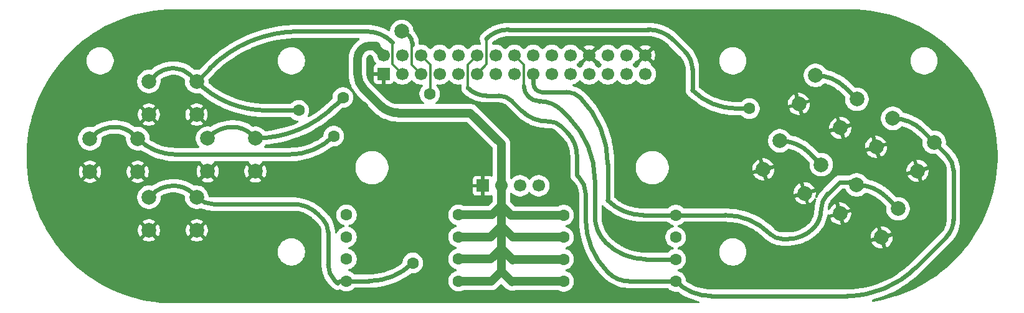
<source format=gbr>
%TF.GenerationSoftware,KiCad,Pcbnew,9.0.3*%
%TF.CreationDate,2025-07-15T10:31:37+02:00*%
%TF.ProjectId,CalliopeGamePad,43616c6c-696f-4706-9547-616d65506164,rev?*%
%TF.SameCoordinates,Original*%
%TF.FileFunction,Copper,L1,Top*%
%TF.FilePolarity,Positive*%
%FSLAX46Y46*%
G04 Gerber Fmt 4.6, Leading zero omitted, Abs format (unit mm)*
G04 Created by KiCad (PCBNEW 9.0.3) date 2025-07-15 10:31:37*
%MOMM*%
%LPD*%
G01*
G04 APERTURE LIST*
%TA.AperFunction,ComponentPad*%
%ADD10C,2.000000*%
%TD*%
%TA.AperFunction,ComponentPad*%
%ADD11R,1.700000X1.700000*%
%TD*%
%TA.AperFunction,ComponentPad*%
%ADD12C,1.700000*%
%TD*%
%TA.AperFunction,ComponentPad*%
%ADD13C,1.600000*%
%TD*%
%TA.AperFunction,ViaPad*%
%ADD14C,1.600000*%
%TD*%
%TA.AperFunction,ViaPad*%
%ADD15C,2.000000*%
%TD*%
%TA.AperFunction,Conductor*%
%ADD16C,0.600000*%
%TD*%
%TA.AperFunction,Conductor*%
%ADD17C,0.300000*%
%TD*%
%TA.AperFunction,Conductor*%
%ADD18C,1.200000*%
%TD*%
G04 APERTURE END LIST*
D10*
%TO.P,U8,1,1*%
%TO.N,/C14*%
X196839673Y-109876443D03*
X202468838Y-113126443D03*
%TO.P,U8,2,2*%
%TO.N,GND*%
X194589673Y-113773557D03*
X200218838Y-117023557D03*
%TD*%
%TO.P,U6,1,1*%
%TO.N,/C9*%
X201739673Y-100826443D03*
X207368838Y-104076443D03*
%TO.P,U6,2,2*%
%TO.N,GND*%
X199489672Y-104723558D03*
X205118839Y-107973558D03*
%TD*%
%TO.P,U2,1,1*%
%TO.N,/P1*%
X92611800Y-103599760D03*
X99111800Y-103599760D03*
%TO.P,U2,2,2*%
%TO.N,GND*%
X92611800Y-108099760D03*
X99111800Y-108099760D03*
%TD*%
%TO.P,U4,1,1*%
%TO.N,/P3*%
X100639400Y-111564760D03*
X107139400Y-111564760D03*
%TO.P,U4,2,2*%
%TO.N,GND*%
X100639400Y-116064760D03*
X107139400Y-116064760D03*
%TD*%
D11*
%TO.P,J2,1,Pin_1*%
%TO.N,GND*%
X146000000Y-110000000D03*
D12*
%TO.P,J2,2,Pin_2*%
%TO.N,+3.3V*%
X148540000Y-110000000D03*
%TO.P,J2,3,Pin_3*%
%TO.N,/SCL*%
X151080000Y-110000000D03*
%TO.P,J2,4,Pin_4*%
%TO.N,/SDA*%
X153620000Y-110000000D03*
%TD*%
D11*
%TO.P,J1,1,Pin_1*%
%TO.N,GND*%
X132540000Y-94775000D03*
D12*
%TO.P,J1,2,Pin_2*%
%TO.N,+3.3V*%
X132540000Y-92235000D03*
%TO.P,J1,3,Pin_3*%
%TO.N,/P0*%
X135080000Y-94775000D03*
%TO.P,J1,4,Pin_4*%
%TO.N,/P1*%
X135080000Y-92235000D03*
%TO.P,J1,5,Pin_5*%
%TO.N,/P2*%
X137620000Y-94775000D03*
%TO.P,J1,6,Pin_6*%
%TO.N,/P3*%
X137620000Y-92235000D03*
%TO.P,J1,7,Pin_7*%
%TO.N,/C4*%
X140160000Y-94775000D03*
%TO.P,J1,8,Pin_8*%
%TO.N,/C5*%
X140160000Y-92235000D03*
%TO.P,J1,9,Pin_9*%
%TO.N,/C6*%
X142700000Y-94775000D03*
%TO.P,J1,10,Pin_10*%
%TO.N,/C7*%
X142700000Y-92235000D03*
%TO.P,J1,11,Pin_11*%
%TO.N,/C8*%
X145240000Y-94775000D03*
%TO.P,J1,12,Pin_12*%
%TO.N,/C9*%
X145240000Y-92235000D03*
%TO.P,J1,13,Pin_13*%
%TO.N,/C10*%
X147780000Y-94775000D03*
%TO.P,J1,14,Pin_14*%
%TO.N,/C11*%
X147780000Y-92235000D03*
%TO.P,J1,15,Pin_15*%
%TO.N,/C12*%
X150320000Y-94775000D03*
%TO.P,J1,16,Pin_16*%
%TO.N,/C13*%
X150320000Y-92235000D03*
%TO.P,J1,17,Pin_17*%
%TO.N,/C14*%
X152860000Y-94775000D03*
%TO.P,J1,18,Pin_18*%
%TO.N,/C15*%
X152860000Y-92235000D03*
%TO.P,J1,19,Pin_19*%
%TO.N,/C16*%
X155400000Y-94775000D03*
%TO.P,J1,20,Pin_20*%
%TO.N,/C17*%
X155400000Y-92235000D03*
%TO.P,J1,21,Pin_21*%
%TO.N,/C18*%
X157940000Y-94775000D03*
%TO.P,J1,22,Pin_22*%
%TO.N,/SCL*%
X157940000Y-92235000D03*
%TO.P,J1,23,Pin_23*%
%TO.N,/SDA*%
X160480000Y-94775000D03*
%TO.P,J1,24,Pin_24*%
%TO.N,GND*%
X160480000Y-92235000D03*
%TO.P,J1,25,Pin_25*%
%TO.N,/M0+*%
X163020000Y-94775000D03*
%TO.P,J1,26,Pin_26*%
%TO.N,/M1+*%
X163020000Y-92235000D03*
%TO.P,J1,27,Pin_27*%
%TO.N,/M0-*%
X165560000Y-94775000D03*
%TO.P,J1,28,Pin_28*%
%TO.N,/M1-*%
X165560000Y-92235000D03*
%TO.P,J1,29,Pin_29*%
%TO.N,/VM+*%
X168100000Y-94775000D03*
%TO.P,J1,30,Pin_30*%
%TO.N,GND*%
X168100000Y-92235000D03*
%TD*%
D10*
%TO.P,U7,1,1*%
%TO.N,/C13*%
X186389673Y-103876443D03*
X192018838Y-107126443D03*
%TO.P,U7,2,2*%
%TO.N,GND*%
X184139673Y-107773557D03*
X189768838Y-111023557D03*
%TD*%
%TO.P,U3,1,1*%
%TO.N,/P2*%
X108615000Y-103538360D03*
X115115000Y-103538360D03*
%TO.P,U3,2,2*%
%TO.N,GND*%
X108615000Y-108038360D03*
X115115000Y-108038360D03*
%TD*%
%TO.P,U5,1,1*%
%TO.N,/C8*%
X191239673Y-94976443D03*
X196868838Y-98226443D03*
%TO.P,U5,2,2*%
%TO.N,GND*%
X188989673Y-98873557D03*
X194618838Y-102123557D03*
%TD*%
%TO.P,U1,1,1*%
%TO.N,/P0*%
X100623010Y-95815070D03*
X107123010Y-95815070D03*
%TO.P,U1,2,2*%
%TO.N,GND*%
X100623010Y-100315070D03*
X107123010Y-100315070D03*
%TD*%
D13*
%TO.P,R4,1*%
%TO.N,+3.3V*%
X142720951Y-113969293D03*
%TO.P,R4,2*%
%TO.N,/P0*%
X127480951Y-113969293D03*
%TD*%
%TO.P,R1,1*%
%TO.N,+3.3V*%
X142720951Y-119969293D03*
%TO.P,R1,2*%
%TO.N,/P1*%
X127480951Y-119969293D03*
%TD*%
%TO.P,R7,1*%
%TO.N,+3.3V*%
X157000000Y-114000000D03*
%TO.P,R7,2*%
%TO.N,/C14*%
X172240000Y-114000000D03*
%TD*%
%TO.P,R3,1*%
%TO.N,+3.3V*%
X142720951Y-122969293D03*
%TO.P,R3,2*%
%TO.N,/P3*%
X127480951Y-122969293D03*
%TD*%
%TO.P,R5,1*%
%TO.N,+3.3V*%
X157000000Y-120000000D03*
%TO.P,R5,2*%
%TO.N,/C13*%
X172240000Y-120000000D03*
%TD*%
%TO.P,R8,1*%
%TO.N,+3.3V*%
X157000000Y-123000000D03*
%TO.P,R8,2*%
%TO.N,/C9*%
X172240000Y-123000000D03*
%TD*%
%TO.P,R6,1*%
%TO.N,+3.3V*%
X157000000Y-117000000D03*
%TO.P,R6,2*%
%TO.N,/C8*%
X172240000Y-117000000D03*
%TD*%
%TO.P,R2,1*%
%TO.N,+3.3V*%
X142720951Y-116969293D03*
%TO.P,R2,2*%
%TO.N,/P2*%
X127480951Y-116969293D03*
%TD*%
D14*
%TO.N,/P3*%
X136500000Y-120500000D03*
X138800000Y-97500000D03*
%TO.N,GND*%
X212250000Y-107750000D03*
X166700000Y-100000000D03*
X87000000Y-102750000D03*
X190000000Y-120000000D03*
X92750000Y-115000000D03*
X102500000Y-89000000D03*
X134000000Y-102500000D03*
X144750000Y-89000000D03*
X177500000Y-101750000D03*
X154000000Y-104000000D03*
X112250000Y-116750000D03*
D15*
X129500000Y-99500000D03*
D14*
X188250000Y-89750000D03*
X104500000Y-124000000D03*
X104000000Y-107500000D03*
X121750000Y-110250000D03*
X117750000Y-109250000D03*
X143750000Y-104500000D03*
X167000000Y-116500000D03*
X141500000Y-97750000D03*
X149000000Y-101000000D03*
X196750000Y-106250000D03*
X133000000Y-120000000D03*
%TO.N,/P1*%
X125750000Y-103250000D03*
%TO.N,/C8*%
X182250000Y-99500000D03*
D15*
%TO.N,/P2*%
X135000000Y-89000000D03*
D14*
X127000000Y-98000000D03*
%TO.N,/P0*%
X121000000Y-99750000D03*
%TD*%
D16*
%TO.N,/P3*%
X125000000Y-116310660D02*
X125000000Y-120750000D01*
X109397269Y-112500000D02*
X120250000Y-112500000D01*
X123664213Y-113914214D02*
X124250000Y-114500000D01*
X104000000Y-110000000D02*
X104000029Y-109999988D01*
X125883883Y-122883884D02*
X126250000Y-123250000D01*
X127480951Y-122969293D02*
X130538599Y-122969293D01*
D17*
X137620000Y-92235000D02*
X138900000Y-93515000D01*
D16*
X100639400Y-111564760D02*
X100934309Y-111269851D01*
X126927687Y-122969293D02*
X127480951Y-122969293D01*
D17*
X138900000Y-97400000D02*
X138800000Y-97500000D01*
D16*
X106688037Y-111113398D02*
X107139400Y-111564760D01*
D17*
X138900000Y-93515000D02*
X138900000Y-97400000D01*
D16*
X125000000Y-120750000D02*
G75*
G03*
X125883877Y-122883890I3017800J0D01*
G01*
X130538599Y-122969293D02*
G75*
G03*
X136500000Y-120500000I1J8430693D01*
G01*
X100934309Y-111269851D02*
G75*
G02*
X104000000Y-109999988I3065691J-3065649D01*
G01*
X124250000Y-114500000D02*
G75*
G02*
X125000016Y-116310660I-1810700J-1810700D01*
G01*
X107139400Y-111564760D02*
G75*
G03*
X109397269Y-112500025I2257900J2257860D01*
G01*
X120250000Y-112500000D02*
G75*
G02*
X123664208Y-113914219I0J-4828400D01*
G01*
X126250000Y-123250000D02*
G75*
G02*
X126927687Y-122969287I677700J-677700D01*
G01*
X104000029Y-109999988D02*
G75*
G02*
X106688022Y-111113413I-29J-3801412D01*
G01*
%TO.N,/P1*%
X117250000Y-105750000D02*
X119714466Y-105750000D01*
X104302939Y-105750000D02*
X117250000Y-105750000D01*
X98581213Y-103069174D02*
X99111800Y-103599760D01*
X96000000Y-102000000D02*
X96000017Y-102000007D01*
X92611800Y-103599760D02*
X92946942Y-103264618D01*
X99111800Y-103599760D02*
G75*
G03*
X104302939Y-105749966I5191100J5191160D01*
G01*
X92946942Y-103264618D02*
G75*
G02*
X96000000Y-102000007I3053058J-3053082D01*
G01*
X119714466Y-105750000D02*
G75*
G03*
X125750010Y-103250010I34J8535500D01*
G01*
X96000017Y-102000007D02*
G75*
G02*
X98581211Y-103069176I-17J-3650393D01*
G01*
%TO.N,/C9*%
X160000000Y-111060661D02*
X160000000Y-114507359D01*
X188500000Y-125000000D02*
X188533868Y-124999525D01*
X150000000Y-98500000D02*
X151287689Y-99787689D01*
D17*
X143970268Y-93504732D02*
X143970268Y-96670268D01*
X145240000Y-92235000D02*
X143970268Y-93504732D01*
D16*
X177068427Y-125000000D02*
X188500000Y-125000000D01*
X148189372Y-97750000D02*
X146534924Y-97750000D01*
X188533868Y-124999525D02*
X195533005Y-124999525D01*
X154818020Y-101250000D02*
X155000000Y-101250000D01*
X158810660Y-108560660D02*
X159073223Y-108823223D01*
X165914214Y-123000000D02*
X172240000Y-123000000D01*
X210000000Y-114585786D02*
X210000000Y-108000000D01*
X205801161Y-102508767D02*
X207368838Y-104076443D01*
X210000000Y-108000000D02*
X209999525Y-107966132D01*
D17*
X143970268Y-96670268D02*
X144000000Y-96700000D01*
D16*
X158810660Y-105914213D02*
X158810660Y-108560660D01*
X156707107Y-101957107D02*
X157500000Y-102750000D01*
X209109276Y-105816881D02*
X207368838Y-104076443D01*
X209000000Y-117000000D02*
X204866560Y-121133440D01*
X163000000Y-121750000D02*
X163073223Y-121823223D01*
X163073223Y-121823223D02*
G75*
G03*
X165914214Y-122999981I2840977J2841023D01*
G01*
X160000000Y-114507359D02*
G75*
G03*
X162999988Y-121750012I10242600J-41D01*
G01*
X157500000Y-102750000D02*
G75*
G02*
X158810655Y-105914213I-3164200J-3164200D01*
G01*
X209999525Y-107966132D02*
G75*
G03*
X209109297Y-105816860I-3039525J32D01*
G01*
X159073223Y-108823223D02*
G75*
G02*
X160000032Y-111060661I-2237423J-2237477D01*
G01*
X209000000Y-117000000D02*
G75*
G03*
X209999994Y-114585786I-2414200J2414200D01*
G01*
X148189372Y-97750000D02*
G75*
G02*
X150000018Y-98499982I28J-2560600D01*
G01*
X172240000Y-123000000D02*
G75*
G03*
X177068427Y-124999989I4828400J4828400D01*
G01*
X195533005Y-124999525D02*
G75*
G03*
X204866554Y-121133434I-5J13199625D01*
G01*
X151287689Y-99787689D02*
G75*
G03*
X154818020Y-101249998I3530311J3530289D01*
G01*
X155000000Y-101250000D02*
G75*
G02*
X156707104Y-101957110I0J-2414200D01*
G01*
X146534924Y-97750000D02*
G75*
G02*
X143999993Y-96700007I-24J3584900D01*
G01*
X201739673Y-100826443D02*
G75*
G02*
X205801184Y-102508744I27J-5743857D01*
G01*
D18*
%TO.N,+3.3V*%
X150100000Y-123000000D02*
X157000000Y-123000000D01*
X157000000Y-117000000D02*
X150040000Y-117000000D01*
X148540000Y-110000000D02*
X148540000Y-112700000D01*
X148540000Y-104290000D02*
X144350000Y-100100000D01*
X148540000Y-115500000D02*
X148540000Y-118100000D01*
X129500000Y-91500000D02*
X129646447Y-91353553D01*
X144350000Y-100100000D02*
X134600000Y-100100000D01*
X148540000Y-118100000D02*
X148540000Y-118540000D01*
X148540000Y-112700000D02*
X148540000Y-115500000D01*
X142720951Y-116969293D02*
X147070707Y-116969293D01*
X148540000Y-121640000D02*
X150000000Y-123100000D01*
X147210707Y-122969293D02*
X142720951Y-122969293D01*
X148540000Y-118560000D02*
X147130707Y-119969293D01*
X150100000Y-120100000D02*
X150200000Y-120000000D01*
X132039340Y-99039340D02*
X129853553Y-96853553D01*
X148540000Y-110000000D02*
X148540000Y-104290000D01*
X147070707Y-116969293D02*
X148540000Y-115500000D01*
X142720951Y-113969293D02*
X147270707Y-113969293D01*
X148540000Y-118100000D02*
X148540000Y-121640000D01*
X129000000Y-94792894D02*
X129000000Y-92707107D01*
X150000000Y-123100000D02*
X150100000Y-123000000D01*
X148540000Y-121640000D02*
X147210707Y-122969293D01*
X148540000Y-118100000D02*
X148540000Y-118560000D01*
X157000000Y-114000000D02*
X149840000Y-114000000D01*
X150200000Y-120000000D02*
X157000000Y-120000000D01*
X130499999Y-91000000D02*
X131500000Y-91000000D01*
X131500000Y-91000000D02*
X131500504Y-91030823D01*
X131616951Y-91311951D02*
X132540000Y-92235000D01*
X147130707Y-119969293D02*
X142720951Y-119969293D01*
X150040000Y-117000000D02*
X148540000Y-115500000D01*
X147270707Y-113969293D02*
X148540000Y-112700000D01*
X149840000Y-114000000D02*
X148540000Y-112700000D01*
X148540000Y-118540000D02*
X150100000Y-120100000D01*
X129853553Y-96853553D02*
G75*
G02*
X129000001Y-94792894I2060647J2060653D01*
G01*
X129646447Y-91353553D02*
G75*
G02*
X130499999Y-90999998I853553J-853547D01*
G01*
X134600000Y-100100000D02*
G75*
G02*
X132039344Y-99039336I0J3621300D01*
G01*
X131500504Y-91030823D02*
G75*
G03*
X131616958Y-91311944I397596J23D01*
G01*
X129000000Y-92707107D02*
G75*
G02*
X129499998Y-91499998I1707100J7D01*
G01*
D16*
%TO.N,/C8*%
X171914213Y-90164214D02*
X173500000Y-91750000D01*
X174500000Y-94164214D02*
X174500000Y-97000000D01*
D17*
X146527496Y-93487504D02*
X146527496Y-90035168D01*
X146527496Y-90035168D02*
X146496164Y-90003836D01*
D16*
X180535534Y-99500000D02*
X182250000Y-99500000D01*
X195301161Y-96658767D02*
X196868838Y-98226443D01*
D17*
X145240000Y-94775000D02*
X146527496Y-93487504D01*
D16*
X149523192Y-88750000D02*
X168500000Y-88750000D01*
X173500000Y-91750000D02*
G75*
G02*
X174499994Y-94164214I-2414200J-2414200D01*
G01*
X174500000Y-97000000D02*
G75*
G03*
X180535534Y-99499986I6035500J6035500D01*
G01*
X191239673Y-94976443D02*
G75*
G02*
X195301184Y-96658744I27J-5743857D01*
G01*
X146496164Y-90003836D02*
G75*
G02*
X149523192Y-88750005I3027036J-3027064D01*
G01*
X168500000Y-88750000D02*
G75*
G02*
X171914208Y-90164219I0J-4828400D01*
G01*
D17*
%TO.N,/P2*%
X136347466Y-90852534D02*
X136400000Y-90800000D01*
D16*
X135682842Y-89282843D02*
X136000000Y-89600000D01*
X136000000Y-89600000D02*
X136018620Y-89619325D01*
X114691493Y-103114853D02*
X115115000Y-103538360D01*
X108615000Y-103538360D02*
X108847589Y-103305771D01*
X125949392Y-99050608D02*
X127000000Y-98000000D01*
X136400000Y-90540058D02*
X136400000Y-90800000D01*
D17*
X136347466Y-93502466D02*
X136347466Y-90852534D01*
X137620000Y-94775000D02*
X136347466Y-93502466D01*
D16*
X115115000Y-103538360D02*
G75*
G03*
X125949395Y-99050611I0J15322160D01*
G01*
X136018620Y-89619325D02*
G75*
G02*
X136400034Y-90540058I-920720J-920775D01*
G01*
X135000000Y-89000000D02*
G75*
G02*
X135682846Y-89282839I0J-965700D01*
G01*
X112000000Y-102000000D02*
G75*
G02*
X114691484Y-103114862I0J-3806300D01*
G01*
X108847589Y-103305771D02*
G75*
G02*
X112000000Y-102000005I3152411J-3152429D01*
G01*
%TO.N,/C14*%
X152900000Y-96100000D02*
X152900000Y-94815000D01*
X200901161Y-111558767D02*
X202468838Y-113126443D01*
X185000000Y-116500000D02*
X185029997Y-116529269D01*
X186769996Y-117250000D02*
X187464466Y-117250000D01*
X172240000Y-114000000D02*
X167828427Y-114000000D01*
X163000000Y-112000000D02*
X163000000Y-107053301D01*
X157439340Y-97250000D02*
X154050000Y-97250000D01*
X192883883Y-111116116D02*
X194500000Y-109500000D01*
X194500000Y-109500000D02*
X195930859Y-109500000D01*
X172240000Y-114000000D02*
X178964466Y-114000000D01*
X163000000Y-107053301D02*
G75*
G03*
X159250000Y-98000000I-12803300J1D01*
G01*
X195930859Y-109500000D02*
G75*
G02*
X196839702Y-109876414I41J-1285300D01*
G01*
X154050000Y-97250000D02*
G75*
G02*
X152900000Y-96100000I0J1150000D01*
G01*
X190939340Y-115810660D02*
G75*
G03*
X192000006Y-113250000I-2560640J2560660D01*
G01*
X159250000Y-98000000D02*
G75*
G03*
X157439340Y-97249984I-1810700J-1810700D01*
G01*
X196839673Y-109876443D02*
G75*
G02*
X200901184Y-111558744I27J-5743857D01*
G01*
X187464466Y-117250000D02*
G75*
G03*
X190939354Y-115810674I34J4914200D01*
G01*
X192000000Y-113250000D02*
G75*
G02*
X192883877Y-111116110I3017800J0D01*
G01*
X185029997Y-116529269D02*
G75*
G03*
X186769996Y-117250012I1740003J1739969D01*
G01*
X178964466Y-114000000D02*
G75*
G02*
X185000010Y-116499990I34J-8535500D01*
G01*
X167828427Y-114000000D02*
G75*
G02*
X162999992Y-112000008I-27J6828400D01*
G01*
%TO.N,/P0*%
X121000000Y-99750000D02*
X116622771Y-99750000D01*
X121059207Y-89000000D02*
X130171573Y-89000000D01*
X107123010Y-95815070D02*
X108902683Y-94035397D01*
X106232793Y-94924853D02*
X107123010Y-95815070D01*
D17*
X133750000Y-93445000D02*
X133750000Y-90500000D01*
X135080000Y-94775000D02*
X133750000Y-93445000D01*
D16*
X133719670Y-90469670D02*
X133750000Y-90500000D01*
X100623010Y-95815070D02*
X101333636Y-95104444D01*
X104000000Y-94000000D02*
G75*
G02*
X106232783Y-94924863I0J-3157600D01*
G01*
X101333636Y-95104444D02*
G75*
G02*
X104000000Y-93999998I2666364J-2666356D01*
G01*
X116622771Y-99750000D02*
G75*
G02*
X107123023Y-95815057I29J13434700D01*
G01*
X130171573Y-89000000D02*
G75*
G02*
X133719690Y-90469650I27J-5017800D01*
G01*
X108902683Y-94035397D02*
G75*
G02*
X121059207Y-88999999I12156517J-12156503D01*
G01*
%TO.N,/C13*%
X190451161Y-105558767D02*
X192018838Y-107126443D01*
X172240000Y-120000000D02*
X168181981Y-120000000D01*
X153750000Y-98500000D02*
X153700000Y-98500000D01*
D17*
X150320000Y-92235000D02*
X151600000Y-93515000D01*
D16*
X161250000Y-114128680D02*
X161250000Y-109250000D01*
D17*
X151600000Y-93515000D02*
X151600000Y-96400000D01*
D16*
X157714466Y-100714466D02*
X156737437Y-99737437D01*
X153700000Y-98500000D02*
G75*
G02*
X151600000Y-96400000I0J2100000D01*
G01*
X186389673Y-103876443D02*
G75*
G02*
X190451184Y-105558744I27J-5743857D01*
G01*
X161250000Y-109250000D02*
G75*
G03*
X157714473Y-100714459I-12071100J0D01*
G01*
X156737437Y-99737437D02*
G75*
G03*
X153750000Y-98500008I-2987437J-2987463D01*
G01*
X162750000Y-117750000D02*
G75*
G02*
X161250008Y-114128680I3621300J3621300D01*
G01*
X168181981Y-120000000D02*
G75*
G02*
X162750006Y-117749994I19J7682000D01*
G01*
%TD*%
%TA.AperFunction,Conductor*%
%TO.N,GND*%
G36*
X196001626Y-86000535D02*
G01*
X196881368Y-86020002D01*
X196887933Y-86020293D01*
X197764309Y-86078546D01*
X197770807Y-86079122D01*
X198643758Y-86176083D01*
X198650223Y-86176946D01*
X199518059Y-86312430D01*
X199524487Y-86313580D01*
X200385446Y-86487312D01*
X200391867Y-86488757D01*
X201244261Y-86700392D01*
X201250560Y-86702104D01*
X202092845Y-86951263D01*
X202099069Y-86953256D01*
X202929454Y-87239408D01*
X202935574Y-87241670D01*
X203752494Y-87564276D01*
X203758552Y-87566824D01*
X204560396Y-87925245D01*
X204566315Y-87928050D01*
X204908395Y-88099498D01*
X205351511Y-88321585D01*
X205357304Y-88324650D01*
X206124384Y-88752566D01*
X206129994Y-88755861D01*
X206648444Y-89075939D01*
X206877318Y-89217240D01*
X206882844Y-89220822D01*
X207608408Y-89714384D01*
X207609052Y-89714822D01*
X207614415Y-89718647D01*
X207718048Y-89796063D01*
X208318021Y-90244257D01*
X208323214Y-90248318D01*
X208722572Y-90575139D01*
X208962641Y-90771604D01*
X209002901Y-90804551D01*
X209007906Y-90808835D01*
X209079552Y-90872964D01*
X209662310Y-91394578D01*
X209667124Y-91399082D01*
X209870407Y-91597916D01*
X210295004Y-92013222D01*
X210299587Y-92017908D01*
X210693237Y-92438592D01*
X210899690Y-92659223D01*
X210904086Y-92664135D01*
X211475210Y-93331340D01*
X211479385Y-93336442D01*
X212020427Y-94028242D01*
X212024373Y-94033523D01*
X212534307Y-94748610D01*
X212538015Y-94754061D01*
X213015809Y-95490989D01*
X213019272Y-95496598D01*
X213464016Y-96253962D01*
X213467227Y-96259720D01*
X213878008Y-97035965D01*
X213880962Y-97041858D01*
X214257018Y-97835542D01*
X214259709Y-97841561D01*
X214600295Y-98651116D01*
X214602716Y-98657247D01*
X214907154Y-99481056D01*
X214909302Y-99487289D01*
X215177003Y-100323768D01*
X215178873Y-100330090D01*
X215409314Y-101177595D01*
X215410902Y-101183993D01*
X215603626Y-102040842D01*
X215604930Y-102047304D01*
X215759564Y-102911848D01*
X215760581Y-102918361D01*
X215876823Y-103788901D01*
X215877551Y-103795453D01*
X215955174Y-104670295D01*
X215955611Y-104676873D01*
X215994460Y-105554271D01*
X215994606Y-105560862D01*
X215994606Y-106439137D01*
X215994460Y-106445728D01*
X215955611Y-107323126D01*
X215955174Y-107329704D01*
X215877551Y-108204546D01*
X215876823Y-108211098D01*
X215760581Y-109081638D01*
X215759564Y-109088151D01*
X215604930Y-109952695D01*
X215603626Y-109959157D01*
X215410902Y-110816006D01*
X215409314Y-110822404D01*
X215178873Y-111669909D01*
X215177003Y-111676231D01*
X214909302Y-112512710D01*
X214907154Y-112518943D01*
X214602716Y-113342752D01*
X214600295Y-113348883D01*
X214259709Y-114158438D01*
X214257018Y-114164457D01*
X213880962Y-114958141D01*
X213878008Y-114964034D01*
X213467227Y-115740279D01*
X213464016Y-115746037D01*
X213019272Y-116503401D01*
X213015809Y-116509010D01*
X212538015Y-117245938D01*
X212534307Y-117251389D01*
X212024373Y-117966476D01*
X212020427Y-117971757D01*
X211479385Y-118663557D01*
X211475210Y-118668659D01*
X210904086Y-119335864D01*
X210899690Y-119340776D01*
X210299600Y-119982078D01*
X210294990Y-119986791D01*
X209667124Y-120600917D01*
X209662310Y-120605421D01*
X209007909Y-121191161D01*
X209002901Y-121195448D01*
X208323214Y-121751681D01*
X208318021Y-121755742D01*
X207614419Y-122281349D01*
X207609052Y-122285177D01*
X206882850Y-122779173D01*
X206877318Y-122782759D01*
X206130014Y-123244126D01*
X206124351Y-123247452D01*
X205561513Y-123561432D01*
X205357338Y-123675331D01*
X205351511Y-123678414D01*
X204566334Y-124071940D01*
X204560376Y-124074763D01*
X203758561Y-124433171D01*
X203752485Y-124435727D01*
X202935606Y-124758317D01*
X202929422Y-124760602D01*
X202099096Y-125046734D01*
X202092818Y-125048744D01*
X201250591Y-125297886D01*
X201244229Y-125299615D01*
X200391867Y-125511242D01*
X200385436Y-125512689D01*
X199524522Y-125686412D01*
X199518032Y-125687573D01*
X199056607Y-125759609D01*
X198979919Y-125751377D01*
X198917622Y-125705904D01*
X198886407Y-125635375D01*
X198894639Y-125558687D01*
X198940112Y-125496390D01*
X198997414Y-125467859D01*
X199294826Y-125393362D01*
X199957295Y-125192403D01*
X200609106Y-124959181D01*
X201248687Y-124694258D01*
X201874499Y-124398270D01*
X202485034Y-124071932D01*
X203078820Y-123716029D01*
X203654428Y-123331419D01*
X204210471Y-122919029D01*
X204745609Y-122479852D01*
X205258553Y-122014946D01*
X205432097Y-121841399D01*
X205432114Y-121841385D01*
X205440594Y-121832904D01*
X205440596Y-121832904D01*
X209593105Y-117680395D01*
X209593123Y-117680384D01*
X209636753Y-117636753D01*
X209636754Y-117636754D01*
X209769962Y-117503546D01*
X210012145Y-117214923D01*
X210228251Y-116906291D01*
X210416635Y-116579999D01*
X210575864Y-116238529D01*
X210704727Y-115884481D01*
X210706085Y-115879415D01*
X210802238Y-115520560D01*
X210802237Y-115520560D01*
X210802241Y-115520549D01*
X210867665Y-115149503D01*
X210900501Y-114774167D01*
X210900500Y-114585782D01*
X210900500Y-114497091D01*
X210900500Y-108082318D01*
X210901655Y-108076054D01*
X210900500Y-107993685D01*
X210900500Y-107911309D01*
X210900500Y-107909136D01*
X210899994Y-107898847D01*
X210899994Y-107887468D01*
X210899996Y-107794118D01*
X210870014Y-107451381D01*
X210810275Y-107112560D01*
X210809591Y-107110007D01*
X210721237Y-106780249D01*
X210721232Y-106780233D01*
X210603566Y-106456936D01*
X210580902Y-106408331D01*
X210458169Y-106145122D01*
X210286150Y-105847167D01*
X210088816Y-105565338D01*
X209867671Y-105301781D01*
X209813350Y-105247458D01*
X209813323Y-105247428D01*
X208995533Y-104429638D01*
X208956969Y-104362843D01*
X208953726Y-104300972D01*
X208969338Y-104202405D01*
X208969338Y-103950481D01*
X208929928Y-103701658D01*
X208852079Y-103462064D01*
X208737708Y-103237598D01*
X208589631Y-103033787D01*
X208411494Y-102855650D01*
X208207683Y-102707573D01*
X207983217Y-102593202D01*
X207743623Y-102515353D01*
X207494800Y-102475943D01*
X207242876Y-102475943D01*
X207218991Y-102479726D01*
X207144306Y-102491554D01*
X207067600Y-102483491D01*
X207015640Y-102449747D01*
X206500621Y-101934728D01*
X206500620Y-101934726D01*
X206480913Y-101915019D01*
X206480848Y-101914907D01*
X206270131Y-101704194D01*
X205911436Y-101393389D01*
X205911430Y-101393385D01*
X205531516Y-101108989D01*
X205531495Y-101108975D01*
X205525800Y-101105315D01*
X205132235Y-100852390D01*
X205125898Y-100848930D01*
X204795685Y-100668623D01*
X204715682Y-100624939D01*
X204589601Y-100567361D01*
X204283965Y-100427784D01*
X204210815Y-100400501D01*
X203839283Y-100261929D01*
X203554411Y-100178285D01*
X203383889Y-100128216D01*
X203223820Y-100093397D01*
X203155265Y-100058055D01*
X203122735Y-100015452D01*
X203108543Y-99987598D01*
X202960466Y-99783787D01*
X202782329Y-99605650D01*
X202578518Y-99457573D01*
X202354052Y-99343202D01*
X202114458Y-99265353D01*
X201865635Y-99225943D01*
X201613711Y-99225943D01*
X201406358Y-99258784D01*
X201364887Y-99265353D01*
X201216193Y-99313667D01*
X201125294Y-99343202D01*
X201125288Y-99343204D01*
X201125288Y-99343205D01*
X200900826Y-99457574D01*
X200900825Y-99457574D01*
X200697018Y-99605649D01*
X200697015Y-99605651D01*
X200518881Y-99783785D01*
X200518879Y-99783788D01*
X200370804Y-99987595D01*
X200370804Y-99987596D01*
X200256435Y-100212058D01*
X200256430Y-100212070D01*
X200181167Y-100443706D01*
X200178583Y-100451658D01*
X200139173Y-100700481D01*
X200139173Y-100952405D01*
X200178583Y-101201228D01*
X200256432Y-101440822D01*
X200364580Y-101653075D01*
X200370804Y-101665289D01*
X200370804Y-101665290D01*
X200440575Y-101761321D01*
X200518880Y-101869099D01*
X200697017Y-102047236D01*
X200900828Y-102195313D01*
X201125294Y-102309684D01*
X201364888Y-102387533D01*
X201613711Y-102426943D01*
X201613716Y-102426943D01*
X201865630Y-102426943D01*
X201865635Y-102426943D01*
X202114458Y-102387533D01*
X202354052Y-102309684D01*
X202578518Y-102195313D01*
X202782329Y-102047236D01*
X202885393Y-101944171D01*
X202886262Y-101943669D01*
X202886778Y-101942803D01*
X202919592Y-101924425D01*
X202952185Y-101905608D01*
X202953193Y-101905608D01*
X202954072Y-101905116D01*
X202991678Y-101905608D01*
X203029313Y-101905608D01*
X203031151Y-101906113D01*
X203230726Y-101962398D01*
X203241824Y-101966003D01*
X203587653Y-102093584D01*
X203598460Y-102098060D01*
X203933198Y-102252373D01*
X203943613Y-102257680D01*
X204245858Y-102426943D01*
X204265202Y-102437776D01*
X204275177Y-102443888D01*
X204581663Y-102648672D01*
X204591117Y-102655541D01*
X204715231Y-102753383D01*
X204880582Y-102883733D01*
X204889478Y-102891331D01*
X205161675Y-103142943D01*
X205165894Y-103146999D01*
X205742142Y-103723247D01*
X205780706Y-103790042D01*
X205783949Y-103851913D01*
X205768338Y-103950481D01*
X205768338Y-104202405D01*
X205807748Y-104451228D01*
X205885597Y-104690822D01*
X205992349Y-104900335D01*
X205999969Y-104915289D01*
X205999969Y-104915290D01*
X206050419Y-104984728D01*
X206148045Y-105119099D01*
X206326182Y-105297236D01*
X206529993Y-105445313D01*
X206754459Y-105559684D01*
X206994053Y-105637533D01*
X207242876Y-105676943D01*
X207242881Y-105676943D01*
X207494795Y-105676943D01*
X207494800Y-105676943D01*
X207593367Y-105661331D01*
X207670071Y-105669393D01*
X207722033Y-105703138D01*
X208469555Y-106450660D01*
X208475298Y-106456735D01*
X208626770Y-106626237D01*
X208637188Y-106639301D01*
X208766314Y-106821292D01*
X208775203Y-106835439D01*
X208866417Y-107000484D01*
X208883128Y-107030720D01*
X208890378Y-107045775D01*
X208975767Y-107251930D01*
X208981285Y-107267701D01*
X209043053Y-107482111D01*
X209046771Y-107498401D01*
X209084144Y-107718379D01*
X209086015Y-107734983D01*
X209098740Y-107961614D01*
X209098959Y-107967863D01*
X209099009Y-107971404D01*
X209099024Y-107973508D01*
X209099024Y-108057282D01*
X209099500Y-108066966D01*
X209099500Y-114581602D01*
X209099266Y-114589956D01*
X209084164Y-114858883D01*
X209082293Y-114875487D01*
X209037879Y-115136894D01*
X209034161Y-115153184D01*
X208960756Y-115407980D01*
X208955237Y-115423752D01*
X208853769Y-115668719D01*
X208846519Y-115683773D01*
X208718262Y-115915838D01*
X208709373Y-115929986D01*
X208555930Y-116146244D01*
X208545511Y-116159308D01*
X208366111Y-116360055D01*
X208360370Y-116366128D01*
X204231192Y-120495306D01*
X204228398Y-120498028D01*
X203765558Y-120937248D01*
X203759761Y-120942467D01*
X203276083Y-121355568D01*
X203270021Y-121360478D01*
X202765350Y-121747726D01*
X202759039Y-121752311D01*
X202234798Y-122112613D01*
X202228255Y-122116861D01*
X201685915Y-122449208D01*
X201679160Y-122453109D01*
X201120116Y-122756646D01*
X201113165Y-122760187D01*
X200539042Y-123034030D01*
X200531916Y-123037203D01*
X199944233Y-123280630D01*
X199936950Y-123283426D01*
X199337315Y-123495768D01*
X199329896Y-123498178D01*
X198719998Y-123678838D01*
X198712464Y-123680857D01*
X198093938Y-123829353D01*
X198086307Y-123830975D01*
X197460843Y-123946898D01*
X197453138Y-123948118D01*
X196822496Y-124031144D01*
X196814738Y-124031960D01*
X196180575Y-124081870D01*
X196172786Y-124082278D01*
X195609778Y-124097021D01*
X195535218Y-124098974D01*
X195531320Y-124099025D01*
X188616186Y-124099025D01*
X188609922Y-124097870D01*
X188527554Y-124099025D01*
X188442698Y-124099025D01*
X188433035Y-124099500D01*
X177071081Y-124099500D01*
X177065763Y-124099405D01*
X176650844Y-124084587D01*
X176640235Y-124083828D01*
X176230091Y-124039734D01*
X176219563Y-124038221D01*
X175813585Y-123964977D01*
X175803192Y-123962716D01*
X175403484Y-123860698D01*
X175393278Y-123857701D01*
X175001867Y-123727428D01*
X174991913Y-123723715D01*
X174823798Y-123654080D01*
X174610792Y-123565850D01*
X174601117Y-123561432D01*
X174394319Y-123457917D01*
X174232209Y-123376771D01*
X174222890Y-123371681D01*
X173868122Y-123161188D01*
X173859174Y-123155438D01*
X173704522Y-123048061D01*
X173654711Y-122989174D01*
X173640500Y-122925669D01*
X173640500Y-122889781D01*
X173635353Y-122857286D01*
X173606015Y-122672049D01*
X173606014Y-122672048D01*
X173606014Y-122672043D01*
X173543566Y-122479848D01*
X173537895Y-122462394D01*
X173437815Y-122265978D01*
X173308242Y-122087635D01*
X173152365Y-121931758D01*
X173028008Y-121841408D01*
X172974024Y-121802186D01*
X172974023Y-121802185D01*
X172777612Y-121702107D01*
X172769361Y-121699426D01*
X172591717Y-121641707D01*
X172527034Y-121599701D01*
X172492018Y-121530979D01*
X172496054Y-121453957D01*
X172538061Y-121389272D01*
X172591717Y-121358292D01*
X172777606Y-121297895D01*
X172974022Y-121197815D01*
X173152365Y-121068242D01*
X173308242Y-120912365D01*
X173437815Y-120734022D01*
X173537895Y-120537606D01*
X173585926Y-120389781D01*
X173606014Y-120327956D01*
X173606015Y-120327951D01*
X173640500Y-120110222D01*
X173640500Y-119889778D01*
X173606015Y-119672049D01*
X173606014Y-119672048D01*
X173606014Y-119672043D01*
X173554792Y-119514399D01*
X173537895Y-119462394D01*
X173437815Y-119265978D01*
X173308242Y-119087635D01*
X173152365Y-118931758D01*
X173079345Y-118878706D01*
X178149500Y-118878706D01*
X178149500Y-119121293D01*
X178181160Y-119361781D01*
X178243947Y-119596103D01*
X178275405Y-119672049D01*
X178336776Y-119820212D01*
X178458064Y-120030289D01*
X178605735Y-120222738D01*
X178777262Y-120394265D01*
X178969711Y-120541936D01*
X179179788Y-120663224D01*
X179403900Y-120756054D01*
X179638211Y-120818838D01*
X179638217Y-120818838D01*
X179638218Y-120818839D01*
X179703600Y-120827446D01*
X179878712Y-120850500D01*
X180121288Y-120850500D01*
X180361789Y-120818838D01*
X180596100Y-120756054D01*
X180820212Y-120663224D01*
X181030289Y-120541936D01*
X181222738Y-120394265D01*
X181394265Y-120222738D01*
X181541936Y-120030289D01*
X181663224Y-119820212D01*
X181756054Y-119596100D01*
X181818838Y-119361789D01*
X181850500Y-119121288D01*
X181850500Y-118878712D01*
X181823008Y-118669883D01*
X181818839Y-118638218D01*
X181818838Y-118638217D01*
X181818838Y-118638211D01*
X181756054Y-118403900D01*
X181663224Y-118179788D01*
X181541936Y-117969711D01*
X181394265Y-117777262D01*
X181222738Y-117605735D01*
X181030289Y-117458064D01*
X180886084Y-117374807D01*
X180820216Y-117336778D01*
X180820214Y-117336777D01*
X180820212Y-117336776D01*
X180688932Y-117282398D01*
X180596103Y-117243947D01*
X180596101Y-117243946D01*
X180596100Y-117243946D01*
X180361789Y-117181162D01*
X180361787Y-117181161D01*
X180361781Y-117181160D01*
X180121293Y-117149500D01*
X180121288Y-117149500D01*
X179878712Y-117149500D01*
X179878706Y-117149500D01*
X179638218Y-117181160D01*
X179403896Y-117243947D01*
X179179783Y-117336778D01*
X178969712Y-117458063D01*
X178920736Y-117495644D01*
X178777262Y-117605735D01*
X178777260Y-117605736D01*
X178777256Y-117605740D01*
X178605740Y-117777256D01*
X178605736Y-117777260D01*
X178605735Y-117777262D01*
X178572842Y-117820129D01*
X178458063Y-117969712D01*
X178336778Y-118179783D01*
X178243947Y-118403896D01*
X178181160Y-118638218D01*
X178149500Y-118878706D01*
X173079345Y-118878706D01*
X173002833Y-118823117D01*
X172974024Y-118802186D01*
X172974023Y-118802185D01*
X172777612Y-118702107D01*
X172689875Y-118673600D01*
X172591717Y-118641707D01*
X172527034Y-118599701D01*
X172492018Y-118530979D01*
X172496054Y-118453957D01*
X172538061Y-118389272D01*
X172591717Y-118358292D01*
X172777606Y-118297895D01*
X172974022Y-118197815D01*
X173152365Y-118068242D01*
X173308242Y-117912365D01*
X173437815Y-117734022D01*
X173537895Y-117537606D01*
X173579825Y-117408556D01*
X173606014Y-117327956D01*
X173607727Y-117317141D01*
X173640500Y-117110222D01*
X173640500Y-116889778D01*
X173606015Y-116672049D01*
X173606014Y-116672048D01*
X173606014Y-116672043D01*
X173564460Y-116544155D01*
X173537895Y-116462394D01*
X173437815Y-116265978D01*
X173414489Y-116233873D01*
X173378726Y-116184649D01*
X173308242Y-116087635D01*
X173152365Y-115931758D01*
X173043231Y-115852468D01*
X172974024Y-115802186D01*
X172974023Y-115802185D01*
X172777612Y-115702107D01*
X172777606Y-115702105D01*
X172591717Y-115641707D01*
X172527034Y-115599701D01*
X172492018Y-115530979D01*
X172496054Y-115453957D01*
X172538061Y-115389272D01*
X172591717Y-115358292D01*
X172777606Y-115297895D01*
X172974022Y-115197815D01*
X173152365Y-115068242D01*
X173276466Y-114944141D01*
X173343261Y-114905577D01*
X173381825Y-114900500D01*
X178875778Y-114900500D01*
X178962040Y-114900500D01*
X178966914Y-114900580D01*
X179458939Y-114916685D01*
X179468668Y-114917322D01*
X179956202Y-114965338D01*
X179965850Y-114966608D01*
X180310377Y-115023489D01*
X180449176Y-115046405D01*
X180458739Y-115048307D01*
X180493728Y-115056465D01*
X180935844Y-115159550D01*
X180945214Y-115162061D01*
X181414014Y-115304269D01*
X181423226Y-115307396D01*
X181881725Y-115479962D01*
X181890695Y-115483677D01*
X182336925Y-115685860D01*
X182345666Y-115690171D01*
X182777697Y-115921096D01*
X182786121Y-115925959D01*
X183202137Y-116184654D01*
X183210231Y-116190062D01*
X183276269Y-116237384D01*
X183608421Y-116475401D01*
X183616156Y-116481336D01*
X183810163Y-116640553D01*
X183987819Y-116786351D01*
X183994831Y-116792105D01*
X184002157Y-116798530D01*
X184164781Y-116950844D01*
X184359226Y-117132963D01*
X184361416Y-117135056D01*
X184366484Y-117140000D01*
X184367796Y-117141296D01*
X184427352Y-117200851D01*
X184435284Y-117208040D01*
X184510010Y-117282768D01*
X184765298Y-117492281D01*
X185039893Y-117675762D01*
X185331150Y-117831445D01*
X185636264Y-117957829D01*
X185952296Y-118053698D01*
X186276204Y-118118129D01*
X186604868Y-118150500D01*
X186604873Y-118150500D01*
X187560448Y-118150500D01*
X187560861Y-118150479D01*
X187692920Y-118150480D01*
X188148433Y-118114634D01*
X188599729Y-118043158D01*
X189044026Y-117936495D01*
X189478584Y-117795300D01*
X189900725Y-117620446D01*
X189900737Y-117620440D01*
X190098361Y-117519747D01*
X190225700Y-117454865D01*
X190307846Y-117413010D01*
X190697436Y-117174271D01*
X191067094Y-116905701D01*
X191067321Y-116905507D01*
X198718838Y-116905507D01*
X198718838Y-117141605D01*
X198722644Y-117165640D01*
X199680108Y-116909087D01*
X199668838Y-116951148D01*
X199668838Y-117095966D01*
X199706320Y-117235849D01*
X199778728Y-117361265D01*
X199809514Y-117392051D01*
X198853612Y-117648185D01*
X198935924Y-117809729D01*
X198935929Y-117809738D01*
X199074696Y-118000734D01*
X199241660Y-118167698D01*
X199432656Y-118306465D01*
X199432670Y-118306473D01*
X199643027Y-118413655D01*
X199643044Y-118413662D01*
X199867587Y-118486622D01*
X200100789Y-118523557D01*
X200336889Y-118523557D01*
X200360921Y-118519749D01*
X200104369Y-117562287D01*
X200146429Y-117573557D01*
X200291247Y-117573557D01*
X200431130Y-117536075D01*
X200556546Y-117463667D01*
X200587333Y-117432879D01*
X200843466Y-118388780D01*
X201005017Y-118306466D01*
X201196015Y-118167698D01*
X201362979Y-118000734D01*
X201501746Y-117809738D01*
X201501754Y-117809724D01*
X201608936Y-117599367D01*
X201608943Y-117599350D01*
X201681903Y-117374807D01*
X201718838Y-117141606D01*
X201718838Y-116905509D01*
X201718837Y-116905501D01*
X201715030Y-116881472D01*
X200757568Y-117138023D01*
X200768838Y-117095966D01*
X200768838Y-116951148D01*
X200731356Y-116811265D01*
X200658948Y-116685849D01*
X200628159Y-116655060D01*
X201584062Y-116398927D01*
X201501751Y-116237384D01*
X201501746Y-116237375D01*
X201362979Y-116046379D01*
X201196015Y-115879415D01*
X201005019Y-115740648D01*
X201005005Y-115740640D01*
X200794648Y-115633458D01*
X200794631Y-115633451D01*
X200570088Y-115560491D01*
X200336887Y-115523557D01*
X200100783Y-115523557D01*
X200076752Y-115527362D01*
X200333304Y-116484826D01*
X200291247Y-116473557D01*
X200146429Y-116473557D01*
X200006546Y-116511039D01*
X199881130Y-116583447D01*
X199850341Y-116614235D01*
X199594208Y-115658331D01*
X199432669Y-115740640D01*
X199241657Y-115879418D01*
X199074696Y-116046379D01*
X198935929Y-116237375D01*
X198935921Y-116237389D01*
X198828739Y-116447746D01*
X198828732Y-116447763D01*
X198755772Y-116672306D01*
X198718838Y-116905507D01*
X191067321Y-116905507D01*
X191414540Y-116608956D01*
X191513369Y-116510127D01*
X191513372Y-116510126D01*
X191576087Y-116447412D01*
X191576086Y-116447411D01*
X191576087Y-116447411D01*
X191576088Y-116447411D01*
X191638802Y-116384697D01*
X191638805Y-116384692D01*
X191644537Y-116378960D01*
X191644586Y-116378904D01*
X191715686Y-116307807D01*
X191969494Y-116005332D01*
X191978584Y-115992351D01*
X192107485Y-115808261D01*
X192195974Y-115681887D01*
X192393402Y-115339934D01*
X192560275Y-114982075D01*
X192695324Y-114611033D01*
X192797520Y-114229634D01*
X192800039Y-114215352D01*
X192838514Y-113997146D01*
X192871109Y-113927244D01*
X192934289Y-113883005D01*
X193011123Y-113876283D01*
X193066401Y-113898057D01*
X193093478Y-113915641D01*
X194050943Y-113659087D01*
X194039673Y-113701148D01*
X194039673Y-113845966D01*
X194077155Y-113985849D01*
X194149563Y-114111265D01*
X194180349Y-114142051D01*
X193224447Y-114398185D01*
X193306759Y-114559729D01*
X193306764Y-114559738D01*
X193445531Y-114750734D01*
X193612495Y-114917698D01*
X193803491Y-115056465D01*
X193803505Y-115056473D01*
X194013862Y-115163655D01*
X194013879Y-115163662D01*
X194238422Y-115236622D01*
X194471624Y-115273557D01*
X194707724Y-115273557D01*
X194731756Y-115269749D01*
X194475204Y-114312287D01*
X194517264Y-114323557D01*
X194662082Y-114323557D01*
X194801965Y-114286075D01*
X194927381Y-114213667D01*
X194958168Y-114182879D01*
X195214301Y-115138780D01*
X195375852Y-115056466D01*
X195566850Y-114917698D01*
X195733814Y-114750734D01*
X195872581Y-114559738D01*
X195872589Y-114559724D01*
X195979771Y-114349367D01*
X195979778Y-114349350D01*
X196052738Y-114124807D01*
X196089673Y-113891606D01*
X196089673Y-113655509D01*
X196089672Y-113655501D01*
X196085865Y-113631472D01*
X195128403Y-113888023D01*
X195139673Y-113845966D01*
X195139673Y-113701148D01*
X195102191Y-113561265D01*
X195029783Y-113435849D01*
X194998994Y-113405060D01*
X195954897Y-113148927D01*
X195872586Y-112987384D01*
X195872581Y-112987375D01*
X195733814Y-112796379D01*
X195566850Y-112629415D01*
X195375854Y-112490648D01*
X195375840Y-112490640D01*
X195165483Y-112383458D01*
X195165466Y-112383451D01*
X194940923Y-112310491D01*
X194707722Y-112273557D01*
X194471618Y-112273557D01*
X194447587Y-112277362D01*
X194704139Y-113234826D01*
X194662082Y-113223557D01*
X194517264Y-113223557D01*
X194377381Y-113261039D01*
X194251965Y-113333447D01*
X194221176Y-113364235D01*
X193965043Y-112408331D01*
X193803504Y-112490640D01*
X193612492Y-112629418D01*
X193445531Y-112796379D01*
X193306764Y-112987375D01*
X193306756Y-112987389D01*
X193199574Y-113197746D01*
X193199568Y-113197760D01*
X193196417Y-113207459D01*
X193185584Y-113224139D01*
X193179368Y-113243031D01*
X193164945Y-113255920D01*
X193154410Y-113272143D01*
X193136690Y-113281171D01*
X193121859Y-113294426D01*
X193102920Y-113298377D01*
X193085688Y-113307158D01*
X193065828Y-113306117D01*
X193046357Y-113310180D01*
X193027981Y-113304133D01*
X193008665Y-113303121D01*
X192991984Y-113292288D01*
X192973093Y-113286072D01*
X192960203Y-113271649D01*
X192943981Y-113261114D01*
X192934952Y-113243394D01*
X192921698Y-113228563D01*
X192917746Y-113209624D01*
X192908966Y-113192392D01*
X192905944Y-113153061D01*
X192907018Y-113133928D01*
X192913344Y-113021276D01*
X192915211Y-113004706D01*
X192952183Y-112787102D01*
X192955897Y-112770829D01*
X193017002Y-112558728D01*
X193022512Y-112542985D01*
X193106974Y-112339072D01*
X193114216Y-112324034D01*
X193220985Y-112130847D01*
X193229860Y-112116722D01*
X193357580Y-111936715D01*
X193367993Y-111923658D01*
X193517746Y-111756080D01*
X193523427Y-111750070D01*
X193548724Y-111724773D01*
X194181414Y-111092084D01*
X194829359Y-110444141D01*
X194846346Y-110434333D01*
X194860218Y-110420462D01*
X194879166Y-110415384D01*
X194896154Y-110405577D01*
X194934718Y-110400500D01*
X195219461Y-110400500D01*
X195293961Y-110420462D01*
X195348499Y-110475000D01*
X195353737Y-110485623D01*
X195353774Y-110485605D01*
X195356431Y-110490820D01*
X195356432Y-110490822D01*
X195455803Y-110685849D01*
X195470804Y-110715289D01*
X195470804Y-110715290D01*
X195531598Y-110798965D01*
X195618880Y-110919099D01*
X195797017Y-111097236D01*
X196000828Y-111245313D01*
X196225294Y-111359684D01*
X196464888Y-111437533D01*
X196713711Y-111476943D01*
X196713716Y-111476943D01*
X196965630Y-111476943D01*
X196965635Y-111476943D01*
X197214458Y-111437533D01*
X197454052Y-111359684D01*
X197678518Y-111245313D01*
X197882329Y-111097236D01*
X197985393Y-110994171D01*
X197986262Y-110993669D01*
X197986778Y-110992803D01*
X198019592Y-110974425D01*
X198052185Y-110955608D01*
X198053193Y-110955608D01*
X198054072Y-110955116D01*
X198091678Y-110955608D01*
X198129313Y-110955608D01*
X198131151Y-110956113D01*
X198330726Y-111012398D01*
X198341824Y-111016003D01*
X198682291Y-111141606D01*
X198687653Y-111143584D01*
X198698460Y-111148060D01*
X199033198Y-111302373D01*
X199043613Y-111307680D01*
X199337099Y-111472038D01*
X199365202Y-111487776D01*
X199375177Y-111493888D01*
X199681663Y-111698672D01*
X199691117Y-111705541D01*
X199824055Y-111810339D01*
X199980582Y-111933733D01*
X199989478Y-111941331D01*
X200261675Y-112192943D01*
X200265894Y-112196999D01*
X200842142Y-112773247D01*
X200880706Y-112840042D01*
X200883949Y-112901913D01*
X200868338Y-113000481D01*
X200868338Y-113252405D01*
X200907748Y-113501228D01*
X200985597Y-113740822D01*
X201079931Y-113925964D01*
X201099969Y-113965289D01*
X201099969Y-113965290D01*
X201159931Y-114047820D01*
X201248045Y-114169099D01*
X201426182Y-114347236D01*
X201629993Y-114495313D01*
X201854459Y-114609684D01*
X202094053Y-114687533D01*
X202342876Y-114726943D01*
X202342881Y-114726943D01*
X202594795Y-114726943D01*
X202594800Y-114726943D01*
X202843623Y-114687533D01*
X203083217Y-114609684D01*
X203307683Y-114495313D01*
X203511494Y-114347236D01*
X203689631Y-114169099D01*
X203837708Y-113965288D01*
X203952079Y-113740822D01*
X204029928Y-113501228D01*
X204069338Y-113252405D01*
X204069338Y-113000481D01*
X204029928Y-112751658D01*
X203952079Y-112512064D01*
X203837708Y-112287598D01*
X203689631Y-112083787D01*
X203511494Y-111905650D01*
X203307683Y-111757573D01*
X203083217Y-111643202D01*
X202843623Y-111565353D01*
X202594800Y-111525943D01*
X202342876Y-111525943D01*
X202318991Y-111529726D01*
X202244306Y-111541554D01*
X202167600Y-111533491D01*
X202115640Y-111499747D01*
X201600621Y-110984728D01*
X201600620Y-110984726D01*
X201580913Y-110965019D01*
X201580848Y-110964907D01*
X201370131Y-110754194D01*
X201011436Y-110443389D01*
X201011430Y-110443385D01*
X200631516Y-110158989D01*
X200631495Y-110158975D01*
X200561756Y-110114157D01*
X200232235Y-109902390D01*
X200201936Y-109885846D01*
X199815680Y-109674938D01*
X199383965Y-109477784D01*
X199251733Y-109428465D01*
X198939283Y-109311929D01*
X198713535Y-109245645D01*
X198483889Y-109178216D01*
X198323820Y-109143397D01*
X198255265Y-109108055D01*
X198222735Y-109065452D01*
X198208543Y-109037598D01*
X198060466Y-108833787D01*
X197882329Y-108655650D01*
X197678518Y-108507573D01*
X197454052Y-108393202D01*
X197214458Y-108315353D01*
X196965635Y-108275943D01*
X196713711Y-108275943D01*
X196506358Y-108308784D01*
X196464887Y-108315353D01*
X196278027Y-108376068D01*
X196225294Y-108393202D01*
X196225288Y-108393204D01*
X196225288Y-108393205D01*
X196000826Y-108507574D01*
X196000825Y-108507574D01*
X195913467Y-108571044D01*
X195841461Y-108598684D01*
X195825887Y-108599500D01*
X194411309Y-108599500D01*
X194237336Y-108634104D01*
X194237334Y-108634105D01*
X194136276Y-108675965D01*
X194136275Y-108675965D01*
X194073455Y-108701985D01*
X193989625Y-108757997D01*
X193989626Y-108757998D01*
X193925968Y-108800533D01*
X193925961Y-108800539D01*
X192309845Y-110416654D01*
X192290775Y-110435724D01*
X192290744Y-110435741D01*
X192126148Y-110600340D01*
X191906239Y-110862421D01*
X191906234Y-110862429D01*
X191906231Y-110862432D01*
X191906227Y-110862438D01*
X191798697Y-111016008D01*
X191709973Y-111142720D01*
X191709972Y-111142722D01*
X191538915Y-111439004D01*
X191538910Y-111439015D01*
X191538907Y-111439020D01*
X191538906Y-111439023D01*
X191521224Y-111476943D01*
X191487123Y-111550072D01*
X191437545Y-111609155D01*
X191365068Y-111635534D01*
X191289112Y-111622141D01*
X191230029Y-111572563D01*
X191203650Y-111500086D01*
X191210376Y-111441055D01*
X191231903Y-111374803D01*
X191268838Y-111141606D01*
X191268838Y-110905509D01*
X191268837Y-110905501D01*
X191265030Y-110881472D01*
X190307568Y-111138023D01*
X190318838Y-111095966D01*
X190318838Y-110951148D01*
X190281356Y-110811265D01*
X190208948Y-110685849D01*
X190178159Y-110655060D01*
X191134062Y-110398927D01*
X191051751Y-110237384D01*
X191051746Y-110237375D01*
X190912979Y-110046379D01*
X190746015Y-109879415D01*
X190555019Y-109740648D01*
X190555005Y-109740640D01*
X190344648Y-109633458D01*
X190344631Y-109633451D01*
X190120088Y-109560491D01*
X189886887Y-109523557D01*
X189650783Y-109523557D01*
X189626752Y-109527362D01*
X189883304Y-110484826D01*
X189841247Y-110473557D01*
X189696429Y-110473557D01*
X189556546Y-110511039D01*
X189431130Y-110583447D01*
X189400341Y-110614235D01*
X189144208Y-109658331D01*
X188982669Y-109740640D01*
X188791657Y-109879418D01*
X188624696Y-110046379D01*
X188485929Y-110237375D01*
X188485921Y-110237389D01*
X188378739Y-110447746D01*
X188378732Y-110447763D01*
X188305772Y-110672306D01*
X188268838Y-110905507D01*
X188268838Y-111141605D01*
X188272644Y-111165640D01*
X189230108Y-110909087D01*
X189218838Y-110951148D01*
X189218838Y-111095966D01*
X189256320Y-111235849D01*
X189328728Y-111361265D01*
X189359514Y-111392051D01*
X188403612Y-111648185D01*
X188485924Y-111809729D01*
X188485929Y-111809738D01*
X188624696Y-112000734D01*
X188791660Y-112167698D01*
X188982656Y-112306465D01*
X188982670Y-112306473D01*
X189193027Y-112413655D01*
X189193044Y-112413662D01*
X189417587Y-112486622D01*
X189650789Y-112523557D01*
X189886889Y-112523557D01*
X189910921Y-112519749D01*
X189654369Y-111562287D01*
X189696429Y-111573557D01*
X189841247Y-111573557D01*
X189981130Y-111536075D01*
X190106546Y-111463667D01*
X190137333Y-111432879D01*
X190393466Y-112388780D01*
X190555017Y-112306466D01*
X190746015Y-112167698D01*
X190912979Y-112000734D01*
X191051746Y-111809738D01*
X191051751Y-111809730D01*
X191067686Y-111778455D01*
X191119294Y-111721136D01*
X191192646Y-111697300D01*
X191268089Y-111713334D01*
X191325408Y-111764942D01*
X191349244Y-111838294D01*
X191340463Y-111897056D01*
X191332054Y-111920161D01*
X191277287Y-112070633D01*
X191277284Y-112070640D01*
X191277283Y-112070646D01*
X191188735Y-112401113D01*
X191188729Y-112401141D01*
X191129322Y-112738058D01*
X191129318Y-112738090D01*
X191099500Y-113078924D01*
X191099500Y-113245811D01*
X191099266Y-113254166D01*
X191082861Y-113546280D01*
X191080990Y-113562884D01*
X191032684Y-113847187D01*
X191028966Y-113863476D01*
X190949131Y-114140590D01*
X190943612Y-114156362D01*
X190833254Y-114422787D01*
X190826004Y-114437841D01*
X190686510Y-114690236D01*
X190677620Y-114704385D01*
X190510747Y-114939567D01*
X190500330Y-114952629D01*
X190307518Y-115168387D01*
X190297080Y-115178957D01*
X190049224Y-115406074D01*
X190039266Y-115414429D01*
X189771802Y-115619660D01*
X189761154Y-115627116D01*
X189476810Y-115808261D01*
X189465553Y-115814760D01*
X189166506Y-115970432D01*
X189154726Y-115975925D01*
X188843248Y-116104943D01*
X188831032Y-116109389D01*
X188509496Y-116210766D01*
X188496940Y-116214130D01*
X188167795Y-116287097D01*
X188154995Y-116289354D01*
X187820740Y-116333358D01*
X187807791Y-116334491D01*
X187467244Y-116349358D01*
X187460745Y-116349500D01*
X186774875Y-116349500D01*
X186765131Y-116349181D01*
X186748777Y-116348109D01*
X186576093Y-116336790D01*
X186556770Y-116334246D01*
X186375761Y-116298241D01*
X186356934Y-116293196D01*
X186338967Y-116287097D01*
X186195865Y-116238519D01*
X186182179Y-116233873D01*
X186164173Y-116226415D01*
X185998644Y-116144784D01*
X185981765Y-116135038D01*
X185828322Y-116032509D01*
X185812859Y-116020644D01*
X185670535Y-115895826D01*
X185664755Y-115890481D01*
X185663443Y-115889201D01*
X185662174Y-115887947D01*
X185645963Y-115871736D01*
X185604039Y-115829811D01*
X185604035Y-115829808D01*
X185602472Y-115828245D01*
X185594920Y-115821400D01*
X185435139Y-115661620D01*
X185435134Y-115661615D01*
X185008319Y-115283490D01*
X185008308Y-115283481D01*
X185008302Y-115283476D01*
X184559407Y-114931790D01*
X184090097Y-114607849D01*
X184090084Y-114607841D01*
X184090081Y-114607839D01*
X183602114Y-114312853D01*
X183602081Y-114312834D01*
X183097158Y-114047830D01*
X183097149Y-114047826D01*
X183097147Y-114047825D01*
X182913757Y-113965288D01*
X182577143Y-113813790D01*
X182577135Y-113813787D01*
X182043955Y-113611579D01*
X182043951Y-113611578D01*
X182043944Y-113611575D01*
X182043934Y-113611572D01*
X181499500Y-113441921D01*
X181499497Y-113441920D01*
X181499477Y-113441914D01*
X180945814Y-113305451D01*
X180945812Y-113305450D01*
X180384914Y-113202664D01*
X180384917Y-113202664D01*
X180384901Y-113202662D01*
X179818804Y-113133928D01*
X179818798Y-113133927D01*
X179818793Y-113133927D01*
X179249591Y-113099499D01*
X179249590Y-113099499D01*
X178964462Y-113099500D01*
X173381825Y-113099500D01*
X173307325Y-113079538D01*
X173276466Y-113055859D01*
X173152366Y-112931759D01*
X173152365Y-112931758D01*
X173006714Y-112825937D01*
X172974024Y-112802186D01*
X172974023Y-112802185D01*
X172777606Y-112702105D01*
X172567956Y-112633985D01*
X172446990Y-112614826D01*
X172350222Y-112599500D01*
X172129778Y-112599500D01*
X172042686Y-112613294D01*
X171912043Y-112633985D01*
X171702393Y-112702105D01*
X171505976Y-112802185D01*
X171505975Y-112802186D01*
X171327636Y-112931757D01*
X171327633Y-112931759D01*
X171203534Y-113055859D01*
X171136739Y-113094423D01*
X171098175Y-113099500D01*
X167831081Y-113099500D01*
X167825763Y-113099405D01*
X167410844Y-113084587D01*
X167400235Y-113083828D01*
X166990091Y-113039734D01*
X166979563Y-113038221D01*
X166573585Y-112964977D01*
X166563192Y-112962716D01*
X166163484Y-112860698D01*
X166153278Y-112857701D01*
X166100221Y-112840042D01*
X165761867Y-112727428D01*
X165751913Y-112723715D01*
X165524251Y-112629415D01*
X165370792Y-112565850D01*
X165361117Y-112561432D01*
X165177305Y-112469423D01*
X164992209Y-112376771D01*
X164982890Y-112371681D01*
X164628122Y-112161188D01*
X164619174Y-112155438D01*
X164570626Y-112121731D01*
X164280308Y-111920160D01*
X164271813Y-111913801D01*
X164091533Y-111768522D01*
X163956007Y-111659308D01*
X163910524Y-111597018D01*
X163900500Y-111543291D01*
X163900500Y-107402488D01*
X166799500Y-107402488D01*
X166799500Y-107697511D01*
X166838004Y-107989977D01*
X166838007Y-107989994D01*
X166914359Y-108274948D01*
X166914359Y-108274949D01*
X166963343Y-108393205D01*
X167025165Y-108542457D01*
X167027259Y-108547511D01*
X167056516Y-108598186D01*
X167168883Y-108792812D01*
X167174764Y-108802997D01*
X167174764Y-108802998D01*
X167316114Y-108987207D01*
X167354354Y-109037042D01*
X167562958Y-109245646D01*
X167693661Y-109345938D01*
X167789306Y-109419330D01*
X167797006Y-109425238D01*
X168052493Y-109572743D01*
X168253713Y-109656091D01*
X168325050Y-109685640D01*
X168467527Y-109723816D01*
X168610007Y-109761993D01*
X168610021Y-109761994D01*
X168610022Y-109761995D01*
X168622145Y-109763591D01*
X168902489Y-109800499D01*
X168902492Y-109800500D01*
X168902494Y-109800500D01*
X169197508Y-109800500D01*
X169197509Y-109800499D01*
X169489993Y-109761993D01*
X169774948Y-109685640D01*
X169774949Y-109685640D01*
X169774950Y-109685639D01*
X169774952Y-109685639D01*
X170047507Y-109572743D01*
X170302994Y-109425238D01*
X170537042Y-109245646D01*
X170745646Y-109037042D01*
X170925238Y-108802994D01*
X171072743Y-108547507D01*
X171185639Y-108274952D01*
X171197336Y-108231300D01*
X171232581Y-108099759D01*
X171261993Y-107989993D01*
X171300500Y-107697506D01*
X171300500Y-107655507D01*
X182639673Y-107655507D01*
X182639673Y-107891605D01*
X182643479Y-107915640D01*
X183600943Y-107659087D01*
X183589673Y-107701148D01*
X183589673Y-107845966D01*
X183627155Y-107985849D01*
X183699563Y-108111265D01*
X183730349Y-108142051D01*
X182774447Y-108398185D01*
X182856759Y-108559729D01*
X182856764Y-108559738D01*
X182995531Y-108750734D01*
X183162495Y-108917698D01*
X183353491Y-109056465D01*
X183353505Y-109056473D01*
X183563862Y-109163655D01*
X183563879Y-109163662D01*
X183788422Y-109236622D01*
X184021624Y-109273557D01*
X184257724Y-109273557D01*
X184281756Y-109269749D01*
X184025204Y-108312287D01*
X184067264Y-108323557D01*
X184212082Y-108323557D01*
X184351965Y-108286075D01*
X184477381Y-108213667D01*
X184508168Y-108182879D01*
X184764301Y-109138780D01*
X184925852Y-109056466D01*
X185116850Y-108917698D01*
X185283814Y-108750734D01*
X185422581Y-108559738D01*
X185422589Y-108559724D01*
X185529771Y-108349367D01*
X185529778Y-108349350D01*
X185602738Y-108124807D01*
X185639673Y-107891606D01*
X185639673Y-107655509D01*
X185639672Y-107655501D01*
X185635865Y-107631472D01*
X184678403Y-107888023D01*
X184689673Y-107845966D01*
X184689673Y-107701148D01*
X184652191Y-107561265D01*
X184579783Y-107435849D01*
X184548994Y-107405060D01*
X185504897Y-107148927D01*
X185422586Y-106987384D01*
X185422581Y-106987375D01*
X185283814Y-106796379D01*
X185116850Y-106629415D01*
X184925854Y-106490648D01*
X184925840Y-106490640D01*
X184715483Y-106383458D01*
X184715466Y-106383451D01*
X184490923Y-106310491D01*
X184257722Y-106273557D01*
X184021618Y-106273557D01*
X183997587Y-106277362D01*
X184254139Y-107234826D01*
X184212082Y-107223557D01*
X184067264Y-107223557D01*
X183927381Y-107261039D01*
X183801965Y-107333447D01*
X183771176Y-107364235D01*
X183515043Y-106408331D01*
X183353504Y-106490640D01*
X183162492Y-106629418D01*
X182995531Y-106796379D01*
X182856764Y-106987375D01*
X182856756Y-106987389D01*
X182749574Y-107197746D01*
X182749567Y-107197763D01*
X182676607Y-107422306D01*
X182639673Y-107655507D01*
X171300500Y-107655507D01*
X171300500Y-107402494D01*
X171261993Y-107110007D01*
X171186810Y-106829419D01*
X171185640Y-106825051D01*
X171185640Y-106825050D01*
X171160483Y-106764316D01*
X171072743Y-106552493D01*
X170925238Y-106297006D01*
X170925235Y-106297002D01*
X170925235Y-106297001D01*
X170745645Y-106062957D01*
X170537042Y-105854354D01*
X170302997Y-105674764D01*
X170293694Y-105669393D01*
X170123553Y-105571162D01*
X170047511Y-105527259D01*
X170047509Y-105527258D01*
X170047507Y-105527257D01*
X169959106Y-105490640D01*
X169774949Y-105414359D01*
X169489994Y-105338007D01*
X169489977Y-105338004D01*
X169197511Y-105299500D01*
X169197506Y-105299500D01*
X168902494Y-105299500D01*
X168902488Y-105299500D01*
X168610022Y-105338004D01*
X168610005Y-105338007D01*
X168325051Y-105414359D01*
X168325050Y-105414359D01*
X168052488Y-105527259D01*
X167797002Y-105674764D01*
X167797001Y-105674764D01*
X167562957Y-105854354D01*
X167354354Y-106062957D01*
X167174764Y-106297001D01*
X167174764Y-106297002D01*
X167027259Y-106552488D01*
X166914359Y-106825050D01*
X166914359Y-106825051D01*
X166838007Y-107110005D01*
X166838004Y-107110022D01*
X166799500Y-107402488D01*
X163900500Y-107402488D01*
X163900500Y-106958468D01*
X163900499Y-106958442D01*
X163900499Y-106716906D01*
X163900499Y-106716892D01*
X163867486Y-106044883D01*
X163801538Y-105375304D01*
X163801535Y-105375285D01*
X163801534Y-105375273D01*
X163713903Y-104784515D01*
X163702815Y-104709768D01*
X163701070Y-104700996D01*
X163571559Y-104049898D01*
X163571555Y-104049877D01*
X163496560Y-103750481D01*
X184789173Y-103750481D01*
X184789173Y-104002405D01*
X184828583Y-104251228D01*
X184906432Y-104490822D01*
X185019258Y-104712256D01*
X185020804Y-104715289D01*
X185020804Y-104715290D01*
X185089918Y-104810417D01*
X185168880Y-104919099D01*
X185347017Y-105097236D01*
X185550828Y-105245313D01*
X185775294Y-105359684D01*
X186014888Y-105437533D01*
X186263711Y-105476943D01*
X186263716Y-105476943D01*
X186515630Y-105476943D01*
X186515635Y-105476943D01*
X186764458Y-105437533D01*
X187004052Y-105359684D01*
X187228518Y-105245313D01*
X187432329Y-105097236D01*
X187535393Y-104994171D01*
X187536262Y-104993669D01*
X187536778Y-104992803D01*
X187569592Y-104974425D01*
X187602185Y-104955608D01*
X187603193Y-104955608D01*
X187604072Y-104955116D01*
X187641678Y-104955608D01*
X187679313Y-104955608D01*
X187681151Y-104956113D01*
X187880726Y-105012398D01*
X187891824Y-105016003D01*
X188171285Y-105119100D01*
X188237653Y-105143584D01*
X188248460Y-105148060D01*
X188583198Y-105302373D01*
X188593613Y-105307680D01*
X188825485Y-105437533D01*
X188915202Y-105487776D01*
X188925177Y-105493888D01*
X189231663Y-105698672D01*
X189241117Y-105705541D01*
X189440471Y-105862696D01*
X189530582Y-105933733D01*
X189539478Y-105941331D01*
X189796197Y-106178636D01*
X189811675Y-106192943D01*
X189815894Y-106196999D01*
X190392142Y-106773247D01*
X190430706Y-106840042D01*
X190433949Y-106901913D01*
X190418338Y-107000481D01*
X190418338Y-107252405D01*
X190457748Y-107501228D01*
X190535597Y-107740822D01*
X190635942Y-107937761D01*
X190649969Y-107965289D01*
X190649969Y-107965290D01*
X190715012Y-108054814D01*
X190798045Y-108169099D01*
X190976182Y-108347236D01*
X191179993Y-108495313D01*
X191404459Y-108609684D01*
X191644053Y-108687533D01*
X191892876Y-108726943D01*
X191892881Y-108726943D01*
X192144795Y-108726943D01*
X192144800Y-108726943D01*
X192393623Y-108687533D01*
X192633217Y-108609684D01*
X192857683Y-108495313D01*
X193061494Y-108347236D01*
X193239631Y-108169099D01*
X193387708Y-107965288D01*
X193443643Y-107855508D01*
X203618839Y-107855508D01*
X203618839Y-108091606D01*
X203622645Y-108115641D01*
X204580109Y-107859088D01*
X204568839Y-107901149D01*
X204568839Y-108045967D01*
X204606321Y-108185850D01*
X204678729Y-108311266D01*
X204709515Y-108342052D01*
X203753613Y-108598186D01*
X203835925Y-108759730D01*
X203835930Y-108759739D01*
X203974697Y-108950735D01*
X204141661Y-109117699D01*
X204332657Y-109256466D01*
X204332671Y-109256474D01*
X204543028Y-109363656D01*
X204543045Y-109363663D01*
X204767588Y-109436623D01*
X205000790Y-109473558D01*
X205236890Y-109473558D01*
X205260922Y-109469750D01*
X205004370Y-108512288D01*
X205046430Y-108523558D01*
X205191248Y-108523558D01*
X205331131Y-108486076D01*
X205456547Y-108413668D01*
X205487334Y-108382880D01*
X205743467Y-109338781D01*
X205905018Y-109256467D01*
X206096016Y-109117699D01*
X206262980Y-108950735D01*
X206401747Y-108759739D01*
X206401755Y-108759725D01*
X206508937Y-108549368D01*
X206508944Y-108549351D01*
X206581904Y-108324808D01*
X206618839Y-108091607D01*
X206618839Y-107855510D01*
X206618838Y-107855502D01*
X206615031Y-107831473D01*
X205657569Y-108088024D01*
X205668839Y-108045967D01*
X205668839Y-107901149D01*
X205631357Y-107761266D01*
X205558949Y-107635850D01*
X205528160Y-107605061D01*
X206484063Y-107348928D01*
X206401752Y-107187385D01*
X206401747Y-107187376D01*
X206262980Y-106996380D01*
X206096016Y-106829416D01*
X205905020Y-106690649D01*
X205905006Y-106690641D01*
X205694649Y-106583459D01*
X205694632Y-106583452D01*
X205470089Y-106510492D01*
X205236888Y-106473558D01*
X205000784Y-106473558D01*
X204976753Y-106477363D01*
X205233305Y-107434827D01*
X205191248Y-107423558D01*
X205046430Y-107423558D01*
X204906547Y-107461040D01*
X204781131Y-107533448D01*
X204750342Y-107564236D01*
X204494209Y-106608332D01*
X204332670Y-106690641D01*
X204141658Y-106829419D01*
X203974697Y-106996380D01*
X203835930Y-107187376D01*
X203835922Y-107187390D01*
X203728740Y-107397747D01*
X203728733Y-107397764D01*
X203655773Y-107622307D01*
X203618839Y-107855508D01*
X193443643Y-107855508D01*
X193474919Y-107794126D01*
X193481095Y-107782006D01*
X193481095Y-107782005D01*
X193502079Y-107740822D01*
X193579928Y-107501228D01*
X193619338Y-107252405D01*
X193619338Y-107000481D01*
X193579928Y-106751658D01*
X193502079Y-106512064D01*
X193387708Y-106287598D01*
X193239631Y-106083787D01*
X193061494Y-105905650D01*
X192857683Y-105757573D01*
X192633217Y-105643202D01*
X192393623Y-105565353D01*
X192144800Y-105525943D01*
X191892876Y-105525943D01*
X191868991Y-105529726D01*
X191794306Y-105541554D01*
X191763454Y-105538311D01*
X191732435Y-105538311D01*
X191725530Y-105534324D01*
X191717600Y-105533491D01*
X191665640Y-105499747D01*
X191150621Y-104984728D01*
X191150620Y-104984726D01*
X191130913Y-104965019D01*
X191130848Y-104964907D01*
X190920131Y-104754195D01*
X190907929Y-104743622D01*
X190871731Y-104712257D01*
X190871731Y-104712256D01*
X190748535Y-104605508D01*
X197989672Y-104605508D01*
X197989672Y-104841606D01*
X197993478Y-104865641D01*
X198950942Y-104609088D01*
X198939672Y-104651149D01*
X198939672Y-104795967D01*
X198977154Y-104935850D01*
X199049562Y-105061266D01*
X199080348Y-105092052D01*
X198124446Y-105348186D01*
X198206758Y-105509730D01*
X198206763Y-105509739D01*
X198345530Y-105700735D01*
X198512494Y-105867699D01*
X198703490Y-106006466D01*
X198703504Y-106006474D01*
X198913861Y-106113656D01*
X198913878Y-106113663D01*
X199138421Y-106186623D01*
X199371623Y-106223558D01*
X199607723Y-106223558D01*
X199631755Y-106219750D01*
X199375203Y-105262288D01*
X199417263Y-105273558D01*
X199562081Y-105273558D01*
X199701964Y-105236076D01*
X199827380Y-105163668D01*
X199858167Y-105132880D01*
X200114300Y-106088781D01*
X200275851Y-106006467D01*
X200466849Y-105867699D01*
X200633813Y-105700735D01*
X200772580Y-105509739D01*
X200772588Y-105509725D01*
X200879770Y-105299368D01*
X200879777Y-105299351D01*
X200952737Y-105074808D01*
X200989672Y-104841607D01*
X200989672Y-104605510D01*
X200989671Y-104605502D01*
X200985864Y-104581473D01*
X200028402Y-104838024D01*
X200039672Y-104795967D01*
X200039672Y-104651149D01*
X200002190Y-104511266D01*
X199929782Y-104385850D01*
X199898993Y-104355061D01*
X200854896Y-104098928D01*
X200772585Y-103937385D01*
X200772580Y-103937376D01*
X200633813Y-103746380D01*
X200466849Y-103579416D01*
X200275853Y-103440649D01*
X200275839Y-103440641D01*
X200065482Y-103333459D01*
X200065465Y-103333452D01*
X199840922Y-103260492D01*
X199607721Y-103223558D01*
X199371617Y-103223558D01*
X199347586Y-103227363D01*
X199604138Y-104184827D01*
X199562081Y-104173558D01*
X199417263Y-104173558D01*
X199277380Y-104211040D01*
X199151964Y-104283448D01*
X199121175Y-104314236D01*
X198865042Y-103358332D01*
X198703503Y-103440641D01*
X198512491Y-103579419D01*
X198345530Y-103746380D01*
X198206763Y-103937376D01*
X198206755Y-103937390D01*
X198099573Y-104147747D01*
X198099566Y-104147764D01*
X198026606Y-104372307D01*
X197989672Y-104605508D01*
X190748535Y-104605508D01*
X190561452Y-104443402D01*
X190561430Y-104443385D01*
X190181516Y-104158989D01*
X190181495Y-104158975D01*
X190180977Y-104158642D01*
X189782235Y-103902390D01*
X189648147Y-103829174D01*
X189365680Y-103674938D01*
X188933965Y-103477784D01*
X188840629Y-103442972D01*
X188489283Y-103311929D01*
X188256642Y-103243621D01*
X188033889Y-103178216D01*
X187873820Y-103143397D01*
X187858640Y-103135571D01*
X187841835Y-103132520D01*
X187829503Y-103120550D01*
X187805265Y-103108055D01*
X187783004Y-103082643D01*
X187777294Y-103074399D01*
X187758543Y-103037598D01*
X187614061Y-102838735D01*
X187614045Y-102838712D01*
X187610471Y-102833793D01*
X187610464Y-102833785D01*
X187432330Y-102655651D01*
X187432329Y-102655650D01*
X187228518Y-102507573D01*
X187004052Y-102393202D01*
X186764458Y-102315353D01*
X186515635Y-102275943D01*
X186263711Y-102275943D01*
X186056358Y-102308784D01*
X186014887Y-102315353D01*
X185792744Y-102387532D01*
X185775294Y-102393202D01*
X185775288Y-102393204D01*
X185775288Y-102393205D01*
X185550826Y-102507574D01*
X185550825Y-102507574D01*
X185347018Y-102655649D01*
X185347015Y-102655651D01*
X185168881Y-102833785D01*
X185168879Y-102833788D01*
X185020804Y-103037595D01*
X185020804Y-103037596D01*
X184906435Y-103262058D01*
X184906430Y-103262070D01*
X184828583Y-103501657D01*
X184827590Y-103507927D01*
X184789173Y-103750481D01*
X163496560Y-103750481D01*
X163408073Y-103397221D01*
X163212764Y-102753374D01*
X162986098Y-102119885D01*
X162938721Y-102005507D01*
X193118838Y-102005507D01*
X193118838Y-102241605D01*
X193122644Y-102265640D01*
X194080108Y-102009087D01*
X194068838Y-102051148D01*
X194068838Y-102195966D01*
X194106320Y-102335849D01*
X194178728Y-102461265D01*
X194209514Y-102492051D01*
X193253612Y-102748185D01*
X193335924Y-102909729D01*
X193335929Y-102909738D01*
X193474696Y-103100734D01*
X193641660Y-103267698D01*
X193832656Y-103406465D01*
X193832670Y-103406473D01*
X194043027Y-103513655D01*
X194043044Y-103513662D01*
X194267587Y-103586622D01*
X194500789Y-103623557D01*
X194736889Y-103623557D01*
X194760921Y-103619749D01*
X194504369Y-102662287D01*
X194546429Y-102673557D01*
X194691247Y-102673557D01*
X194831130Y-102636075D01*
X194956546Y-102563667D01*
X194987333Y-102532879D01*
X195243466Y-103488780D01*
X195405017Y-103406466D01*
X195596015Y-103267698D01*
X195762979Y-103100734D01*
X195901746Y-102909738D01*
X195901754Y-102909724D01*
X196008936Y-102699367D01*
X196008943Y-102699350D01*
X196081903Y-102474807D01*
X196118838Y-102241606D01*
X196118838Y-102005509D01*
X196118837Y-102005501D01*
X196115030Y-101981472D01*
X195157568Y-102238023D01*
X195168838Y-102195966D01*
X195168838Y-102051148D01*
X195131356Y-101911265D01*
X195058948Y-101785849D01*
X195028159Y-101755060D01*
X195984062Y-101498927D01*
X195901751Y-101337384D01*
X195901746Y-101337375D01*
X195762979Y-101146379D01*
X195596015Y-100979415D01*
X195405019Y-100840648D01*
X195405005Y-100840640D01*
X195194648Y-100733458D01*
X195194631Y-100733451D01*
X194970088Y-100660491D01*
X194736887Y-100623557D01*
X194500783Y-100623557D01*
X194476752Y-100627362D01*
X194733304Y-101584826D01*
X194691247Y-101573557D01*
X194546429Y-101573557D01*
X194406546Y-101611039D01*
X194281130Y-101683447D01*
X194250341Y-101714235D01*
X193994208Y-100758331D01*
X193832669Y-100840640D01*
X193641657Y-100979418D01*
X193474696Y-101146379D01*
X193335929Y-101337375D01*
X193335921Y-101337389D01*
X193228739Y-101547746D01*
X193228732Y-101547763D01*
X193155772Y-101772306D01*
X193118838Y-102005507D01*
X162938721Y-102005507D01*
X162728622Y-101498282D01*
X162701965Y-101441921D01*
X162440977Y-100890107D01*
X162440973Y-100890100D01*
X162440955Y-100890061D01*
X162123790Y-100296687D01*
X162123784Y-100296677D01*
X162123773Y-100296657D01*
X161777894Y-99719594D01*
X161777890Y-99719588D01*
X161404096Y-99160166D01*
X161404079Y-99160142D01*
X161003305Y-98619761D01*
X160966310Y-98574682D01*
X160576464Y-98099654D01*
X160141556Y-97619806D01*
X160124628Y-97601129D01*
X159957969Y-97434471D01*
X159949465Y-97425967D01*
X159949464Y-97425965D01*
X159886750Y-97363250D01*
X159824035Y-97300536D01*
X159823964Y-97300488D01*
X159766505Y-97243030D01*
X159677795Y-97170227D01*
X159503638Y-97027299D01*
X159503631Y-97027293D01*
X159220873Y-96838358D01*
X159220872Y-96838357D01*
X159081268Y-96763736D01*
X158920960Y-96678049D01*
X158606778Y-96547908D01*
X158321529Y-96461375D01*
X158256033Y-96420646D01*
X158219676Y-96352625D01*
X158222200Y-96275538D01*
X158262930Y-96210041D01*
X158318734Y-96177087D01*
X158496799Y-96119231D01*
X158700228Y-96015579D01*
X158884937Y-95881379D01*
X159046379Y-95719937D01*
X159089459Y-95660642D01*
X159149396Y-95612107D01*
X159225575Y-95600041D01*
X159297580Y-95627681D01*
X159330538Y-95660639D01*
X159373621Y-95719937D01*
X159535063Y-95881379D01*
X159719772Y-96015579D01*
X159923201Y-96119231D01*
X160140340Y-96189784D01*
X160365843Y-96225500D01*
X160365847Y-96225500D01*
X160594153Y-96225500D01*
X160594157Y-96225500D01*
X160819660Y-96189784D01*
X161036799Y-96119231D01*
X161240228Y-96015579D01*
X161424937Y-95881379D01*
X161586379Y-95719937D01*
X161629459Y-95660642D01*
X161689396Y-95612107D01*
X161765575Y-95600041D01*
X161837580Y-95627681D01*
X161870538Y-95660639D01*
X161913621Y-95719937D01*
X162075063Y-95881379D01*
X162259772Y-96015579D01*
X162463201Y-96119231D01*
X162680340Y-96189784D01*
X162905843Y-96225500D01*
X162905847Y-96225500D01*
X163134153Y-96225500D01*
X163134157Y-96225500D01*
X163359660Y-96189784D01*
X163576799Y-96119231D01*
X163780228Y-96015579D01*
X163964937Y-95881379D01*
X164126379Y-95719937D01*
X164169459Y-95660642D01*
X164229396Y-95612107D01*
X164305575Y-95600041D01*
X164377580Y-95627681D01*
X164410538Y-95660639D01*
X164453621Y-95719937D01*
X164615063Y-95881379D01*
X164799772Y-96015579D01*
X165003201Y-96119231D01*
X165220340Y-96189784D01*
X165445843Y-96225500D01*
X165445847Y-96225500D01*
X165674153Y-96225500D01*
X165674157Y-96225500D01*
X165899660Y-96189784D01*
X166116799Y-96119231D01*
X166320228Y-96015579D01*
X166504937Y-95881379D01*
X166666379Y-95719937D01*
X166709459Y-95660642D01*
X166769396Y-95612107D01*
X166845575Y-95600041D01*
X166917580Y-95627681D01*
X166950538Y-95660639D01*
X166993621Y-95719937D01*
X167155063Y-95881379D01*
X167339772Y-96015579D01*
X167543201Y-96119231D01*
X167760340Y-96189784D01*
X167985843Y-96225500D01*
X167985847Y-96225500D01*
X168214153Y-96225500D01*
X168214157Y-96225500D01*
X168439660Y-96189784D01*
X168656799Y-96119231D01*
X168860228Y-96015579D01*
X169044937Y-95881379D01*
X169206379Y-95719937D01*
X169340579Y-95535228D01*
X169444231Y-95331799D01*
X169514784Y-95114660D01*
X169550500Y-94889157D01*
X169550500Y-94660843D01*
X169514784Y-94435340D01*
X169444231Y-94218201D01*
X169340579Y-94014772D01*
X169206379Y-93830063D01*
X169044937Y-93668621D01*
X168900151Y-93563427D01*
X168851615Y-93503489D01*
X168839550Y-93427311D01*
X168859806Y-93374540D01*
X168861716Y-93350269D01*
X168229409Y-92717962D01*
X168292993Y-92700925D01*
X168407007Y-92635099D01*
X168500099Y-92542007D01*
X168565925Y-92427993D01*
X168582962Y-92364409D01*
X169215269Y-92996716D01*
X169215270Y-92996716D01*
X169254620Y-92942557D01*
X169254622Y-92942555D01*
X169351093Y-92753220D01*
X169416757Y-92551128D01*
X169450000Y-92341242D01*
X169450000Y-92128757D01*
X169416757Y-91918871D01*
X169351093Y-91716779D01*
X169254621Y-91527444D01*
X169215270Y-91473282D01*
X168582962Y-92105589D01*
X168565925Y-92042007D01*
X168500099Y-91927993D01*
X168407007Y-91834901D01*
X168292993Y-91769075D01*
X168229407Y-91752037D01*
X168861716Y-91119729D01*
X168861716Y-91119728D01*
X168807555Y-91080378D01*
X168807555Y-91080377D01*
X168618220Y-90983906D01*
X168416128Y-90918242D01*
X168206242Y-90885000D01*
X167993758Y-90885000D01*
X167783871Y-90918242D01*
X167581779Y-90983906D01*
X167392444Y-91080378D01*
X167338282Y-91119728D01*
X167338282Y-91119729D01*
X167970590Y-91752037D01*
X167907007Y-91769075D01*
X167792993Y-91834901D01*
X167699901Y-91927993D01*
X167634075Y-92042007D01*
X167617037Y-92105590D01*
X166984729Y-91473282D01*
X166963080Y-91474986D01*
X166952711Y-91483383D01*
X166930792Y-91486853D01*
X166910213Y-91495159D01*
X166893351Y-91492782D01*
X166876532Y-91495446D01*
X166855815Y-91487492D01*
X166833840Y-91484396D01*
X166820875Y-91474079D01*
X166804528Y-91467804D01*
X166773080Y-91436887D01*
X166772330Y-91435891D01*
X166666379Y-91290063D01*
X166504937Y-91128621D01*
X166320228Y-90994421D01*
X166116799Y-90890769D01*
X165899660Y-90820216D01*
X165674157Y-90784500D01*
X165445843Y-90784500D01*
X165220340Y-90820216D01*
X165003201Y-90890769D01*
X165003195Y-90890771D01*
X165003195Y-90890772D01*
X164799773Y-90994420D01*
X164615066Y-91128618D01*
X164453618Y-91290066D01*
X164426826Y-91326941D01*
X164419681Y-91336778D01*
X164410543Y-91349355D01*
X164350603Y-91397893D01*
X164274424Y-91409958D01*
X164202419Y-91382317D01*
X164169457Y-91349355D01*
X164160319Y-91336778D01*
X164126379Y-91290063D01*
X163964937Y-91128621D01*
X163780228Y-90994421D01*
X163576799Y-90890769D01*
X163359660Y-90820216D01*
X163134157Y-90784500D01*
X162905843Y-90784500D01*
X162680340Y-90820216D01*
X162463201Y-90890769D01*
X162463195Y-90890771D01*
X162463195Y-90890772D01*
X162259773Y-90994420D01*
X162075066Y-91128618D01*
X161913618Y-91290066D01*
X161808430Y-91434845D01*
X161748490Y-91483383D01*
X161672311Y-91495448D01*
X161619544Y-91475192D01*
X161595270Y-91473282D01*
X160962962Y-92105589D01*
X160945925Y-92042007D01*
X160880099Y-91927993D01*
X160787007Y-91834901D01*
X160672993Y-91769075D01*
X160609407Y-91752037D01*
X161241716Y-91119729D01*
X161241716Y-91119728D01*
X161187555Y-91080378D01*
X161187555Y-91080377D01*
X160998220Y-90983906D01*
X160796128Y-90918242D01*
X160586242Y-90885000D01*
X160373758Y-90885000D01*
X160163871Y-90918242D01*
X159961779Y-90983906D01*
X159772444Y-91080378D01*
X159718282Y-91119728D01*
X159718282Y-91119729D01*
X160350590Y-91752037D01*
X160287007Y-91769075D01*
X160172993Y-91834901D01*
X160079901Y-91927993D01*
X160014075Y-92042007D01*
X159997037Y-92105590D01*
X159364729Y-91473282D01*
X159343080Y-91474986D01*
X159332711Y-91483383D01*
X159310792Y-91486853D01*
X159290213Y-91495159D01*
X159273351Y-91492782D01*
X159256532Y-91495446D01*
X159235815Y-91487492D01*
X159213840Y-91484396D01*
X159200875Y-91474079D01*
X159184528Y-91467804D01*
X159153080Y-91436887D01*
X159152330Y-91435891D01*
X159046379Y-91290063D01*
X158884937Y-91128621D01*
X158700228Y-90994421D01*
X158496799Y-90890769D01*
X158279660Y-90820216D01*
X158054157Y-90784500D01*
X157825843Y-90784500D01*
X157600340Y-90820216D01*
X157383201Y-90890769D01*
X157383195Y-90890771D01*
X157383195Y-90890772D01*
X157179773Y-90994420D01*
X156995066Y-91128618D01*
X156833618Y-91290066D01*
X156806826Y-91326941D01*
X156799681Y-91336778D01*
X156790543Y-91349355D01*
X156730603Y-91397893D01*
X156654424Y-91409958D01*
X156582419Y-91382317D01*
X156549457Y-91349355D01*
X156540319Y-91336778D01*
X156506379Y-91290063D01*
X156344937Y-91128621D01*
X156160228Y-90994421D01*
X155956799Y-90890769D01*
X155739660Y-90820216D01*
X155514157Y-90784500D01*
X155285843Y-90784500D01*
X155060340Y-90820216D01*
X154843201Y-90890769D01*
X154843195Y-90890771D01*
X154843195Y-90890772D01*
X154639773Y-90994420D01*
X154455066Y-91128618D01*
X154293618Y-91290066D01*
X154266826Y-91326941D01*
X154259681Y-91336778D01*
X154250543Y-91349355D01*
X154190603Y-91397893D01*
X154114424Y-91409958D01*
X154042419Y-91382317D01*
X154009457Y-91349355D01*
X154000319Y-91336778D01*
X153966379Y-91290063D01*
X153804937Y-91128621D01*
X153620228Y-90994421D01*
X153416799Y-90890769D01*
X153199660Y-90820216D01*
X152974157Y-90784500D01*
X152745843Y-90784500D01*
X152520340Y-90820216D01*
X152303201Y-90890769D01*
X152303195Y-90890771D01*
X152303195Y-90890772D01*
X152099773Y-90994420D01*
X151915066Y-91128618D01*
X151753618Y-91290066D01*
X151726826Y-91326941D01*
X151719681Y-91336778D01*
X151710543Y-91349355D01*
X151650603Y-91397893D01*
X151574424Y-91409958D01*
X151502419Y-91382317D01*
X151469457Y-91349355D01*
X151460319Y-91336778D01*
X151426379Y-91290063D01*
X151264937Y-91128621D01*
X151080228Y-90994421D01*
X150876799Y-90890769D01*
X150659660Y-90820216D01*
X150434157Y-90784500D01*
X150205843Y-90784500D01*
X149980340Y-90820216D01*
X149763201Y-90890769D01*
X149763195Y-90890771D01*
X149763195Y-90890772D01*
X149559773Y-90994420D01*
X149375066Y-91128618D01*
X149213618Y-91290066D01*
X149186826Y-91326941D01*
X149179681Y-91336778D01*
X149170543Y-91349355D01*
X149110603Y-91397893D01*
X149034424Y-91409958D01*
X148962419Y-91382317D01*
X148929457Y-91349355D01*
X148920319Y-91336778D01*
X148886379Y-91290063D01*
X148724937Y-91128621D01*
X148540228Y-90994421D01*
X148336799Y-90890769D01*
X148119660Y-90820216D01*
X147894157Y-90784500D01*
X147665843Y-90784500D01*
X147575095Y-90798873D01*
X147450304Y-90818637D01*
X147438479Y-90817394D01*
X147426996Y-90820471D01*
X147400686Y-90813421D01*
X147373598Y-90810574D01*
X147363980Y-90803586D01*
X147352496Y-90800509D01*
X147333234Y-90781247D01*
X147311201Y-90765239D01*
X147306365Y-90754378D01*
X147297958Y-90745971D01*
X147290908Y-90719661D01*
X147279830Y-90694779D01*
X147277996Y-90671471D01*
X147277996Y-90575139D01*
X147297958Y-90500639D01*
X147326932Y-90464739D01*
X147373297Y-90422716D01*
X147384575Y-90413460D01*
X147639289Y-90224554D01*
X147651437Y-90216438D01*
X147694743Y-90190480D01*
X147923422Y-90053415D01*
X147936311Y-90046527D01*
X148222974Y-89910946D01*
X148236469Y-89905355D01*
X148535047Y-89798523D01*
X148549004Y-89794289D01*
X148856623Y-89717236D01*
X148870960Y-89714384D01*
X149184617Y-89667857D01*
X149199158Y-89666424D01*
X149519654Y-89650678D01*
X149526961Y-89650500D01*
X149611885Y-89650500D01*
X168411309Y-89650500D01*
X168496753Y-89650500D01*
X168503252Y-89650642D01*
X168521093Y-89651420D01*
X168835847Y-89665163D01*
X168848787Y-89666295D01*
X169175625Y-89709324D01*
X169188422Y-89711581D01*
X169236178Y-89722168D01*
X169510277Y-89782934D01*
X169522801Y-89786290D01*
X169837227Y-89885429D01*
X169849439Y-89889874D01*
X170154018Y-90016035D01*
X170165769Y-90021515D01*
X170458199Y-90173745D01*
X170469430Y-90180230D01*
X170622578Y-90277796D01*
X170747475Y-90357365D01*
X170758123Y-90364821D01*
X171019655Y-90565503D01*
X171029612Y-90573858D01*
X171275172Y-90798873D01*
X171279867Y-90803367D01*
X171340175Y-90863676D01*
X171340178Y-90863678D01*
X171345383Y-90868883D01*
X172800536Y-92324035D01*
X172800537Y-92324036D01*
X172860290Y-92383790D01*
X172866031Y-92389863D01*
X173045510Y-92590701D01*
X173055927Y-92603764D01*
X173209367Y-92820017D01*
X173218257Y-92834165D01*
X173346512Y-93066226D01*
X173353762Y-93081280D01*
X173455233Y-93326252D01*
X173460752Y-93342024D01*
X173534155Y-93596817D01*
X173537873Y-93613107D01*
X173582287Y-93874512D01*
X173584158Y-93891116D01*
X173599266Y-94160149D01*
X173599500Y-94168503D01*
X173599500Y-97088691D01*
X173634105Y-97262663D01*
X173634106Y-97262667D01*
X173701986Y-97426546D01*
X173701989Y-97426551D01*
X173738698Y-97481489D01*
X173800536Y-97574035D01*
X173819600Y-97593100D01*
X173819629Y-97593149D01*
X173863240Y-97636759D01*
X173863240Y-97636760D01*
X173969481Y-97743000D01*
X174064860Y-97838379D01*
X174064865Y-97838384D01*
X174491680Y-98216509D01*
X174491689Y-98216516D01*
X174491698Y-98216524D01*
X174940593Y-98568210D01*
X175409903Y-98892151D01*
X175464189Y-98924968D01*
X175897885Y-99187146D01*
X175897896Y-99187152D01*
X175897917Y-99187165D01*
X176108896Y-99297895D01*
X176402841Y-99452169D01*
X176402844Y-99452170D01*
X176402853Y-99452175D01*
X176720889Y-99595311D01*
X176922856Y-99686209D01*
X176922861Y-99686211D01*
X176922868Y-99686214D01*
X177204539Y-99793037D01*
X177456044Y-99888420D01*
X177456046Y-99888420D01*
X177456066Y-99888428D01*
X178000500Y-100058079D01*
X178000513Y-100058082D01*
X178000522Y-100058085D01*
X178554185Y-100194548D01*
X178554187Y-100194549D01*
X178816732Y-100242661D01*
X179115083Y-100297335D01*
X179115099Y-100297338D01*
X179681196Y-100366072D01*
X180250410Y-100400501D01*
X180535538Y-100400500D01*
X180624229Y-100400500D01*
X181108175Y-100400500D01*
X181182675Y-100420462D01*
X181213534Y-100444141D01*
X181337635Y-100568242D01*
X181444523Y-100645900D01*
X181515975Y-100697813D01*
X181515976Y-100697814D01*
X181515978Y-100697815D01*
X181712394Y-100797895D01*
X181799512Y-100826201D01*
X181922043Y-100866014D01*
X181922048Y-100866014D01*
X181922049Y-100866015D01*
X182139778Y-100900500D01*
X182139782Y-100900500D01*
X182360218Y-100900500D01*
X182360222Y-100900500D01*
X182577951Y-100866015D01*
X182577952Y-100866014D01*
X182577956Y-100866014D01*
X182658556Y-100839825D01*
X182787606Y-100797895D01*
X182984022Y-100697815D01*
X183162365Y-100568242D01*
X183318242Y-100412365D01*
X183447815Y-100234022D01*
X183547895Y-100037606D01*
X183596365Y-99888428D01*
X183616014Y-99827956D01*
X183616015Y-99827951D01*
X183650500Y-99610222D01*
X183650500Y-99389778D01*
X183616015Y-99172049D01*
X183616014Y-99172048D01*
X183616014Y-99172043D01*
X183547894Y-98962390D01*
X183480528Y-98830180D01*
X183447815Y-98765978D01*
X183446124Y-98763651D01*
X183440207Y-98755507D01*
X187489673Y-98755507D01*
X187489673Y-98991605D01*
X187493479Y-99015640D01*
X188450943Y-98759087D01*
X188439673Y-98801148D01*
X188439673Y-98945966D01*
X188477155Y-99085849D01*
X188549563Y-99211265D01*
X188580349Y-99242051D01*
X187624447Y-99498185D01*
X187706759Y-99659729D01*
X187706764Y-99659738D01*
X187845531Y-99850734D01*
X188012495Y-100017698D01*
X188203491Y-100156465D01*
X188203505Y-100156473D01*
X188413862Y-100263655D01*
X188413879Y-100263662D01*
X188638422Y-100336622D01*
X188871624Y-100373557D01*
X189107724Y-100373557D01*
X189131756Y-100369749D01*
X188875204Y-99412287D01*
X188917264Y-99423557D01*
X189062082Y-99423557D01*
X189201965Y-99386075D01*
X189327381Y-99313667D01*
X189358168Y-99282879D01*
X189614301Y-100238780D01*
X189775852Y-100156466D01*
X189966850Y-100017698D01*
X190133814Y-99850734D01*
X190272581Y-99659738D01*
X190272589Y-99659724D01*
X190379771Y-99449367D01*
X190379778Y-99449350D01*
X190452738Y-99224807D01*
X190489673Y-98991606D01*
X190489673Y-98755509D01*
X190489672Y-98755501D01*
X190485865Y-98731472D01*
X189528403Y-98988023D01*
X189539673Y-98945966D01*
X189539673Y-98801148D01*
X189502191Y-98661265D01*
X189429783Y-98535849D01*
X189398994Y-98505060D01*
X190354897Y-98248927D01*
X190272586Y-98087384D01*
X190272581Y-98087375D01*
X190133814Y-97896379D01*
X189966850Y-97729415D01*
X189775854Y-97590648D01*
X189775840Y-97590640D01*
X189565483Y-97483458D01*
X189565466Y-97483451D01*
X189340923Y-97410491D01*
X189107722Y-97373557D01*
X188871618Y-97373557D01*
X188847587Y-97377362D01*
X189104139Y-98334826D01*
X189062082Y-98323557D01*
X188917264Y-98323557D01*
X188777381Y-98361039D01*
X188651965Y-98433447D01*
X188621176Y-98464235D01*
X188365043Y-97508331D01*
X188203504Y-97590640D01*
X188012492Y-97729418D01*
X187845531Y-97896379D01*
X187706764Y-98087375D01*
X187706756Y-98087389D01*
X187599574Y-98297746D01*
X187599567Y-98297763D01*
X187526607Y-98522306D01*
X187489673Y-98755507D01*
X183440207Y-98755507D01*
X183398292Y-98697815D01*
X183318242Y-98587635D01*
X183162365Y-98431758D01*
X183053144Y-98352405D01*
X182984024Y-98302186D01*
X182984023Y-98302185D01*
X182787606Y-98202105D01*
X182577956Y-98133985D01*
X182456990Y-98114826D01*
X182360222Y-98099500D01*
X182139778Y-98099500D01*
X182052686Y-98113294D01*
X181922043Y-98133985D01*
X181712393Y-98202105D01*
X181515976Y-98302185D01*
X181515975Y-98302186D01*
X181337636Y-98431757D01*
X181337633Y-98431759D01*
X181213534Y-98555859D01*
X181146739Y-98594423D01*
X181108175Y-98599500D01*
X180537960Y-98599500D01*
X180533086Y-98599420D01*
X180517012Y-98598893D01*
X180041060Y-98583314D01*
X180031331Y-98582677D01*
X179543807Y-98534662D01*
X179534140Y-98533389D01*
X179050823Y-98453594D01*
X179041260Y-98451692D01*
X178564179Y-98340455D01*
X178554761Y-98337931D01*
X178521861Y-98327951D01*
X178343154Y-98273741D01*
X178085995Y-98195733D01*
X178076762Y-98192599D01*
X177685179Y-98045219D01*
X177618289Y-98020043D01*
X177609285Y-98016314D01*
X177607455Y-98015485D01*
X177367641Y-97906827D01*
X177163074Y-97814139D01*
X177154329Y-97809826D01*
X176722312Y-97578909D01*
X176713868Y-97574034D01*
X176568209Y-97483458D01*
X176334822Y-97338329D01*
X176297869Y-97315350D01*
X176289762Y-97309933D01*
X175891578Y-97024598D01*
X175883843Y-97018663D01*
X175575944Y-96765978D01*
X175505163Y-96707890D01*
X175497836Y-96701464D01*
X175490568Y-96694657D01*
X175472837Y-96678049D01*
X175447644Y-96654453D01*
X175406915Y-96588955D01*
X175400500Y-96545704D01*
X175400500Y-94067706D01*
X175400494Y-94067594D01*
X175400494Y-94028242D01*
X175400495Y-93975833D01*
X175367659Y-93600497D01*
X175361896Y-93567812D01*
X175302238Y-93229468D01*
X175302232Y-93229440D01*
X175217282Y-92912398D01*
X175208254Y-92878706D01*
X178149500Y-92878706D01*
X178149500Y-93121293D01*
X178181160Y-93361781D01*
X178181161Y-93361787D01*
X178181162Y-93361789D01*
X178236365Y-93567809D01*
X178243947Y-93596103D01*
X178268857Y-93656240D01*
X178335703Y-93817622D01*
X178336778Y-93820216D01*
X178402349Y-93933788D01*
X178458064Y-94030289D01*
X178605735Y-94222738D01*
X178777262Y-94394265D01*
X178969711Y-94541936D01*
X179179788Y-94663224D01*
X179403900Y-94756054D01*
X179638211Y-94818838D01*
X179638217Y-94818838D01*
X179638218Y-94818839D01*
X179703600Y-94827446D01*
X179878712Y-94850500D01*
X180121288Y-94850500D01*
X180121432Y-94850481D01*
X189639173Y-94850481D01*
X189639173Y-95102405D01*
X189678583Y-95351228D01*
X189756432Y-95590822D01*
X189869220Y-95812182D01*
X189870804Y-95815289D01*
X189870804Y-95815290D01*
X189899068Y-95854192D01*
X190018880Y-96019099D01*
X190197017Y-96197236D01*
X190400828Y-96345313D01*
X190625294Y-96459684D01*
X190864888Y-96537533D01*
X191113711Y-96576943D01*
X191113716Y-96576943D01*
X191365630Y-96576943D01*
X191365635Y-96576943D01*
X191614458Y-96537533D01*
X191854052Y-96459684D01*
X192078518Y-96345313D01*
X192282329Y-96197236D01*
X192385393Y-96094171D01*
X192386262Y-96093669D01*
X192386778Y-96092803D01*
X192419592Y-96074425D01*
X192452185Y-96055608D01*
X192453193Y-96055608D01*
X192454072Y-96055116D01*
X192491678Y-96055608D01*
X192529313Y-96055608D01*
X192531151Y-96056113D01*
X192730726Y-96112398D01*
X192741824Y-96116003D01*
X193038633Y-96225500D01*
X193087653Y-96243584D01*
X193098460Y-96248060D01*
X193433198Y-96402373D01*
X193443613Y-96407680D01*
X193675485Y-96537533D01*
X193765202Y-96587776D01*
X193775177Y-96593888D01*
X194081663Y-96798672D01*
X194091117Y-96805541D01*
X194290086Y-96962393D01*
X194380582Y-97033733D01*
X194389478Y-97041331D01*
X194661675Y-97292943D01*
X194665894Y-97296999D01*
X195242142Y-97873247D01*
X195280706Y-97940042D01*
X195283949Y-98001913D01*
X195281357Y-98018280D01*
X195268338Y-98100481D01*
X195268338Y-98352405D01*
X195307748Y-98601228D01*
X195385597Y-98840822D01*
X195483088Y-99032160D01*
X195499969Y-99065289D01*
X195499969Y-99065290D01*
X195549347Y-99133253D01*
X195648045Y-99269099D01*
X195826182Y-99447236D01*
X196029993Y-99595313D01*
X196254459Y-99709684D01*
X196494053Y-99787533D01*
X196742876Y-99826943D01*
X196742881Y-99826943D01*
X196994795Y-99826943D01*
X196994800Y-99826943D01*
X197243623Y-99787533D01*
X197483217Y-99709684D01*
X197707683Y-99595313D01*
X197911494Y-99447236D01*
X198089631Y-99269099D01*
X198237708Y-99065288D01*
X198352079Y-98840822D01*
X198429928Y-98601228D01*
X198469338Y-98352405D01*
X198469338Y-98100481D01*
X198429928Y-97851658D01*
X198352079Y-97612064D01*
X198237708Y-97387598D01*
X198089631Y-97183787D01*
X197911494Y-97005650D01*
X197707683Y-96857573D01*
X197483217Y-96743202D01*
X197243623Y-96665353D01*
X196994800Y-96625943D01*
X196742876Y-96625943D01*
X196718991Y-96629726D01*
X196644306Y-96641554D01*
X196567600Y-96633491D01*
X196515640Y-96599747D01*
X196000621Y-96084728D01*
X196000620Y-96084726D01*
X195980913Y-96065019D01*
X195980848Y-96064907D01*
X195770131Y-95854194D01*
X195411436Y-95543389D01*
X195411430Y-95543385D01*
X195031516Y-95258989D01*
X195031495Y-95258975D01*
X195019568Y-95251310D01*
X194632235Y-95002390D01*
X194569240Y-94967993D01*
X194215680Y-94774938D01*
X193783965Y-94577784D01*
X193642443Y-94525000D01*
X193339283Y-94411929D01*
X193127923Y-94349869D01*
X192883889Y-94278216D01*
X192723820Y-94243397D01*
X192655265Y-94208055D01*
X192622735Y-94165452D01*
X192608543Y-94137598D01*
X192460466Y-93933787D01*
X192282329Y-93755650D01*
X192078518Y-93607573D01*
X191854052Y-93493202D01*
X191614458Y-93415353D01*
X191365635Y-93375943D01*
X191113711Y-93375943D01*
X190931258Y-93404841D01*
X190864887Y-93415353D01*
X190755270Y-93450970D01*
X190625294Y-93493202D01*
X190625288Y-93493204D01*
X190625288Y-93493205D01*
X190400826Y-93607574D01*
X190400825Y-93607574D01*
X190197018Y-93755649D01*
X190197015Y-93755651D01*
X190018881Y-93933785D01*
X190018879Y-93933788D01*
X189870804Y-94137595D01*
X189870804Y-94137596D01*
X189756435Y-94362058D01*
X189756430Y-94362070D01*
X189680982Y-94594276D01*
X189678583Y-94601658D01*
X189639173Y-94850481D01*
X180121432Y-94850481D01*
X180361789Y-94818838D01*
X180596100Y-94756054D01*
X180820212Y-94663224D01*
X181030289Y-94541936D01*
X181222738Y-94394265D01*
X181394265Y-94222738D01*
X181541936Y-94030289D01*
X181663224Y-93820212D01*
X181756054Y-93596100D01*
X181818838Y-93361789D01*
X181850500Y-93121288D01*
X181850500Y-92878712D01*
X181850499Y-92878706D01*
X204149500Y-92878706D01*
X204149500Y-93121293D01*
X204181160Y-93361781D01*
X204181161Y-93361787D01*
X204181162Y-93361789D01*
X204236365Y-93567809D01*
X204243947Y-93596103D01*
X204268857Y-93656240D01*
X204335703Y-93817622D01*
X204336778Y-93820216D01*
X204402349Y-93933788D01*
X204458064Y-94030289D01*
X204605735Y-94222738D01*
X204777262Y-94394265D01*
X204969711Y-94541936D01*
X205179788Y-94663224D01*
X205403900Y-94756054D01*
X205638211Y-94818838D01*
X205638217Y-94818838D01*
X205638218Y-94818839D01*
X205703600Y-94827446D01*
X205878712Y-94850500D01*
X206121288Y-94850500D01*
X206361789Y-94818838D01*
X206596100Y-94756054D01*
X206820212Y-94663224D01*
X207030289Y-94541936D01*
X207222738Y-94394265D01*
X207394265Y-94222738D01*
X207541936Y-94030289D01*
X207663224Y-93820212D01*
X207756054Y-93596100D01*
X207818838Y-93361789D01*
X207850500Y-93121288D01*
X207850500Y-92878712D01*
X207818838Y-92638211D01*
X207756054Y-92403900D01*
X207663224Y-92179788D01*
X207541936Y-91969711D01*
X207394265Y-91777262D01*
X207222738Y-91605735D01*
X207030289Y-91458064D01*
X206920328Y-91394578D01*
X206820216Y-91336778D01*
X206820214Y-91336777D01*
X206820212Y-91336776D01*
X206602165Y-91246458D01*
X206596103Y-91243947D01*
X206596101Y-91243946D01*
X206596100Y-91243946D01*
X206361789Y-91181162D01*
X206361787Y-91181161D01*
X206361781Y-91181160D01*
X206121293Y-91149500D01*
X206121288Y-91149500D01*
X205878712Y-91149500D01*
X205878706Y-91149500D01*
X205638218Y-91181160D01*
X205403896Y-91243947D01*
X205179783Y-91336778D01*
X204969712Y-91458063D01*
X204921368Y-91495159D01*
X204777262Y-91605735D01*
X204777260Y-91605736D01*
X204777256Y-91605740D01*
X204605740Y-91777256D01*
X204458063Y-91969712D01*
X204336778Y-92179783D01*
X204243947Y-92403896D01*
X204181160Y-92638218D01*
X204149500Y-92878706D01*
X181850499Y-92878706D01*
X181818838Y-92638211D01*
X181756054Y-92403900D01*
X181663224Y-92179788D01*
X181541936Y-91969711D01*
X181394265Y-91777262D01*
X181222738Y-91605735D01*
X181030289Y-91458064D01*
X180920328Y-91394578D01*
X180820216Y-91336778D01*
X180820214Y-91336777D01*
X180820212Y-91336776D01*
X180602165Y-91246458D01*
X180596103Y-91243947D01*
X180596101Y-91243946D01*
X180596100Y-91243946D01*
X180361789Y-91181162D01*
X180361787Y-91181161D01*
X180361781Y-91181160D01*
X180121293Y-91149500D01*
X180121288Y-91149500D01*
X179878712Y-91149500D01*
X179878706Y-91149500D01*
X179638218Y-91181160D01*
X179403896Y-91243947D01*
X179179783Y-91336778D01*
X178969712Y-91458063D01*
X178921368Y-91495159D01*
X178777262Y-91605735D01*
X178777260Y-91605736D01*
X178777256Y-91605740D01*
X178605740Y-91777256D01*
X178458063Y-91969712D01*
X178336778Y-92179783D01*
X178243947Y-92403896D01*
X178181160Y-92638218D01*
X178149500Y-92878706D01*
X175208254Y-92878706D01*
X175204722Y-92865523D01*
X175121990Y-92638218D01*
X175075859Y-92511473D01*
X174916630Y-92170004D01*
X174728246Y-91843712D01*
X174722076Y-91834901D01*
X174612354Y-91678201D01*
X174512140Y-91535080D01*
X174512137Y-91535077D01*
X174512134Y-91535072D01*
X174269959Y-91246459D01*
X174199466Y-91175967D01*
X174199465Y-91175966D01*
X174199464Y-91175964D01*
X172488248Y-89464750D01*
X172483509Y-89460011D01*
X172483406Y-89459917D01*
X172391795Y-89368306D01*
X172214920Y-89217240D01*
X172049479Y-89075939D01*
X172049474Y-89075935D01*
X172049468Y-89075930D01*
X171685278Y-88811329D01*
X171527475Y-88714627D01*
X171301435Y-88576108D01*
X170900322Y-88371730D01*
X170779262Y-88321585D01*
X170484421Y-88199456D01*
X170484398Y-88199448D01*
X170056268Y-88060339D01*
X169618522Y-87955245D01*
X169618525Y-87955245D01*
X169396202Y-87920033D01*
X169173883Y-87884821D01*
X168725090Y-87849500D01*
X168588691Y-87849500D01*
X149434501Y-87849500D01*
X149427193Y-87849500D01*
X149427091Y-87849505D01*
X149319614Y-87849505D01*
X148913718Y-87881450D01*
X148712648Y-87913296D01*
X148511576Y-87945143D01*
X148115668Y-88040192D01*
X148115660Y-88040195D01*
X147728470Y-88166000D01*
X147728440Y-88166011D01*
X147352287Y-88321819D01*
X147352276Y-88321824D01*
X146989529Y-88506652D01*
X146989520Y-88506657D01*
X146989517Y-88506659D01*
X146876180Y-88576112D01*
X146642359Y-88719397D01*
X146312981Y-88958701D01*
X146312970Y-88958709D01*
X146312969Y-88958711D01*
X146003368Y-89223134D01*
X146003363Y-89223138D01*
X146003357Y-89223144D01*
X145929815Y-89296685D01*
X145929812Y-89296686D01*
X145796699Y-89429802D01*
X145698154Y-89577282D01*
X145698151Y-89577289D01*
X145630271Y-89741165D01*
X145630270Y-89741166D01*
X145595664Y-89915140D01*
X145595664Y-90016028D01*
X145595664Y-90092523D01*
X145595665Y-90092528D01*
X145630268Y-90266497D01*
X145630271Y-90266505D01*
X145698148Y-90430377D01*
X145698149Y-90430380D01*
X145720781Y-90464251D01*
X145751885Y-90510802D01*
X145753494Y-90515540D01*
X145757034Y-90519080D01*
X145765795Y-90551780D01*
X145776677Y-90583835D01*
X145776996Y-90593580D01*
X145776996Y-90679252D01*
X145757034Y-90753752D01*
X145702496Y-90808290D01*
X145627996Y-90828252D01*
X145585375Y-90821503D01*
X145585356Y-90821583D01*
X145584347Y-90821340D01*
X145581967Y-90820964D01*
X145579671Y-90820218D01*
X145579665Y-90820216D01*
X145444905Y-90798873D01*
X145354157Y-90784500D01*
X145125843Y-90784500D01*
X144900340Y-90820216D01*
X144683201Y-90890769D01*
X144683195Y-90890771D01*
X144683195Y-90890772D01*
X144479773Y-90994420D01*
X144295066Y-91128618D01*
X144133618Y-91290066D01*
X144106826Y-91326941D01*
X144099681Y-91336778D01*
X144090543Y-91349355D01*
X144030603Y-91397893D01*
X143954424Y-91409958D01*
X143882419Y-91382317D01*
X143849457Y-91349355D01*
X143840319Y-91336778D01*
X143806379Y-91290063D01*
X143644937Y-91128621D01*
X143460228Y-90994421D01*
X143256799Y-90890769D01*
X143039660Y-90820216D01*
X142814157Y-90784500D01*
X142585843Y-90784500D01*
X142360340Y-90820216D01*
X142143201Y-90890769D01*
X142143195Y-90890771D01*
X142143195Y-90890772D01*
X141939773Y-90994420D01*
X141755066Y-91128618D01*
X141593618Y-91290066D01*
X141566826Y-91326941D01*
X141559681Y-91336778D01*
X141550543Y-91349355D01*
X141490603Y-91397893D01*
X141414424Y-91409958D01*
X141342419Y-91382317D01*
X141309457Y-91349355D01*
X141300319Y-91336778D01*
X141266379Y-91290063D01*
X141104937Y-91128621D01*
X140920228Y-90994421D01*
X140716799Y-90890769D01*
X140499660Y-90820216D01*
X140274157Y-90784500D01*
X140045843Y-90784500D01*
X139820340Y-90820216D01*
X139603201Y-90890769D01*
X139603195Y-90890771D01*
X139603195Y-90890772D01*
X139399773Y-90994420D01*
X139215066Y-91128618D01*
X139053618Y-91290066D01*
X139026826Y-91326941D01*
X139019681Y-91336778D01*
X139010543Y-91349355D01*
X138950603Y-91397893D01*
X138874424Y-91409958D01*
X138802419Y-91382317D01*
X138769457Y-91349355D01*
X138760319Y-91336778D01*
X138726379Y-91290063D01*
X138564937Y-91128621D01*
X138380228Y-90994421D01*
X138176799Y-90890769D01*
X137959660Y-90820216D01*
X137734157Y-90784500D01*
X137505843Y-90784500D01*
X137498157Y-90785717D01*
X137472805Y-90789732D01*
X137460983Y-90788489D01*
X137449500Y-90791566D01*
X137423187Y-90784515D01*
X137396100Y-90781668D01*
X137386483Y-90774680D01*
X137375000Y-90771604D01*
X137355738Y-90752342D01*
X137333703Y-90736332D01*
X137328868Y-90725472D01*
X137320462Y-90717066D01*
X137313411Y-90690753D01*
X137302334Y-90665871D01*
X137300500Y-90642566D01*
X137300500Y-90636105D01*
X137300502Y-90636044D01*
X137300501Y-90628726D01*
X137300503Y-90628720D01*
X137300502Y-90601780D01*
X137300534Y-90601658D01*
X137300532Y-90540029D01*
X137300533Y-90540029D01*
X137300529Y-90416332D01*
X137272822Y-90170495D01*
X137246760Y-90056329D01*
X137217767Y-89929319D01*
X137217766Y-89929318D01*
X137217764Y-89929306D01*
X137136048Y-89695797D01*
X137028701Y-89472907D01*
X136897073Y-89263436D01*
X136742820Y-89070021D01*
X136728380Y-89055582D01*
X136707856Y-89035059D01*
X136707280Y-89034479D01*
X136700722Y-89027849D01*
X136699462Y-89025963D01*
X136643684Y-88970185D01*
X136643320Y-88969817D01*
X136624453Y-88936723D01*
X136605329Y-88903599D01*
X136605225Y-88902996D01*
X136605121Y-88902813D01*
X136605123Y-88902401D01*
X136600712Y-88876728D01*
X136600501Y-88874050D01*
X136600500Y-88874043D01*
X136600500Y-88874038D01*
X136561090Y-88625215D01*
X136483241Y-88385621D01*
X136368870Y-88161155D01*
X136220793Y-87957344D01*
X136042656Y-87779207D01*
X135838845Y-87631130D01*
X135614379Y-87516759D01*
X135374785Y-87438910D01*
X135125962Y-87399500D01*
X134874038Y-87399500D01*
X134666685Y-87432341D01*
X134625214Y-87438910D01*
X134385627Y-87516757D01*
X134385621Y-87516759D01*
X134385615Y-87516761D01*
X134385615Y-87516762D01*
X134161153Y-87631131D01*
X134161152Y-87631131D01*
X133957345Y-87779206D01*
X133957342Y-87779208D01*
X133779208Y-87957342D01*
X133779206Y-87957345D01*
X133631131Y-88161152D01*
X133631131Y-88161153D01*
X133516762Y-88385615D01*
X133516757Y-88385627D01*
X133454865Y-88576112D01*
X133438910Y-88625215D01*
X133409433Y-88811329D01*
X133408774Y-88815487D01*
X133377403Y-88885947D01*
X133315005Y-88931282D01*
X133238299Y-88939344D01*
X133190201Y-88922953D01*
X132822382Y-88722113D01*
X132610199Y-88625214D01*
X132437845Y-88546504D01*
X132437844Y-88546503D01*
X132160108Y-88442915D01*
X132041751Y-88398771D01*
X131636131Y-88279673D01*
X131636128Y-88279672D01*
X131636127Y-88279672D01*
X131636117Y-88279669D01*
X131223049Y-88189815D01*
X131140821Y-88177993D01*
X130804607Y-88129655D01*
X130804598Y-88129654D01*
X130804589Y-88129653D01*
X130382943Y-88099499D01*
X130382940Y-88099499D01*
X130171568Y-88099500D01*
X121120926Y-88099500D01*
X121120922Y-88099498D01*
X120664424Y-88099498D01*
X120226204Y-88118631D01*
X119875625Y-88133938D01*
X119613441Y-88156876D01*
X119089065Y-88202752D01*
X118306272Y-88305809D01*
X117528716Y-88442913D01*
X116757870Y-88613806D01*
X115995217Y-88818158D01*
X115514216Y-88969817D01*
X115242197Y-89055584D01*
X114500268Y-89325624D01*
X113770809Y-89627775D01*
X113055237Y-89961452D01*
X112742986Y-90124000D01*
X112354883Y-90326034D01*
X112354876Y-90326037D01*
X112354876Y-90326038D01*
X111671102Y-90720815D01*
X111005210Y-91145036D01*
X110358429Y-91597916D01*
X109732039Y-92078562D01*
X109127200Y-92586083D01*
X108545088Y-93119491D01*
X108328648Y-93335933D01*
X107476204Y-94188374D01*
X107409409Y-94226938D01*
X107347538Y-94230181D01*
X107248972Y-94214570D01*
X106997048Y-94214570D01*
X106967209Y-94219295D01*
X106898464Y-94230183D01*
X106821759Y-94222120D01*
X106769799Y-94188376D01*
X106744252Y-94162829D01*
X106472803Y-93935052D01*
X106472801Y-93935051D01*
X106472799Y-93935050D01*
X106472796Y-93935047D01*
X106182518Y-93731789D01*
X106182515Y-93731787D01*
X106182511Y-93731784D01*
X105875633Y-93554605D01*
X105554464Y-93404840D01*
X105221479Y-93283641D01*
X105221472Y-93283639D01*
X104879182Y-93191921D01*
X104879179Y-93191920D01*
X104879170Y-93191918D01*
X104879166Y-93191917D01*
X104530214Y-93130388D01*
X104530186Y-93130384D01*
X104177183Y-93099500D01*
X104061720Y-93099500D01*
X104061713Y-93099498D01*
X104000000Y-93099498D01*
X103796046Y-93099498D01*
X103796045Y-93099498D01*
X103389704Y-93135048D01*
X103389672Y-93135052D01*
X102988000Y-93205877D01*
X102987980Y-93205882D01*
X102593972Y-93311457D01*
X102593962Y-93311460D01*
X102210663Y-93450970D01*
X102210658Y-93450972D01*
X101840983Y-93623354D01*
X101840975Y-93623358D01*
X101840974Y-93623359D01*
X101795205Y-93649784D01*
X101487719Y-93827310D01*
X101153583Y-94061276D01*
X101153572Y-94061284D01*
X100987672Y-94200490D01*
X100917770Y-94233086D01*
X100868590Y-94233515D01*
X100796055Y-94222027D01*
X100748972Y-94214570D01*
X100497048Y-94214570D01*
X100289695Y-94247411D01*
X100248224Y-94253980D01*
X100078660Y-94309075D01*
X100008631Y-94331829D01*
X100008625Y-94331831D01*
X100008625Y-94331832D01*
X99784163Y-94446201D01*
X99784162Y-94446201D01*
X99580355Y-94594276D01*
X99580352Y-94594278D01*
X99402218Y-94772412D01*
X99402216Y-94772415D01*
X99254141Y-94976222D01*
X99254141Y-94976223D01*
X99139772Y-95200685D01*
X99139767Y-95200697D01*
X99061920Y-95440284D01*
X99059199Y-95457464D01*
X99022510Y-95689108D01*
X99022510Y-95941032D01*
X99061920Y-96189855D01*
X99139769Y-96429449D01*
X99253893Y-96653431D01*
X99254141Y-96653916D01*
X99254141Y-96653917D01*
X99283748Y-96694667D01*
X99402217Y-96857726D01*
X99580354Y-97035863D01*
X99784165Y-97183940D01*
X100008631Y-97298311D01*
X100248225Y-97376160D01*
X100497048Y-97415570D01*
X100497053Y-97415570D01*
X100748967Y-97415570D01*
X100748972Y-97415570D01*
X100997795Y-97376160D01*
X101237389Y-97298311D01*
X101461855Y-97183940D01*
X101665666Y-97035863D01*
X101843803Y-96857726D01*
X101991880Y-96653915D01*
X102106251Y-96429449D01*
X102184100Y-96189855D01*
X102223510Y-95941032D01*
X102223510Y-95689108D01*
X102222750Y-95684311D01*
X102213539Y-95626154D01*
X102213879Y-95622910D01*
X102212680Y-95619874D01*
X102217890Y-95584749D01*
X102221600Y-95549449D01*
X102223518Y-95546808D01*
X102223997Y-95543581D01*
X102246073Y-95515764D01*
X102266935Y-95487051D01*
X102271898Y-95483202D01*
X102399489Y-95388574D01*
X102411599Y-95380482D01*
X102640688Y-95243171D01*
X102653551Y-95236297D01*
X102894968Y-95122115D01*
X102908461Y-95116526D01*
X103159918Y-95026552D01*
X103173872Y-95022319D01*
X103432940Y-94957426D01*
X103447273Y-94954575D01*
X103711417Y-94915393D01*
X103725959Y-94913960D01*
X103992161Y-94900883D01*
X104007798Y-94900937D01*
X104244378Y-94914224D01*
X104260954Y-94916092D01*
X104494007Y-94955690D01*
X104510296Y-94959408D01*
X104659476Y-95002386D01*
X104734822Y-95024093D01*
X104737440Y-95024847D01*
X104753207Y-95030364D01*
X104971609Y-95120830D01*
X104986649Y-95128073D01*
X105118049Y-95200697D01*
X105193540Y-95242420D01*
X105207688Y-95251310D01*
X105400476Y-95388103D01*
X105413531Y-95398515D01*
X105484428Y-95461873D01*
X105488724Y-95465712D01*
X105530973Y-95530240D01*
X105536604Y-95600119D01*
X105532481Y-95626154D01*
X105522510Y-95689108D01*
X105522510Y-95941032D01*
X105561920Y-96189855D01*
X105639769Y-96429449D01*
X105753893Y-96653431D01*
X105754141Y-96653916D01*
X105754141Y-96653917D01*
X105783748Y-96694667D01*
X105902217Y-96857726D01*
X106080354Y-97035863D01*
X106284165Y-97183940D01*
X106508631Y-97298311D01*
X106748225Y-97376160D01*
X106997048Y-97415570D01*
X106997053Y-97415570D01*
X107248967Y-97415570D01*
X107248972Y-97415570D01*
X107436720Y-97385833D01*
X107513424Y-97393895D01*
X107554551Y-97417820D01*
X107565189Y-97426551D01*
X107800648Y-97619788D01*
X107800657Y-97619795D01*
X107800661Y-97619798D01*
X108128917Y-97863250D01*
X108365972Y-98039062D01*
X108951167Y-98430078D01*
X108951172Y-98430081D01*
X108951175Y-98430083D01*
X109206559Y-98583155D01*
X109536873Y-98781139D01*
X109554859Y-98791919D01*
X109973411Y-99015640D01*
X110175552Y-99123687D01*
X110175571Y-99123697D01*
X110811807Y-99424616D01*
X110811814Y-99424619D01*
X111443355Y-99686214D01*
X111462056Y-99693960D01*
X112124731Y-99931070D01*
X112798243Y-100135378D01*
X113480968Y-100306393D01*
X114171262Y-100443703D01*
X114867455Y-100546975D01*
X114867451Y-100546975D01*
X115134426Y-100573270D01*
X115567890Y-100615963D01*
X116270860Y-100650499D01*
X116516727Y-100650499D01*
X116516735Y-100650500D01*
X116534080Y-100650500D01*
X116622769Y-100650500D01*
X116711461Y-100650500D01*
X119858175Y-100650500D01*
X119932675Y-100670462D01*
X119963534Y-100694141D01*
X120087635Y-100818242D01*
X120200854Y-100900500D01*
X120265975Y-100947813D01*
X120265976Y-100947814D01*
X120265978Y-100947815D01*
X120462394Y-101047895D01*
X120549512Y-101076201D01*
X120672043Y-101116014D01*
X120672048Y-101116014D01*
X120672049Y-101116015D01*
X120850465Y-101144273D01*
X120882360Y-101158474D01*
X120914931Y-101171038D01*
X120917371Y-101174062D01*
X120920922Y-101175643D01*
X120941441Y-101203885D01*
X120963371Y-101231057D01*
X120963972Y-101234897D01*
X120966257Y-101238041D01*
X120969907Y-101272765D01*
X120975312Y-101307255D01*
X120973913Y-101310880D01*
X120974320Y-101314746D01*
X120960117Y-101346644D01*
X120947554Y-101379215D01*
X120944529Y-101381655D01*
X120942949Y-101385206D01*
X120887535Y-101427655D01*
X120637270Y-101538590D01*
X120630513Y-101541389D01*
X119976926Y-101793505D01*
X119970041Y-101795969D01*
X119304853Y-102015718D01*
X119297854Y-102017841D01*
X118622699Y-102204681D01*
X118615605Y-102206458D01*
X117932076Y-102359949D01*
X117924903Y-102361375D01*
X117234696Y-102481137D01*
X117227462Y-102482210D01*
X116532202Y-102567962D01*
X116524923Y-102568679D01*
X116478475Y-102572105D01*
X116402709Y-102557677D01*
X116346972Y-102511090D01*
X116335796Y-102495708D01*
X116335791Y-102495702D01*
X116157657Y-102317568D01*
X116157656Y-102317567D01*
X115953845Y-102169490D01*
X115729379Y-102055119D01*
X115489785Y-101977270D01*
X115240962Y-101937860D01*
X114989038Y-101937860D01*
X114798926Y-101967970D01*
X114722222Y-101959908D01*
X114688039Y-101941348D01*
X114617003Y-101889737D01*
X114447475Y-101785849D01*
X114301640Y-101696480D01*
X113972088Y-101528563D01*
X113630378Y-101387020D01*
X113630376Y-101387019D01*
X113630368Y-101387016D01*
X113278619Y-101272725D01*
X113278603Y-101272721D01*
X112918972Y-101186380D01*
X112797199Y-101167093D01*
X112553658Y-101128519D01*
X112184933Y-101099500D01*
X112000000Y-101099500D01*
X111911309Y-101099500D01*
X111904001Y-101099500D01*
X111903899Y-101099505D01*
X111789457Y-101099505D01*
X111369669Y-101132542D01*
X111205943Y-101158474D01*
X110953764Y-101198415D01*
X110544307Y-101296716D01*
X110544307Y-101296717D01*
X110143850Y-101426833D01*
X110143828Y-101426841D01*
X109754801Y-101587981D01*
X109754790Y-101587986D01*
X109379628Y-101779140D01*
X109379619Y-101779145D01*
X109379616Y-101779147D01*
X109264810Y-101849500D01*
X109089513Y-101956921D01*
X109015561Y-101978826D01*
X108988353Y-101977043D01*
X108905901Y-101963984D01*
X108740962Y-101937860D01*
X108489038Y-101937860D01*
X108281685Y-101970701D01*
X108240214Y-101977270D01*
X108044561Y-102040842D01*
X108000621Y-102055119D01*
X108000615Y-102055121D01*
X108000615Y-102055122D01*
X107776153Y-102169491D01*
X107776152Y-102169491D01*
X107572345Y-102317566D01*
X107572342Y-102317568D01*
X107394208Y-102495702D01*
X107394206Y-102495705D01*
X107246131Y-102699512D01*
X107246131Y-102699513D01*
X107131762Y-102923975D01*
X107131757Y-102923987D01*
X107060614Y-103142943D01*
X107053910Y-103163575D01*
X107014500Y-103412398D01*
X107014500Y-103664322D01*
X107053910Y-103913145D01*
X107131759Y-104152739D01*
X107245493Y-104375955D01*
X107246131Y-104377206D01*
X107246131Y-104377207D01*
X107297430Y-104447814D01*
X107389670Y-104574772D01*
X107394206Y-104581014D01*
X107394208Y-104581017D01*
X107408332Y-104595141D01*
X107446896Y-104661936D01*
X107446896Y-104739064D01*
X107408332Y-104805859D01*
X107341537Y-104844423D01*
X107302973Y-104849500D01*
X104305591Y-104849500D01*
X104300274Y-104849405D01*
X104287291Y-104848941D01*
X103848760Y-104833281D01*
X103838151Y-104832522D01*
X103391598Y-104784515D01*
X103381071Y-104783002D01*
X102939057Y-104703257D01*
X102928663Y-104700996D01*
X102493471Y-104589922D01*
X102483275Y-104586928D01*
X102255943Y-104511266D01*
X102057119Y-104445092D01*
X102047159Y-104441378D01*
X101632179Y-104269491D01*
X101622531Y-104265084D01*
X101520741Y-104214132D01*
X101220889Y-104064038D01*
X101211582Y-104058957D01*
X100825286Y-103829761D01*
X100816346Y-103824015D01*
X100776322Y-103796226D01*
X100726511Y-103737340D01*
X100712300Y-103673834D01*
X100712300Y-103473802D01*
X100712300Y-103473798D01*
X100672890Y-103224975D01*
X100595041Y-102985381D01*
X100480670Y-102760915D01*
X100332593Y-102557104D01*
X100154456Y-102378967D01*
X99950645Y-102230890D01*
X99726179Y-102116519D01*
X99486585Y-102038670D01*
X99237762Y-101999260D01*
X98985838Y-101999260D01*
X98933451Y-102007557D01*
X98828392Y-102024196D01*
X98751687Y-102016133D01*
X98719622Y-101999084D01*
X98447525Y-101808560D01*
X98268450Y-101705171D01*
X98103372Y-101609863D01*
X98077902Y-101597986D01*
X97743220Y-101441921D01*
X97743215Y-101441919D01*
X97369801Y-101306006D01*
X97369796Y-101306004D01*
X97369792Y-101306003D01*
X97172819Y-101253224D01*
X96985938Y-101203149D01*
X96985928Y-101203147D01*
X96594590Y-101134143D01*
X96594593Y-101134143D01*
X96253585Y-101104307D01*
X96198716Y-101099507D01*
X96198714Y-101099507D01*
X96096121Y-101099507D01*
X96091951Y-101099449D01*
X96091701Y-101099442D01*
X96091251Y-101099307D01*
X95995718Y-101099507D01*
X95794978Y-101099507D01*
X95386197Y-101131679D01*
X95306687Y-101144272D01*
X94981198Y-101195823D01*
X94981196Y-101195824D01*
X94582476Y-101291547D01*
X94582476Y-101291548D01*
X94192520Y-101418252D01*
X94192498Y-101418260D01*
X93813676Y-101575173D01*
X93448337Y-101761321D01*
X93448328Y-101761326D01*
X93448325Y-101761328D01*
X93391796Y-101795969D01*
X93098701Y-101975575D01*
X93057264Y-102005681D01*
X92985258Y-102033320D01*
X92946379Y-102032302D01*
X92737762Y-101999260D01*
X92485838Y-101999260D01*
X92278485Y-102032101D01*
X92237014Y-102038670D01*
X91997427Y-102116517D01*
X91997421Y-102116519D01*
X91997415Y-102116521D01*
X91997415Y-102116522D01*
X91772953Y-102230891D01*
X91772952Y-102230891D01*
X91569145Y-102378966D01*
X91569142Y-102378968D01*
X91391008Y-102557102D01*
X91391006Y-102557105D01*
X91242931Y-102760912D01*
X91242931Y-102760913D01*
X91128562Y-102985375D01*
X91128557Y-102985387D01*
X91050710Y-103224974D01*
X91050332Y-103227363D01*
X91011300Y-103473798D01*
X91011300Y-103725722D01*
X91050710Y-103974545D01*
X91128559Y-104214139D01*
X91240435Y-104433709D01*
X91242931Y-104438606D01*
X91242931Y-104438607D01*
X91280868Y-104490822D01*
X91391007Y-104642416D01*
X91569144Y-104820553D01*
X91772955Y-104968630D01*
X91997421Y-105083001D01*
X92237015Y-105160850D01*
X92485838Y-105200260D01*
X92485843Y-105200260D01*
X92737757Y-105200260D01*
X92737762Y-105200260D01*
X92986585Y-105160850D01*
X93226179Y-105083001D01*
X93450645Y-104968630D01*
X93654456Y-104820553D01*
X93832593Y-104642416D01*
X93980670Y-104438605D01*
X94095041Y-104214139D01*
X94172890Y-103974545D01*
X94212300Y-103725722D01*
X94212300Y-103494409D01*
X94221979Y-103458283D01*
X94231061Y-103422030D01*
X94231935Y-103421125D01*
X94232262Y-103419909D01*
X94284696Y-103366609D01*
X94382891Y-103307754D01*
X94395753Y-103300879D01*
X94685701Y-103163745D01*
X94699181Y-103158161D01*
X95001174Y-103050107D01*
X95015120Y-103045877D01*
X95326250Y-102967943D01*
X95340584Y-102965092D01*
X95657814Y-102918036D01*
X95672360Y-102916604D01*
X95979587Y-102901509D01*
X95992712Y-102900865D01*
X96007316Y-102900865D01*
X96262244Y-102913390D01*
X96276773Y-102914820D01*
X96529245Y-102952273D01*
X96543575Y-102955123D01*
X96791172Y-103017143D01*
X96805137Y-103021379D01*
X97026917Y-103100734D01*
X97045452Y-103107366D01*
X97058960Y-103112961D01*
X97289678Y-103222083D01*
X97302557Y-103228967D01*
X97442312Y-103312732D01*
X97495950Y-103368155D01*
X97514691Y-103442972D01*
X97512878Y-103463831D01*
X97511300Y-103473798D01*
X97511300Y-103725722D01*
X97550710Y-103974545D01*
X97628559Y-104214139D01*
X97740435Y-104433709D01*
X97742931Y-104438606D01*
X97742931Y-104438607D01*
X97780868Y-104490822D01*
X97891007Y-104642416D01*
X98069144Y-104820553D01*
X98272955Y-104968630D01*
X98497421Y-105083001D01*
X98737015Y-105160850D01*
X98985838Y-105200260D01*
X98985843Y-105200260D01*
X99237757Y-105200260D01*
X99237762Y-105200260D01*
X99486585Y-105160850D01*
X99486595Y-105160846D01*
X99487006Y-105160748D01*
X99487196Y-105160752D01*
X99492367Y-105159934D01*
X99492518Y-105160891D01*
X99564108Y-105162757D01*
X99604585Y-105181736D01*
X99948326Y-105411413D01*
X99948336Y-105411419D01*
X99948338Y-105411420D01*
X100415653Y-105681221D01*
X100415663Y-105681226D01*
X100899611Y-105919880D01*
X100899627Y-105919887D01*
X100899630Y-105919889D01*
X101398178Y-106126391D01*
X101909164Y-106299845D01*
X102430401Y-106439507D01*
X102430408Y-106439508D01*
X102430417Y-106439511D01*
X102959651Y-106544778D01*
X102959655Y-106544779D01*
X103494660Y-106615211D01*
X103579935Y-106620799D01*
X104033132Y-106650501D01*
X104302944Y-106650500D01*
X107597707Y-106650500D01*
X107672207Y-106670462D01*
X107726745Y-106725000D01*
X107746707Y-106799500D01*
X107746248Y-106811190D01*
X107745893Y-106815699D01*
X108444766Y-107514572D01*
X108402708Y-107525842D01*
X108277292Y-107598250D01*
X108174890Y-107700652D01*
X108102482Y-107826068D01*
X108091212Y-107868126D01*
X107392339Y-107169253D01*
X107332089Y-107252183D01*
X107332086Y-107252188D01*
X107224898Y-107462554D01*
X107224894Y-107462566D01*
X107151934Y-107687109D01*
X107115000Y-107920310D01*
X107115000Y-108156409D01*
X107151934Y-108389610D01*
X107224894Y-108614153D01*
X107224898Y-108614165D01*
X107332086Y-108824531D01*
X107332090Y-108824538D01*
X107392340Y-108907465D01*
X108091212Y-108208593D01*
X108102482Y-108250652D01*
X108174890Y-108376068D01*
X108277292Y-108478470D01*
X108402708Y-108550878D01*
X108444765Y-108562147D01*
X107745893Y-109261018D01*
X107828828Y-109321273D01*
X108039194Y-109428461D01*
X108039206Y-109428465D01*
X108263749Y-109501425D01*
X108496951Y-109538360D01*
X108733049Y-109538360D01*
X108966250Y-109501425D01*
X109190793Y-109428465D01*
X109190810Y-109428458D01*
X109401167Y-109321276D01*
X109401172Y-109321273D01*
X109484105Y-109261019D01*
X109484105Y-109261018D01*
X108785234Y-108562147D01*
X108827292Y-108550878D01*
X108952708Y-108478470D01*
X109055110Y-108376068D01*
X109127518Y-108250652D01*
X109138787Y-108208594D01*
X109837658Y-108907465D01*
X109837659Y-108907465D01*
X109897913Y-108824532D01*
X109897916Y-108824527D01*
X110005098Y-108614170D01*
X110005105Y-108614153D01*
X110078065Y-108389610D01*
X110115000Y-108156409D01*
X110115000Y-107920310D01*
X110078065Y-107687109D01*
X110005105Y-107462566D01*
X110005101Y-107462554D01*
X109897913Y-107252188D01*
X109897913Y-107252187D01*
X109837658Y-107169253D01*
X109138787Y-107868124D01*
X109127518Y-107826068D01*
X109055110Y-107700652D01*
X108952708Y-107598250D01*
X108827292Y-107525842D01*
X108785233Y-107514572D01*
X109484105Y-106815700D01*
X109483751Y-106811190D01*
X109497807Y-106735353D01*
X109547898Y-106676705D01*
X109620602Y-106650959D01*
X109632292Y-106650500D01*
X114097707Y-106650500D01*
X114172207Y-106670462D01*
X114226745Y-106725000D01*
X114246707Y-106799500D01*
X114246248Y-106811190D01*
X114245893Y-106815699D01*
X114944766Y-107514572D01*
X114902708Y-107525842D01*
X114777292Y-107598250D01*
X114674890Y-107700652D01*
X114602482Y-107826068D01*
X114591212Y-107868126D01*
X113892339Y-107169253D01*
X113832089Y-107252183D01*
X113832086Y-107252188D01*
X113724898Y-107462554D01*
X113724894Y-107462566D01*
X113651934Y-107687109D01*
X113615000Y-107920310D01*
X113615000Y-108156409D01*
X113651934Y-108389610D01*
X113724894Y-108614153D01*
X113724898Y-108614165D01*
X113832086Y-108824531D01*
X113832090Y-108824538D01*
X113892340Y-108907465D01*
X114591212Y-108208593D01*
X114602482Y-108250652D01*
X114674890Y-108376068D01*
X114777292Y-108478470D01*
X114902708Y-108550878D01*
X114944765Y-108562147D01*
X114245893Y-109261018D01*
X114328828Y-109321273D01*
X114539194Y-109428461D01*
X114539206Y-109428465D01*
X114763749Y-109501425D01*
X114996951Y-109538360D01*
X115233049Y-109538360D01*
X115466250Y-109501425D01*
X115690793Y-109428465D01*
X115690810Y-109428458D01*
X115901167Y-109321276D01*
X115901172Y-109321273D01*
X115984105Y-109261019D01*
X115984105Y-109261018D01*
X115285234Y-108562147D01*
X115327292Y-108550878D01*
X115452708Y-108478470D01*
X115555110Y-108376068D01*
X115627518Y-108250652D01*
X115638787Y-108208594D01*
X116337658Y-108907465D01*
X116337659Y-108907465D01*
X116397913Y-108824532D01*
X116397916Y-108824527D01*
X116505098Y-108614170D01*
X116505105Y-108614153D01*
X116578065Y-108389610D01*
X116615000Y-108156409D01*
X116615000Y-107920310D01*
X116578065Y-107687109D01*
X116505105Y-107462566D01*
X116505101Y-107462554D01*
X116474496Y-107402488D01*
X128699500Y-107402488D01*
X128699500Y-107697511D01*
X128738004Y-107989977D01*
X128738007Y-107989994D01*
X128814359Y-108274948D01*
X128814359Y-108274949D01*
X128863343Y-108393205D01*
X128925165Y-108542457D01*
X128927259Y-108547511D01*
X128956516Y-108598186D01*
X129068883Y-108792812D01*
X129074764Y-108802997D01*
X129074764Y-108802998D01*
X129216114Y-108987207D01*
X129254354Y-109037042D01*
X129462958Y-109245646D01*
X129593661Y-109345938D01*
X129689306Y-109419330D01*
X129697006Y-109425238D01*
X129952493Y-109572743D01*
X130153713Y-109656091D01*
X130225050Y-109685640D01*
X130367527Y-109723816D01*
X130510007Y-109761993D01*
X130510021Y-109761994D01*
X130510022Y-109761995D01*
X130522145Y-109763591D01*
X130802489Y-109800499D01*
X130802492Y-109800500D01*
X130802494Y-109800500D01*
X131097508Y-109800500D01*
X131097509Y-109800499D01*
X131389993Y-109761993D01*
X131674948Y-109685640D01*
X131674949Y-109685640D01*
X131674950Y-109685639D01*
X131674952Y-109685639D01*
X131947507Y-109572743D01*
X132202994Y-109425238D01*
X132437042Y-109245646D01*
X132645646Y-109037042D01*
X132825238Y-108802994D01*
X132972743Y-108547507D01*
X133085639Y-108274952D01*
X133161993Y-107989993D01*
X133200500Y-107697506D01*
X133200500Y-107402494D01*
X133161993Y-107110007D01*
X133086810Y-106829419D01*
X133085640Y-106825051D01*
X133085640Y-106825050D01*
X133060483Y-106764316D01*
X132972743Y-106552493D01*
X132825238Y-106297006D01*
X132825235Y-106297002D01*
X132825235Y-106297001D01*
X132645645Y-106062957D01*
X132437042Y-105854354D01*
X132202997Y-105674764D01*
X132193694Y-105669393D01*
X132023553Y-105571162D01*
X131947511Y-105527259D01*
X131947509Y-105527258D01*
X131947507Y-105527257D01*
X131859106Y-105490640D01*
X131674949Y-105414359D01*
X131389994Y-105338007D01*
X131389977Y-105338004D01*
X131097511Y-105299500D01*
X131097506Y-105299500D01*
X130802494Y-105299500D01*
X130802488Y-105299500D01*
X130510022Y-105338004D01*
X130510005Y-105338007D01*
X130225051Y-105414359D01*
X130225050Y-105414359D01*
X129952488Y-105527259D01*
X129697002Y-105674764D01*
X129697001Y-105674764D01*
X129462957Y-105854354D01*
X129254354Y-106062957D01*
X129074764Y-106297001D01*
X129074764Y-106297002D01*
X128927259Y-106552488D01*
X128814359Y-106825050D01*
X128814359Y-106825051D01*
X128738007Y-107110005D01*
X128738004Y-107110022D01*
X128699500Y-107402488D01*
X116474496Y-107402488D01*
X116397913Y-107252188D01*
X116397913Y-107252187D01*
X116337658Y-107169253D01*
X115638787Y-107868124D01*
X115627518Y-107826068D01*
X115555110Y-107700652D01*
X115452708Y-107598250D01*
X115327292Y-107525842D01*
X115285233Y-107514572D01*
X115984105Y-106815700D01*
X115983751Y-106811190D01*
X115997807Y-106735353D01*
X116047898Y-106676705D01*
X116120602Y-106650959D01*
X116132292Y-106650500D01*
X119810566Y-106650500D01*
X119810860Y-106650485D01*
X119999589Y-106650486D01*
X120568803Y-106616057D01*
X121134899Y-106547323D01*
X121444168Y-106490648D01*
X121695809Y-106444534D01*
X121695810Y-106444533D01*
X121695812Y-106444533D01*
X122249496Y-106308064D01*
X122793929Y-106138413D01*
X123327126Y-105936200D01*
X123847141Y-105702161D01*
X124352076Y-105437152D01*
X124840088Y-105142139D01*
X125309398Y-104818198D01*
X125491920Y-104675200D01*
X125562872Y-104644970D01*
X125607118Y-104645327D01*
X125639778Y-104650500D01*
X125860218Y-104650500D01*
X125860222Y-104650500D01*
X126077951Y-104616015D01*
X126077952Y-104616014D01*
X126077956Y-104616014D01*
X126167482Y-104586925D01*
X126287606Y-104547895D01*
X126484022Y-104447815D01*
X126662365Y-104318242D01*
X126818242Y-104162365D01*
X126947815Y-103984022D01*
X127047895Y-103787606D01*
X127101197Y-103623557D01*
X127116014Y-103577956D01*
X127118013Y-103565337D01*
X127150500Y-103360222D01*
X127150500Y-103139778D01*
X127116015Y-102922049D01*
X127116014Y-102922048D01*
X127116014Y-102922043D01*
X127063660Y-102760915D01*
X127047895Y-102712394D01*
X126947815Y-102515978D01*
X126941708Y-102507573D01*
X126917903Y-102474807D01*
X126818242Y-102337635D01*
X126662365Y-102181758D01*
X126547165Y-102098061D01*
X126484024Y-102052186D01*
X126484023Y-102052185D01*
X126287606Y-101952105D01*
X126077956Y-101883985D01*
X125956990Y-101864826D01*
X125860222Y-101849500D01*
X125639778Y-101849500D01*
X125552686Y-101863294D01*
X125422043Y-101883985D01*
X125212393Y-101952105D01*
X125015976Y-102052185D01*
X125015975Y-102052186D01*
X124837636Y-102181757D01*
X124837633Y-102181759D01*
X124681759Y-102337633D01*
X124681757Y-102337636D01*
X124552186Y-102515975D01*
X124552185Y-102515976D01*
X124452105Y-102712393D01*
X124383985Y-102922043D01*
X124363134Y-103053697D01*
X124350167Y-103135571D01*
X124349500Y-103139781D01*
X124349500Y-103204438D01*
X124329538Y-103278938D01*
X124287289Y-103325552D01*
X123960229Y-103559920D01*
X123952122Y-103565337D01*
X123536124Y-103824021D01*
X123527680Y-103828896D01*
X123095663Y-104059813D01*
X123086918Y-104064126D01*
X122640708Y-104266300D01*
X122631700Y-104270031D01*
X122173232Y-104442585D01*
X122163999Y-104445719D01*
X121695234Y-104587915D01*
X121685816Y-104590439D01*
X121208736Y-104701677D01*
X121199173Y-104703579D01*
X120715857Y-104783374D01*
X120706190Y-104784647D01*
X120218668Y-104832662D01*
X120208939Y-104833299D01*
X119716442Y-104849420D01*
X119711567Y-104849500D01*
X116427027Y-104849500D01*
X116417706Y-104847002D01*
X116408145Y-104848299D01*
X116380930Y-104837148D01*
X116352527Y-104829538D01*
X116345704Y-104822715D01*
X116336775Y-104819057D01*
X116318783Y-104795794D01*
X116297989Y-104775000D01*
X116295491Y-104765678D01*
X116289589Y-104758047D01*
X116285638Y-104728907D01*
X116278027Y-104700500D01*
X116280524Y-104691179D01*
X116279228Y-104681618D01*
X116287726Y-104664301D01*
X116297989Y-104626000D01*
X116308470Y-104610248D01*
X116314556Y-104602252D01*
X116335793Y-104581016D01*
X116441891Y-104434982D01*
X116442861Y-104433709D01*
X116472095Y-104411098D01*
X116500813Y-104387843D01*
X116502853Y-104387309D01*
X116503871Y-104386523D01*
X116508011Y-104385961D01*
X116547669Y-104375597D01*
X116685313Y-104362843D01*
X116984999Y-104335074D01*
X116985023Y-104335071D01*
X116985046Y-104335069D01*
X117727475Y-104231505D01*
X118464329Y-104093763D01*
X119194035Y-103922138D01*
X119915037Y-103716995D01*
X120625795Y-103478774D01*
X121034115Y-103320590D01*
X121324762Y-103207993D01*
X121324773Y-103207988D01*
X121324792Y-103207981D01*
X122010538Y-102905195D01*
X122681568Y-102571062D01*
X123336451Y-102206295D01*
X123912695Y-101849500D01*
X123973765Y-101811687D01*
X123973766Y-101811686D01*
X123973789Y-101811672D01*
X124592222Y-101388036D01*
X125190430Y-100936291D01*
X125767136Y-100457401D01*
X126321111Y-99952387D01*
X126514934Y-99758564D01*
X126514941Y-99758558D01*
X126523426Y-99750073D01*
X126523428Y-99750072D01*
X126829358Y-99444140D01*
X126896153Y-99405577D01*
X126934717Y-99400500D01*
X127110218Y-99400500D01*
X127110222Y-99400500D01*
X127327951Y-99366015D01*
X127327952Y-99366014D01*
X127327956Y-99366014D01*
X127408556Y-99339825D01*
X127537606Y-99297895D01*
X127734022Y-99197815D01*
X127912365Y-99068242D01*
X128068242Y-98912365D01*
X128197815Y-98734022D01*
X128297895Y-98537606D01*
X128349639Y-98378352D01*
X128366014Y-98327956D01*
X128371139Y-98295600D01*
X128400500Y-98110222D01*
X128400500Y-97889778D01*
X128366015Y-97672049D01*
X128366014Y-97672048D01*
X128366014Y-97672043D01*
X128326201Y-97549512D01*
X128297895Y-97462394D01*
X128197815Y-97265978D01*
X128195409Y-97262667D01*
X128138100Y-97183787D01*
X128068242Y-97087635D01*
X127912365Y-96931758D01*
X127823193Y-96866971D01*
X127734024Y-96802186D01*
X127734023Y-96802185D01*
X127537606Y-96702105D01*
X127327956Y-96633985D01*
X127206990Y-96614826D01*
X127110222Y-96599500D01*
X126889778Y-96599500D01*
X126802686Y-96613294D01*
X126672043Y-96633985D01*
X126462393Y-96702105D01*
X126265976Y-96802185D01*
X126265975Y-96802186D01*
X126087636Y-96931757D01*
X126087633Y-96931759D01*
X125931759Y-97087633D01*
X125931757Y-97087636D01*
X125802186Y-97265975D01*
X125802185Y-97265976D01*
X125702105Y-97462393D01*
X125633985Y-97672043D01*
X125612163Y-97809826D01*
X125602119Y-97873247D01*
X125599500Y-97889781D01*
X125599500Y-98065281D01*
X125579538Y-98139781D01*
X125555859Y-98170640D01*
X125313904Y-98412594D01*
X125311286Y-98415148D01*
X124802637Y-98899421D01*
X124797219Y-98904332D01*
X124266762Y-99361907D01*
X124261108Y-99366547D01*
X123708840Y-99797541D01*
X123702966Y-99801897D01*
X123130232Y-100205261D01*
X123124152Y-100209324D01*
X122532298Y-100584111D01*
X122526024Y-100587871D01*
X122421436Y-100647119D01*
X122346776Y-100666471D01*
X122272441Y-100645900D01*
X122218352Y-100590917D01*
X122199000Y-100516257D01*
X122215235Y-100449833D01*
X122276248Y-100330090D01*
X122297894Y-100287609D01*
X122366014Y-100077956D01*
X122366052Y-100077718D01*
X122400500Y-99860222D01*
X122400500Y-99639778D01*
X122366015Y-99422049D01*
X122366014Y-99422048D01*
X122366014Y-99422043D01*
X122325675Y-99297894D01*
X122297895Y-99212394D01*
X122197815Y-99015978D01*
X122197569Y-99015640D01*
X122155899Y-98958285D01*
X122068242Y-98837635D01*
X121912365Y-98681758D01*
X121792158Y-98594423D01*
X121734024Y-98552186D01*
X121734023Y-98552185D01*
X121537606Y-98452105D01*
X121327956Y-98383985D01*
X121206990Y-98364826D01*
X121110222Y-98349500D01*
X120889778Y-98349500D01*
X120802686Y-98363294D01*
X120672043Y-98383985D01*
X120462393Y-98452105D01*
X120265976Y-98552185D01*
X120265975Y-98552186D01*
X120087636Y-98681757D01*
X120087633Y-98681759D01*
X119963534Y-98805859D01*
X119896739Y-98844423D01*
X119858175Y-98849500D01*
X116624727Y-98849500D01*
X116620826Y-98849449D01*
X115970690Y-98832423D01*
X115962900Y-98832015D01*
X115316472Y-98781139D01*
X115308714Y-98780323D01*
X114665866Y-98695688D01*
X114658162Y-98694468D01*
X114020607Y-98576304D01*
X114012976Y-98574682D01*
X113382483Y-98423312D01*
X113374949Y-98421293D01*
X112753234Y-98237132D01*
X112745815Y-98234721D01*
X112134608Y-98018280D01*
X112127325Y-98015485D01*
X112106010Y-98006656D01*
X111528255Y-97767340D01*
X111521146Y-97764175D01*
X110935898Y-97485025D01*
X110928967Y-97481494D01*
X110622968Y-97315350D01*
X110359108Y-97172085D01*
X110352353Y-97168184D01*
X109799504Y-96829397D01*
X109792961Y-96825149D01*
X109759550Y-96802186D01*
X109258567Y-96457869D01*
X109252263Y-96453288D01*
X109232403Y-96438049D01*
X108916521Y-96195663D01*
X108778792Y-96089979D01*
X108731840Y-96028789D01*
X108721773Y-95952321D01*
X108722319Y-95948549D01*
X108723510Y-95941032D01*
X108723510Y-95689108D01*
X108707898Y-95590539D01*
X108715961Y-95513835D01*
X108749703Y-95461875D01*
X109476716Y-94734862D01*
X109476719Y-94734861D01*
X109538247Y-94673331D01*
X109540637Y-94670996D01*
X110081256Y-94154794D01*
X110086337Y-94150162D01*
X110100779Y-94137595D01*
X110648901Y-93660625D01*
X110654162Y-93656255D01*
X111238742Y-93193215D01*
X111244228Y-93189073D01*
X111675587Y-92878706D01*
X118149500Y-92878706D01*
X118149500Y-93121293D01*
X118181160Y-93361781D01*
X118181161Y-93361787D01*
X118181162Y-93361789D01*
X118236365Y-93567809D01*
X118243947Y-93596103D01*
X118268857Y-93656240D01*
X118335703Y-93817622D01*
X118336778Y-93820216D01*
X118402349Y-93933788D01*
X118458064Y-94030289D01*
X118605735Y-94222738D01*
X118777262Y-94394265D01*
X118969711Y-94541936D01*
X119179788Y-94663224D01*
X119403900Y-94756054D01*
X119638211Y-94818838D01*
X119638217Y-94818838D01*
X119638218Y-94818839D01*
X119703600Y-94827446D01*
X119878712Y-94850500D01*
X120121288Y-94850500D01*
X120361789Y-94818838D01*
X120596100Y-94756054D01*
X120820212Y-94663224D01*
X121030289Y-94541936D01*
X121222738Y-94394265D01*
X121394265Y-94222738D01*
X121541936Y-94030289D01*
X121663224Y-93820212D01*
X121756054Y-93596100D01*
X121818838Y-93361789D01*
X121850500Y-93121288D01*
X121850500Y-92878712D01*
X121818838Y-92638211D01*
X121756054Y-92403900D01*
X121663224Y-92179788D01*
X121541936Y-91969711D01*
X121394265Y-91777262D01*
X121222738Y-91605735D01*
X121030289Y-91458064D01*
X120920328Y-91394578D01*
X120820216Y-91336778D01*
X120820214Y-91336777D01*
X120820212Y-91336776D01*
X120602165Y-91246458D01*
X120596103Y-91243947D01*
X120596101Y-91243946D01*
X120596100Y-91243946D01*
X120361789Y-91181162D01*
X120361787Y-91181161D01*
X120361781Y-91181160D01*
X120121293Y-91149500D01*
X120121288Y-91149500D01*
X119878712Y-91149500D01*
X119878706Y-91149500D01*
X119638218Y-91181160D01*
X119403896Y-91243947D01*
X119179783Y-91336778D01*
X118969712Y-91458063D01*
X118921368Y-91495159D01*
X118777262Y-91605735D01*
X118777260Y-91605736D01*
X118777256Y-91605740D01*
X118605740Y-91777256D01*
X118458063Y-91969712D01*
X118336778Y-92179783D01*
X118243947Y-92403896D01*
X118181160Y-92638218D01*
X118149500Y-92878706D01*
X111675587Y-92878706D01*
X111849564Y-92753528D01*
X111855151Y-92749699D01*
X111856215Y-92749006D01*
X111856220Y-92749005D01*
X111856224Y-92749001D01*
X112480010Y-92342543D01*
X112485824Y-92338943D01*
X113128792Y-91961094D01*
X113134733Y-91957784D01*
X113794485Y-91610023D01*
X113800585Y-91606986D01*
X114475667Y-91290078D01*
X114481913Y-91287320D01*
X115170905Y-91001930D01*
X115177273Y-90999462D01*
X115878738Y-90746188D01*
X115885189Y-90744026D01*
X116597560Y-90523429D01*
X116604159Y-90521551D01*
X117325959Y-90334091D01*
X117332632Y-90332522D01*
X118062317Y-90178597D01*
X118069068Y-90177336D01*
X118805069Y-90057276D01*
X118811841Y-90056331D01*
X119552629Y-89970388D01*
X119559438Y-89969758D01*
X120303401Y-89918118D01*
X120310225Y-89917803D01*
X121019055Y-89901426D01*
X121057434Y-89900540D01*
X121060875Y-89900500D01*
X121147898Y-89900500D01*
X129128450Y-89900500D01*
X129202950Y-89920462D01*
X129257488Y-89975000D01*
X129277450Y-90049500D01*
X129257488Y-90124000D01*
X129207724Y-90175660D01*
X129142828Y-90216438D01*
X129104586Y-90240467D01*
X128893173Y-90409064D01*
X128864375Y-90437861D01*
X128694761Y-90607475D01*
X128694751Y-90607480D01*
X128550110Y-90752122D01*
X128550104Y-90752129D01*
X128368876Y-90972956D01*
X128210156Y-91210496D01*
X128075493Y-91462434D01*
X128075490Y-91462440D01*
X127966164Y-91726377D01*
X127966161Y-91726386D01*
X127883232Y-91999768D01*
X127883232Y-91999769D01*
X127827501Y-92279952D01*
X127799499Y-92564268D01*
X127799499Y-92564280D01*
X127799500Y-92638211D01*
X127799500Y-94893517D01*
X127799501Y-94893542D01*
X127799501Y-94972544D01*
X127830814Y-95330468D01*
X127830818Y-95330500D01*
X127893204Y-95684311D01*
X127893210Y-95684339D01*
X127986200Y-96031387D01*
X128101985Y-96349500D01*
X128109092Y-96369026D01*
X128127118Y-96407683D01*
X128247270Y-96665353D01*
X128260940Y-96694667D01*
X128355083Y-96857727D01*
X128440590Y-97005830D01*
X128461691Y-97035965D01*
X128644469Y-97296999D01*
X128646678Y-97300153D01*
X128646686Y-97300164D01*
X128877637Y-97575400D01*
X128934117Y-97631880D01*
X128934124Y-97631888D01*
X131261760Y-99959523D01*
X131261855Y-99959610D01*
X131324422Y-100022178D01*
X131544410Y-100210067D01*
X131612537Y-100268253D01*
X131919073Y-100490965D01*
X132242138Y-100688941D01*
X132579740Y-100860959D01*
X132761585Y-100936282D01*
X132929784Y-101005953D01*
X132929789Y-101005955D01*
X132929797Y-101005958D01*
X133290152Y-101123045D01*
X133658579Y-101211497D01*
X133658580Y-101211497D01*
X133658583Y-101211498D01*
X134032818Y-101270771D01*
X134410550Y-101300500D01*
X134505519Y-101300500D01*
X143791018Y-101300500D01*
X143865518Y-101320462D01*
X143896377Y-101344141D01*
X147295859Y-104743622D01*
X147334423Y-104810417D01*
X147339500Y-104848981D01*
X147339500Y-108594192D01*
X147319538Y-108668692D01*
X147265000Y-108723230D01*
X147190500Y-108743192D01*
X147116000Y-108723230D01*
X147101207Y-108713472D01*
X147092095Y-108706650D01*
X147092084Y-108706645D01*
X146957376Y-108656401D01*
X146957378Y-108656401D01*
X146897842Y-108650001D01*
X146897823Y-108650000D01*
X146250000Y-108650000D01*
X146250000Y-109566988D01*
X146192993Y-109534075D01*
X146065826Y-109500000D01*
X145934174Y-109500000D01*
X145807007Y-109534075D01*
X145750000Y-109566988D01*
X145750000Y-108650000D01*
X145102177Y-108650000D01*
X145102157Y-108650001D01*
X145042622Y-108656401D01*
X144907915Y-108706645D01*
X144907905Y-108706650D01*
X144792812Y-108792809D01*
X144792809Y-108792812D01*
X144706650Y-108907905D01*
X144706645Y-108907915D01*
X144656401Y-109042622D01*
X144650001Y-109102157D01*
X144650000Y-109102177D01*
X144650000Y-109750000D01*
X145566988Y-109750000D01*
X145534075Y-109807007D01*
X145500000Y-109934174D01*
X145500000Y-110065826D01*
X145534075Y-110192993D01*
X145566988Y-110250000D01*
X144650000Y-110250000D01*
X144650000Y-110897822D01*
X144650001Y-110897842D01*
X144656401Y-110957377D01*
X144706645Y-111092084D01*
X144706650Y-111092094D01*
X144792809Y-111207187D01*
X144792812Y-111207190D01*
X144907905Y-111293349D01*
X144907915Y-111293354D01*
X145042623Y-111343598D01*
X145042621Y-111343598D01*
X145102157Y-111349998D01*
X145102177Y-111350000D01*
X145750000Y-111350000D01*
X145750000Y-110433012D01*
X145807007Y-110465925D01*
X145934174Y-110500000D01*
X146065826Y-110500000D01*
X146192993Y-110465925D01*
X146250000Y-110433012D01*
X146250000Y-111350000D01*
X146897823Y-111350000D01*
X146897842Y-111349998D01*
X146957377Y-111343598D01*
X147092084Y-111293354D01*
X147092092Y-111293350D01*
X147101203Y-111286530D01*
X147172805Y-111257861D01*
X147249148Y-111268835D01*
X147309777Y-111316510D01*
X147338446Y-111388112D01*
X147339500Y-111405807D01*
X147339500Y-112141018D01*
X147319538Y-112215518D01*
X147295859Y-112246377D01*
X146817084Y-112725152D01*
X146750289Y-112763716D01*
X146711725Y-112768793D01*
X143485476Y-112768793D01*
X143417831Y-112752553D01*
X143258557Y-112671398D01*
X143048907Y-112603278D01*
X142927941Y-112584119D01*
X142831173Y-112568793D01*
X142610729Y-112568793D01*
X142523637Y-112582587D01*
X142392994Y-112603278D01*
X142183344Y-112671398D01*
X141986927Y-112771478D01*
X141986926Y-112771479D01*
X141808587Y-112901050D01*
X141808584Y-112901052D01*
X141652710Y-113056926D01*
X141652708Y-113056929D01*
X141523137Y-113235268D01*
X141523136Y-113235269D01*
X141423056Y-113431686D01*
X141354936Y-113641336D01*
X141334793Y-113768517D01*
X141320451Y-113859071D01*
X141320451Y-114079515D01*
X141332951Y-114158438D01*
X141354936Y-114297249D01*
X141423056Y-114506899D01*
X141523136Y-114703316D01*
X141523137Y-114703317D01*
X141545447Y-114734024D01*
X141652709Y-114881658D01*
X141808586Y-115037535D01*
X141858826Y-115074036D01*
X141986926Y-115167106D01*
X141986927Y-115167107D01*
X141986929Y-115167108D01*
X142183345Y-115267188D01*
X142261799Y-115292679D01*
X142369231Y-115327586D01*
X142433916Y-115369592D01*
X142468932Y-115438314D01*
X142464895Y-115515336D01*
X142422889Y-115580021D01*
X142369231Y-115611000D01*
X142183344Y-115671398D01*
X141986927Y-115771478D01*
X141986926Y-115771479D01*
X141808587Y-115901050D01*
X141808584Y-115901052D01*
X141652710Y-116056926D01*
X141652708Y-116056929D01*
X141523137Y-116235268D01*
X141523136Y-116235269D01*
X141423056Y-116431686D01*
X141354936Y-116641336D01*
X141342894Y-116717370D01*
X141320451Y-116859071D01*
X141320451Y-117079515D01*
X141331536Y-117149500D01*
X141354936Y-117297249D01*
X141423056Y-117506899D01*
X141523136Y-117703316D01*
X141523137Y-117703317D01*
X141556985Y-117749905D01*
X141652709Y-117881658D01*
X141808586Y-118037535D01*
X141919515Y-118118129D01*
X141986926Y-118167106D01*
X141986927Y-118167107D01*
X141986929Y-118167108D01*
X142183345Y-118267188D01*
X142263092Y-118293099D01*
X142369231Y-118327586D01*
X142433916Y-118369592D01*
X142468932Y-118438314D01*
X142464895Y-118515336D01*
X142422889Y-118580021D01*
X142369231Y-118611000D01*
X142183344Y-118671398D01*
X141986927Y-118771478D01*
X141986926Y-118771479D01*
X141808587Y-118901050D01*
X141808584Y-118901052D01*
X141652710Y-119056926D01*
X141652708Y-119056929D01*
X141523137Y-119235268D01*
X141523136Y-119235269D01*
X141423056Y-119431686D01*
X141354936Y-119641336D01*
X141331946Y-119786494D01*
X141320451Y-119859071D01*
X141320451Y-120079515D01*
X141325314Y-120110218D01*
X141354936Y-120297249D01*
X141423056Y-120506899D01*
X141523136Y-120703316D01*
X141523137Y-120703317D01*
X141545447Y-120734024D01*
X141652709Y-120881658D01*
X141808586Y-121037535D01*
X141914992Y-121114843D01*
X141986926Y-121167106D01*
X141986927Y-121167107D01*
X141986929Y-121167108D01*
X142183345Y-121267188D01*
X142253311Y-121289921D01*
X142369231Y-121327586D01*
X142433916Y-121369592D01*
X142468932Y-121438314D01*
X142464895Y-121515336D01*
X142422889Y-121580021D01*
X142369231Y-121611000D01*
X142183344Y-121671398D01*
X141986927Y-121771478D01*
X141986926Y-121771479D01*
X141808587Y-121901050D01*
X141808584Y-121901052D01*
X141652710Y-122056926D01*
X141652708Y-122056929D01*
X141523137Y-122235268D01*
X141523136Y-122235269D01*
X141423056Y-122431686D01*
X141354936Y-122641336D01*
X141336113Y-122760187D01*
X141320451Y-122859071D01*
X141320451Y-123079515D01*
X141325314Y-123110218D01*
X141354936Y-123297249D01*
X141423056Y-123506899D01*
X141523136Y-123703316D01*
X141523137Y-123703317D01*
X141569966Y-123767771D01*
X141652709Y-123881658D01*
X141808586Y-124037535D01*
X141931396Y-124126761D01*
X141986926Y-124167106D01*
X141986927Y-124167107D01*
X141986929Y-124167108D01*
X142183345Y-124267188D01*
X142270463Y-124295494D01*
X142392994Y-124335307D01*
X142392999Y-124335307D01*
X142393000Y-124335308D01*
X142610729Y-124369793D01*
X142610733Y-124369793D01*
X142831169Y-124369793D01*
X142831173Y-124369793D01*
X143048902Y-124335308D01*
X143048903Y-124335307D01*
X143048907Y-124335307D01*
X143129507Y-124309118D01*
X143258557Y-124267188D01*
X143417831Y-124186033D01*
X143485476Y-124169793D01*
X147305183Y-124169793D01*
X147305188Y-124169793D01*
X147491825Y-124140233D01*
X147671539Y-124081840D01*
X147839906Y-123996053D01*
X147992781Y-123884983D01*
X148434641Y-123443121D01*
X148501436Y-123404558D01*
X148578564Y-123404558D01*
X148645359Y-123443122D01*
X149080564Y-123878327D01*
X149080571Y-123878335D01*
X149084309Y-123882073D01*
X149084310Y-123882074D01*
X149217926Y-124015690D01*
X149370801Y-124126760D01*
X149539168Y-124212547D01*
X149718882Y-124270940D01*
X149905519Y-124300500D01*
X149905524Y-124300500D01*
X150094477Y-124300500D01*
X150094481Y-124300500D01*
X150094482Y-124300500D01*
X150281118Y-124270940D01*
X150460832Y-124212547D01*
X150460839Y-124212542D01*
X150462542Y-124211839D01*
X150463749Y-124211598D01*
X150466399Y-124210738D01*
X150466500Y-124211051D01*
X150519554Y-124200500D01*
X156235475Y-124200500D01*
X156303120Y-124216740D01*
X156462394Y-124297895D01*
X156549512Y-124326201D01*
X156672043Y-124366014D01*
X156672048Y-124366014D01*
X156672049Y-124366015D01*
X156889778Y-124400500D01*
X156889782Y-124400500D01*
X157110218Y-124400500D01*
X157110222Y-124400500D01*
X157327951Y-124366015D01*
X157327952Y-124366014D01*
X157327956Y-124366014D01*
X157422462Y-124335307D01*
X157537606Y-124297895D01*
X157734022Y-124197815D01*
X157912365Y-124068242D01*
X158068242Y-123912365D01*
X158197815Y-123734022D01*
X158297895Y-123537606D01*
X158342718Y-123399653D01*
X158366014Y-123327956D01*
X158366015Y-123327951D01*
X158400500Y-123110222D01*
X158400500Y-122889778D01*
X158366015Y-122672049D01*
X158366014Y-122672048D01*
X158366014Y-122672043D01*
X158303566Y-122479848D01*
X158297895Y-122462394D01*
X158197815Y-122265978D01*
X158068242Y-122087635D01*
X157912365Y-121931758D01*
X157788008Y-121841408D01*
X157734024Y-121802186D01*
X157734023Y-121802185D01*
X157537612Y-121702107D01*
X157529361Y-121699426D01*
X157351717Y-121641707D01*
X157287034Y-121599701D01*
X157252018Y-121530979D01*
X157256054Y-121453957D01*
X157298061Y-121389272D01*
X157351717Y-121358292D01*
X157537606Y-121297895D01*
X157734022Y-121197815D01*
X157912365Y-121068242D01*
X158068242Y-120912365D01*
X158197815Y-120734022D01*
X158297895Y-120537606D01*
X158345926Y-120389781D01*
X158366014Y-120327956D01*
X158366015Y-120327951D01*
X158400500Y-120110222D01*
X158400500Y-119889778D01*
X158366015Y-119672049D01*
X158366014Y-119672048D01*
X158366014Y-119672043D01*
X158314792Y-119514399D01*
X158297895Y-119462394D01*
X158197815Y-119265978D01*
X158068242Y-119087635D01*
X157912365Y-118931758D01*
X157762833Y-118823117D01*
X157734024Y-118802186D01*
X157734023Y-118802185D01*
X157537612Y-118702107D01*
X157449875Y-118673600D01*
X157351717Y-118641707D01*
X157287034Y-118599701D01*
X157252018Y-118530979D01*
X157256054Y-118453957D01*
X157298061Y-118389272D01*
X157351717Y-118358292D01*
X157537606Y-118297895D01*
X157734022Y-118197815D01*
X157912365Y-118068242D01*
X158068242Y-117912365D01*
X158197815Y-117734022D01*
X158297895Y-117537606D01*
X158339825Y-117408556D01*
X158366014Y-117327956D01*
X158367727Y-117317141D01*
X158400500Y-117110222D01*
X158400500Y-116889778D01*
X158366015Y-116672049D01*
X158366014Y-116672048D01*
X158366014Y-116672043D01*
X158324460Y-116544155D01*
X158297895Y-116462394D01*
X158197815Y-116265978D01*
X158174489Y-116233873D01*
X158138726Y-116184649D01*
X158068242Y-116087635D01*
X157912365Y-115931758D01*
X157803231Y-115852468D01*
X157734024Y-115802186D01*
X157734023Y-115802185D01*
X157537612Y-115702107D01*
X157537606Y-115702105D01*
X157351717Y-115641707D01*
X157287034Y-115599701D01*
X157252018Y-115530979D01*
X157256054Y-115453957D01*
X157298061Y-115389272D01*
X157351717Y-115358292D01*
X157537606Y-115297895D01*
X157734022Y-115197815D01*
X157912365Y-115068242D01*
X158068242Y-114912365D01*
X158197815Y-114734022D01*
X158297895Y-114537606D01*
X158359057Y-114349367D01*
X158366014Y-114327956D01*
X158367359Y-114319463D01*
X158400500Y-114110222D01*
X158400500Y-113889778D01*
X158366015Y-113672049D01*
X158366014Y-113672048D01*
X158366014Y-113672043D01*
X158325151Y-113546280D01*
X158297895Y-113462394D01*
X158197815Y-113265978D01*
X158190507Y-113255920D01*
X158167417Y-113224139D01*
X158068242Y-113087635D01*
X157912365Y-112931758D01*
X157766714Y-112825937D01*
X157734024Y-112802186D01*
X157734023Y-112802185D01*
X157537606Y-112702105D01*
X157327956Y-112633985D01*
X157206990Y-112614826D01*
X157110222Y-112599500D01*
X156889778Y-112599500D01*
X156802686Y-112613294D01*
X156672043Y-112633985D01*
X156462393Y-112702105D01*
X156303120Y-112783260D01*
X156235475Y-112799500D01*
X150398981Y-112799500D01*
X150324481Y-112779538D01*
X150293622Y-112755859D01*
X149784141Y-112246377D01*
X149745577Y-112179582D01*
X149740500Y-112141018D01*
X149740500Y-111071533D01*
X149760462Y-110997033D01*
X149815000Y-110942495D01*
X149889500Y-110922533D01*
X149964000Y-110942495D01*
X149994854Y-110966170D01*
X150135063Y-111106379D01*
X150319772Y-111240579D01*
X150523201Y-111344231D01*
X150740340Y-111414784D01*
X150965843Y-111450500D01*
X150965847Y-111450500D01*
X151194153Y-111450500D01*
X151194157Y-111450500D01*
X151419660Y-111414784D01*
X151636799Y-111344231D01*
X151840228Y-111240579D01*
X152024937Y-111106379D01*
X152186379Y-110944937D01*
X152229459Y-110885642D01*
X152289396Y-110837107D01*
X152365575Y-110825041D01*
X152437580Y-110852681D01*
X152470538Y-110885639D01*
X152513621Y-110944937D01*
X152675063Y-111106379D01*
X152859772Y-111240579D01*
X153063201Y-111344231D01*
X153280340Y-111414784D01*
X153505843Y-111450500D01*
X153505847Y-111450500D01*
X153734153Y-111450500D01*
X153734157Y-111450500D01*
X153959660Y-111414784D01*
X154176799Y-111344231D01*
X154380228Y-111240579D01*
X154564937Y-111106379D01*
X154726379Y-110944937D01*
X154860579Y-110760228D01*
X154964231Y-110556799D01*
X155034784Y-110339660D01*
X155070500Y-110114157D01*
X155070500Y-109885843D01*
X155034784Y-109660340D01*
X154964231Y-109443201D01*
X154860579Y-109239772D01*
X154726379Y-109055063D01*
X154564937Y-108893621D01*
X154380228Y-108759421D01*
X154176799Y-108655769D01*
X153959660Y-108585216D01*
X153734157Y-108549500D01*
X153505843Y-108549500D01*
X153288952Y-108583852D01*
X153280340Y-108585216D01*
X153205036Y-108609684D01*
X153063201Y-108655769D01*
X153063195Y-108655771D01*
X153063195Y-108655772D01*
X152859773Y-108759420D01*
X152675066Y-108893618D01*
X152513618Y-109055066D01*
X152489581Y-109088151D01*
X152479391Y-109102177D01*
X152470543Y-109114355D01*
X152410603Y-109162893D01*
X152334424Y-109174958D01*
X152262419Y-109147317D01*
X152229457Y-109114355D01*
X152220609Y-109102177D01*
X152186379Y-109055063D01*
X152024937Y-108893621D01*
X151840228Y-108759421D01*
X151636799Y-108655769D01*
X151419660Y-108585216D01*
X151194157Y-108549500D01*
X150965843Y-108549500D01*
X150748952Y-108583852D01*
X150740340Y-108585216D01*
X150665036Y-108609684D01*
X150523201Y-108655769D01*
X150523195Y-108655771D01*
X150523195Y-108655772D01*
X150319773Y-108759420D01*
X150135066Y-108893618D01*
X150135063Y-108893621D01*
X149994856Y-109033827D01*
X149928064Y-109072390D01*
X149850936Y-109072390D01*
X149784141Y-109033826D01*
X149745577Y-108967031D01*
X149740500Y-108928467D01*
X149740500Y-104195523D01*
X149740500Y-104195519D01*
X149710940Y-104008882D01*
X149652547Y-103829168D01*
X149566760Y-103660801D01*
X149455690Y-103507927D01*
X149322073Y-103374310D01*
X145132074Y-99184310D01*
X144979199Y-99073240D01*
X144810832Y-98987453D01*
X144631118Y-98929060D01*
X144444481Y-98899500D01*
X144444476Y-98899500D01*
X139715002Y-98899500D01*
X139640502Y-98879538D01*
X139585964Y-98825000D01*
X139566002Y-98750500D01*
X139585964Y-98676000D01*
X139627423Y-98629956D01*
X139712358Y-98568247D01*
X139712357Y-98568247D01*
X139712365Y-98568242D01*
X139868242Y-98412365D01*
X139997815Y-98234022D01*
X140097895Y-98037606D01*
X140145926Y-97889781D01*
X140166014Y-97827956D01*
X140166015Y-97827951D01*
X140200500Y-97610222D01*
X140200500Y-97389778D01*
X140166015Y-97172049D01*
X140166014Y-97172048D01*
X140166014Y-97172043D01*
X140121766Y-97035863D01*
X140097895Y-96962394D01*
X139997815Y-96765978D01*
X139868242Y-96587635D01*
X139728792Y-96448185D01*
X139690230Y-96381394D01*
X139690230Y-96304265D01*
X139728794Y-96237470D01*
X139795588Y-96198906D01*
X139857459Y-96195663D01*
X140045843Y-96225500D01*
X140045847Y-96225500D01*
X140274153Y-96225500D01*
X140274157Y-96225500D01*
X140499660Y-96189784D01*
X140716799Y-96119231D01*
X140920228Y-96015579D01*
X141104937Y-95881379D01*
X141266379Y-95719937D01*
X141309459Y-95660642D01*
X141369396Y-95612107D01*
X141445575Y-95600041D01*
X141517580Y-95627681D01*
X141550538Y-95660639D01*
X141593621Y-95719937D01*
X141755063Y-95881379D01*
X141939772Y-96015579D01*
X142143201Y-96119231D01*
X142360340Y-96189784D01*
X142585843Y-96225500D01*
X142585847Y-96225500D01*
X142814152Y-96225500D01*
X142814157Y-96225500D01*
X142987694Y-96198014D01*
X143064397Y-96206076D01*
X143126795Y-96251411D01*
X143158166Y-96321871D01*
X143150104Y-96398577D01*
X143148660Y-96402196D01*
X143134105Y-96437337D01*
X143099500Y-96611308D01*
X143099500Y-96788691D01*
X143134105Y-96962663D01*
X143134106Y-96962667D01*
X143201986Y-97126546D01*
X143201989Y-97126551D01*
X143240336Y-97183940D01*
X143300536Y-97274035D01*
X143319603Y-97293103D01*
X143319623Y-97293137D01*
X143363243Y-97336756D01*
X143363243Y-97336757D01*
X143436978Y-97410491D01*
X143501723Y-97475236D01*
X143674015Y-97619806D01*
X143801764Y-97727000D01*
X144122607Y-97951656D01*
X144346909Y-98081156D01*
X144448450Y-98139781D01*
X144461810Y-98147494D01*
X144816790Y-98313023D01*
X144816803Y-98313027D01*
X144816806Y-98313029D01*
X144885225Y-98337931D01*
X145184847Y-98446983D01*
X145184849Y-98446983D01*
X145184850Y-98446984D01*
X145563165Y-98548352D01*
X145563168Y-98548352D01*
X145563178Y-98548355D01*
X145948905Y-98616366D01*
X146339092Y-98650501D01*
X146534930Y-98650500D01*
X148100685Y-98650500D01*
X148100690Y-98650501D01*
X148184508Y-98650500D01*
X148194249Y-98650818D01*
X148396332Y-98664061D01*
X148415646Y-98666604D01*
X148609484Y-98705159D01*
X148628285Y-98710196D01*
X148815447Y-98773728D01*
X148833429Y-98781176D01*
X149010701Y-98868596D01*
X149027555Y-98878327D01*
X149191889Y-98988131D01*
X149207343Y-98999990D01*
X149295313Y-99077137D01*
X149359301Y-99133253D01*
X149366418Y-99139918D01*
X150588223Y-100361722D01*
X150607295Y-100380794D01*
X150607299Y-100380801D01*
X150799768Y-100573270D01*
X150909811Y-100668623D01*
X151117895Y-100848930D01*
X151256121Y-100952405D01*
X151454874Y-101101190D01*
X151454873Y-101101190D01*
X151454879Y-101101194D01*
X151454882Y-101101196D01*
X151809006Y-101328778D01*
X151927332Y-101393389D01*
X152178452Y-101530512D01*
X152178455Y-101530513D01*
X152178464Y-101530518D01*
X152561373Y-101705386D01*
X152955781Y-101852493D01*
X153359679Y-101971087D01*
X153359688Y-101971089D01*
X153359686Y-101971089D01*
X153610566Y-102025664D01*
X153771008Y-102060566D01*
X153771012Y-102060566D01*
X153771014Y-102060567D01*
X153771026Y-102060569D01*
X154014743Y-102095609D01*
X154187673Y-102120472D01*
X154607549Y-102150500D01*
X154729329Y-102150500D01*
X154911309Y-102150500D01*
X154995122Y-102150500D01*
X155004867Y-102150819D01*
X155187834Y-102162811D01*
X155207155Y-102165354D01*
X155382201Y-102200174D01*
X155401013Y-102205214D01*
X155570030Y-102262588D01*
X155588031Y-102270045D01*
X155725092Y-102337636D01*
X155748096Y-102348980D01*
X155764964Y-102358718D01*
X155913376Y-102457885D01*
X155928823Y-102469738D01*
X156066731Y-102590681D01*
X156073838Y-102597338D01*
X156860665Y-103384165D01*
X156865708Y-103389462D01*
X157093898Y-103641232D01*
X157103174Y-103652535D01*
X157303405Y-103922515D01*
X157311529Y-103934673D01*
X157484337Y-104222986D01*
X157491230Y-104235882D01*
X157634946Y-104539746D01*
X157640541Y-104553254D01*
X157746539Y-104849500D01*
X157753777Y-104869727D01*
X157758021Y-104883718D01*
X157767614Y-104922012D01*
X157839698Y-105209792D01*
X157842550Y-105224134D01*
X157891867Y-105556611D01*
X157893301Y-105571162D01*
X157899737Y-105702161D01*
X157909733Y-105905650D01*
X157909981Y-105910682D01*
X157910160Y-105917993D01*
X157910160Y-108649352D01*
X157940721Y-108802998D01*
X157944765Y-108823326D01*
X157973883Y-108893621D01*
X158012647Y-108987207D01*
X158071723Y-109075619D01*
X158075703Y-109081575D01*
X158075707Y-109081583D01*
X158111191Y-109134690D01*
X158111195Y-109134694D01*
X158111196Y-109134696D01*
X158373763Y-109397263D01*
X158373766Y-109397267D01*
X158395830Y-109419330D01*
X158433530Y-109457030D01*
X158439270Y-109463102D01*
X158600065Y-109643027D01*
X158610478Y-109656084D01*
X158638696Y-109695852D01*
X158747701Y-109849477D01*
X158756590Y-109863624D01*
X158871291Y-110071154D01*
X158878541Y-110086208D01*
X158969287Y-110305280D01*
X158974806Y-110321052D01*
X159040453Y-110548906D01*
X159044171Y-110565196D01*
X159083893Y-110798965D01*
X159085764Y-110815568D01*
X159092328Y-110932421D01*
X159096909Y-111013984D01*
X159099265Y-111055917D01*
X159099500Y-111064274D01*
X159099500Y-114602896D01*
X159099516Y-114603235D01*
X159099516Y-114820006D01*
X159104703Y-114912365D01*
X159134574Y-115444311D01*
X159134575Y-115444319D01*
X159134576Y-115444332D01*
X159204580Y-116065658D01*
X159204584Y-116065684D01*
X159309319Y-116682123D01*
X159309322Y-116682138D01*
X159448453Y-117291719D01*
X159448461Y-117291751D01*
X159508019Y-117498482D01*
X159621562Y-117892601D01*
X159621568Y-117892618D01*
X159828073Y-118482784D01*
X159828086Y-118482818D01*
X159918918Y-118702105D01*
X160067369Y-119060500D01*
X160067372Y-119060506D01*
X160067376Y-119060515D01*
X160338666Y-119623856D01*
X160338677Y-119623878D01*
X160590496Y-120079511D01*
X160641138Y-120171141D01*
X160973813Y-120700592D01*
X161335651Y-121210557D01*
X161486966Y-121400299D01*
X161725511Y-121699426D01*
X162142174Y-122165673D01*
X162300535Y-122324035D01*
X162392824Y-122416324D01*
X162392860Y-122416387D01*
X162436465Y-122459991D01*
X162573107Y-122596631D01*
X162866989Y-122847627D01*
X163179659Y-123074791D01*
X163509188Y-123276724D01*
X163509190Y-123276725D01*
X163853531Y-123452173D01*
X163853555Y-123452184D01*
X164066092Y-123540218D01*
X164210605Y-123600076D01*
X164578168Y-123719503D01*
X164953969Y-123809723D01*
X165335690Y-123870180D01*
X165720978Y-123900501D01*
X165914217Y-123900500D01*
X166002909Y-123900500D01*
X171098175Y-123900500D01*
X171172675Y-123920462D01*
X171203534Y-123944141D01*
X171327635Y-124068242D01*
X171431379Y-124143616D01*
X171505975Y-124197813D01*
X171505976Y-124197814D01*
X171505978Y-124197815D01*
X171702394Y-124297895D01*
X171789512Y-124326201D01*
X171912043Y-124366014D01*
X171912048Y-124366014D01*
X171912049Y-124366015D01*
X172129778Y-124400500D01*
X172129782Y-124400500D01*
X172350222Y-124400500D01*
X172402819Y-124392169D01*
X172479523Y-124400230D01*
X172516830Y-124421123D01*
X172564082Y-124457380D01*
X172984838Y-124738519D01*
X173423080Y-124991538D01*
X173423087Y-124991541D01*
X173423088Y-124991542D01*
X173423091Y-124991544D01*
X173876924Y-125215348D01*
X173876929Y-125215350D01*
X173876933Y-125215352D01*
X174344452Y-125409004D01*
X174823635Y-125571663D01*
X175312431Y-125702635D01*
X175321122Y-125704363D01*
X175390295Y-125738476D01*
X175433145Y-125802606D01*
X175438189Y-125879569D01*
X175404076Y-125948743D01*
X175339946Y-125991593D01*
X175292052Y-125999500D01*
X104001669Y-125999500D01*
X103998373Y-125999464D01*
X103118642Y-125979997D01*
X103112056Y-125979705D01*
X102235724Y-125921456D01*
X102229157Y-125920873D01*
X101356276Y-125823920D01*
X101349742Y-125823048D01*
X100481967Y-125687573D01*
X100475477Y-125686412D01*
X99614563Y-125512689D01*
X99608132Y-125511242D01*
X98755770Y-125299615D01*
X98749408Y-125297886D01*
X98470387Y-125215348D01*
X98328294Y-125173315D01*
X97907181Y-125048744D01*
X97900903Y-125046734D01*
X97070577Y-124760602D01*
X97064400Y-124758319D01*
X96772872Y-124643194D01*
X96247514Y-124435727D01*
X96241438Y-124433171D01*
X95439623Y-124074763D01*
X95433665Y-124071940D01*
X94648488Y-123678414D01*
X94642678Y-123675340D01*
X93875629Y-123247441D01*
X93869985Y-123244126D01*
X93735645Y-123161188D01*
X93343406Y-122919029D01*
X93122681Y-122782759D01*
X93117149Y-122779173D01*
X92390947Y-122285177D01*
X92385580Y-122281349D01*
X91681978Y-121755742D01*
X91676785Y-121751681D01*
X90997098Y-121195448D01*
X90992090Y-121191161D01*
X90337689Y-120605421D01*
X90332875Y-120600917D01*
X89831202Y-120110222D01*
X89704995Y-119986777D01*
X89700413Y-119982092D01*
X89130836Y-119373400D01*
X89100309Y-119340776D01*
X89095913Y-119335864D01*
X88783358Y-118970727D01*
X88704588Y-118878706D01*
X118149500Y-118878706D01*
X118149500Y-119121293D01*
X118181160Y-119361781D01*
X118243947Y-119596103D01*
X118275405Y-119672049D01*
X118336776Y-119820212D01*
X118458064Y-120030289D01*
X118605735Y-120222738D01*
X118777262Y-120394265D01*
X118969711Y-120541936D01*
X119179788Y-120663224D01*
X119403900Y-120756054D01*
X119638211Y-120818838D01*
X119638217Y-120818838D01*
X119638218Y-120818839D01*
X119703600Y-120827446D01*
X119878712Y-120850500D01*
X120121288Y-120850500D01*
X120361789Y-120818838D01*
X120596100Y-120756054D01*
X120820212Y-120663224D01*
X121030289Y-120541936D01*
X121222738Y-120394265D01*
X121394265Y-120222738D01*
X121541936Y-120030289D01*
X121663224Y-119820212D01*
X121756054Y-119596100D01*
X121818838Y-119361789D01*
X121850500Y-119121288D01*
X121850500Y-118878712D01*
X121823008Y-118669883D01*
X121818839Y-118638218D01*
X121818838Y-118638217D01*
X121818838Y-118638211D01*
X121756054Y-118403900D01*
X121663224Y-118179788D01*
X121541936Y-117969711D01*
X121394265Y-117777262D01*
X121222738Y-117605735D01*
X121030289Y-117458064D01*
X120886084Y-117374807D01*
X120820216Y-117336778D01*
X120820214Y-117336777D01*
X120820212Y-117336776D01*
X120688932Y-117282398D01*
X120596103Y-117243947D01*
X120596101Y-117243946D01*
X120596100Y-117243946D01*
X120361789Y-117181162D01*
X120361787Y-117181161D01*
X120361781Y-117181160D01*
X120121293Y-117149500D01*
X120121288Y-117149500D01*
X119878712Y-117149500D01*
X119878706Y-117149500D01*
X119638218Y-117181160D01*
X119403896Y-117243947D01*
X119179783Y-117336778D01*
X118969712Y-117458063D01*
X118920736Y-117495644D01*
X118777262Y-117605735D01*
X118777260Y-117605736D01*
X118777256Y-117605740D01*
X118605740Y-117777256D01*
X118605736Y-117777260D01*
X118605735Y-117777262D01*
X118572842Y-117820129D01*
X118458063Y-117969712D01*
X118336778Y-118179783D01*
X118243947Y-118403896D01*
X118181160Y-118638218D01*
X118149500Y-118878706D01*
X88704588Y-118878706D01*
X88524789Y-118668659D01*
X88520614Y-118663557D01*
X88357569Y-118455080D01*
X87979567Y-117971750D01*
X87975626Y-117966476D01*
X87954246Y-117936495D01*
X87465692Y-117251389D01*
X87461984Y-117245938D01*
X86984190Y-116509010D01*
X86980727Y-116503401D01*
X86792467Y-116182809D01*
X86653823Y-115946710D01*
X99139400Y-115946710D01*
X99139400Y-116182809D01*
X99176334Y-116416010D01*
X99249294Y-116640553D01*
X99249298Y-116640565D01*
X99356486Y-116850931D01*
X99356490Y-116850938D01*
X99416740Y-116933865D01*
X100115612Y-116234993D01*
X100126882Y-116277052D01*
X100199290Y-116402468D01*
X100301692Y-116504870D01*
X100427108Y-116577278D01*
X100469165Y-116588547D01*
X99770293Y-117287418D01*
X99853228Y-117347673D01*
X100063594Y-117454861D01*
X100063606Y-117454865D01*
X100288149Y-117527825D01*
X100521351Y-117564760D01*
X100757449Y-117564760D01*
X100990650Y-117527825D01*
X101215193Y-117454865D01*
X101215210Y-117454858D01*
X101425567Y-117347676D01*
X101425572Y-117347673D01*
X101508505Y-117287419D01*
X101508505Y-117287418D01*
X100809634Y-116588547D01*
X100851692Y-116577278D01*
X100977108Y-116504870D01*
X101079510Y-116402468D01*
X101151918Y-116277052D01*
X101163187Y-116234994D01*
X101862058Y-116933865D01*
X101862059Y-116933865D01*
X101922313Y-116850932D01*
X101922316Y-116850927D01*
X102029498Y-116640570D01*
X102029505Y-116640553D01*
X102102465Y-116416010D01*
X102139400Y-116182809D01*
X102139400Y-115946710D01*
X105639400Y-115946710D01*
X105639400Y-116182809D01*
X105676334Y-116416010D01*
X105749294Y-116640553D01*
X105749298Y-116640565D01*
X105856486Y-116850931D01*
X105856490Y-116850938D01*
X105916740Y-116933865D01*
X106615612Y-116234993D01*
X106626882Y-116277052D01*
X106699290Y-116402468D01*
X106801692Y-116504870D01*
X106927108Y-116577278D01*
X106969165Y-116588547D01*
X106270293Y-117287418D01*
X106353228Y-117347673D01*
X106563594Y-117454861D01*
X106563606Y-117454865D01*
X106788149Y-117527825D01*
X107021351Y-117564760D01*
X107257449Y-117564760D01*
X107490650Y-117527825D01*
X107715193Y-117454865D01*
X107715210Y-117454858D01*
X107925567Y-117347676D01*
X107925572Y-117347673D01*
X108008505Y-117287419D01*
X108008505Y-117287418D01*
X107309634Y-116588547D01*
X107351692Y-116577278D01*
X107477108Y-116504870D01*
X107579510Y-116402468D01*
X107651918Y-116277052D01*
X107663187Y-116234994D01*
X108362058Y-116933865D01*
X108362059Y-116933865D01*
X108422313Y-116850932D01*
X108422316Y-116850927D01*
X108529498Y-116640570D01*
X108529505Y-116640553D01*
X108602465Y-116416010D01*
X108639400Y-116182809D01*
X108639400Y-115946710D01*
X108602465Y-115713509D01*
X108529505Y-115488966D01*
X108529501Y-115488954D01*
X108422313Y-115278588D01*
X108422313Y-115278587D01*
X108362058Y-115195653D01*
X107663187Y-115894524D01*
X107651918Y-115852468D01*
X107579510Y-115727052D01*
X107477108Y-115624650D01*
X107351692Y-115552242D01*
X107309633Y-115540972D01*
X108008505Y-114842100D01*
X108008505Y-114842099D01*
X107925578Y-114781850D01*
X107925571Y-114781846D01*
X107715205Y-114674658D01*
X107715193Y-114674654D01*
X107490650Y-114601694D01*
X107257449Y-114564760D01*
X107021351Y-114564760D01*
X106788149Y-114601694D01*
X106563606Y-114674654D01*
X106563594Y-114674658D01*
X106353228Y-114781846D01*
X106353223Y-114781849D01*
X106270293Y-114842099D01*
X106969166Y-115540972D01*
X106927108Y-115552242D01*
X106801692Y-115624650D01*
X106699290Y-115727052D01*
X106626882Y-115852468D01*
X106615612Y-115894526D01*
X105916739Y-115195653D01*
X105856489Y-115278583D01*
X105856486Y-115278588D01*
X105749298Y-115488954D01*
X105749294Y-115488966D01*
X105676334Y-115713509D01*
X105639400Y-115946710D01*
X102139400Y-115946710D01*
X102102465Y-115713509D01*
X102029505Y-115488966D01*
X102029501Y-115488954D01*
X101922313Y-115278588D01*
X101922313Y-115278587D01*
X101862058Y-115195653D01*
X101163187Y-115894524D01*
X101151918Y-115852468D01*
X101079510Y-115727052D01*
X100977108Y-115624650D01*
X100851692Y-115552242D01*
X100809633Y-115540972D01*
X101508505Y-114842100D01*
X101508505Y-114842099D01*
X101425578Y-114781850D01*
X101425571Y-114781846D01*
X101215205Y-114674658D01*
X101215193Y-114674654D01*
X100990650Y-114601694D01*
X100757449Y-114564760D01*
X100521351Y-114564760D01*
X100288149Y-114601694D01*
X100063606Y-114674654D01*
X100063594Y-114674658D01*
X99853228Y-114781846D01*
X99853223Y-114781849D01*
X99770293Y-114842099D01*
X100469166Y-115540972D01*
X100427108Y-115552242D01*
X100301692Y-115624650D01*
X100199290Y-115727052D01*
X100126882Y-115852468D01*
X100115612Y-115894526D01*
X99416739Y-115195653D01*
X99356489Y-115278583D01*
X99356486Y-115278588D01*
X99249298Y-115488954D01*
X99249294Y-115488966D01*
X99176334Y-115713509D01*
X99139400Y-115946710D01*
X86653823Y-115946710D01*
X86535976Y-115746026D01*
X86532772Y-115740279D01*
X86121976Y-114964005D01*
X86119037Y-114958141D01*
X86116425Y-114952629D01*
X85742977Y-114164448D01*
X85740290Y-114158438D01*
X85729052Y-114131727D01*
X85447459Y-113462394D01*
X85399704Y-113348883D01*
X85397283Y-113342752D01*
X85301878Y-113084587D01*
X85092839Y-112518927D01*
X85090697Y-112512710D01*
X85090492Y-112512070D01*
X84822996Y-111676231D01*
X84821126Y-111669909D01*
X84767324Y-111472038D01*
X84758286Y-111438798D01*
X99038900Y-111438798D01*
X99038900Y-111690722D01*
X99078310Y-111939545D01*
X99156159Y-112179139D01*
X99269266Y-112401125D01*
X99270531Y-112403606D01*
X99270531Y-112403607D01*
X99287198Y-112426547D01*
X99418607Y-112607416D01*
X99596744Y-112785553D01*
X99800555Y-112933630D01*
X100025021Y-113048001D01*
X100264615Y-113125850D01*
X100513438Y-113165260D01*
X100513443Y-113165260D01*
X100765357Y-113165260D01*
X100765362Y-113165260D01*
X101014185Y-113125850D01*
X101253779Y-113048001D01*
X101478245Y-112933630D01*
X101682056Y-112785553D01*
X101860193Y-112607416D01*
X102008270Y-112403605D01*
X102122641Y-112179139D01*
X102200490Y-111939545D01*
X102239900Y-111690722D01*
X102239900Y-111474917D01*
X102249581Y-111438785D01*
X102258660Y-111402540D01*
X102259535Y-111401635D01*
X102259862Y-111400417D01*
X102312294Y-111347118D01*
X102374478Y-111309846D01*
X102387337Y-111302973D01*
X102678848Y-111165097D01*
X102692356Y-111159502D01*
X102731184Y-111145609D01*
X102995985Y-111050860D01*
X103009938Y-111046627D01*
X103322766Y-110968268D01*
X103337100Y-110965417D01*
X103656063Y-110918103D01*
X103670609Y-110916671D01*
X103992702Y-110900846D01*
X104007308Y-110900846D01*
X104277057Y-110914100D01*
X104291587Y-110915530D01*
X104558728Y-110955159D01*
X104573058Y-110958009D01*
X104835005Y-111023626D01*
X104848990Y-111027867D01*
X105103264Y-111118851D01*
X105116772Y-111124447D01*
X105360874Y-111239900D01*
X105373770Y-111246793D01*
X105466710Y-111302500D01*
X105520348Y-111357923D01*
X105539088Y-111432740D01*
X105538900Y-111436701D01*
X105538900Y-111438798D01*
X105538900Y-111690722D01*
X105578310Y-111939545D01*
X105656159Y-112179139D01*
X105769266Y-112401125D01*
X105770531Y-112403606D01*
X105770531Y-112403607D01*
X105787198Y-112426547D01*
X105918607Y-112607416D01*
X106096744Y-112785553D01*
X106300555Y-112933630D01*
X106525021Y-113048001D01*
X106764615Y-113125850D01*
X107013438Y-113165260D01*
X107013443Y-113165260D01*
X107265357Y-113165260D01*
X107265362Y-113165260D01*
X107514185Y-113125850D01*
X107686203Y-113069956D01*
X107763222Y-113065920D01*
X107795208Y-113076622D01*
X107829219Y-113092482D01*
X107829225Y-113092484D01*
X107829229Y-113092486D01*
X107985392Y-113149326D01*
X108165121Y-113214744D01*
X108510401Y-113307264D01*
X108862430Y-113369340D01*
X109218530Y-113400498D01*
X109308573Y-113400499D01*
X109308578Y-113400500D01*
X109397260Y-113400500D01*
X109485952Y-113400501D01*
X109485957Y-113400500D01*
X120161309Y-113400500D01*
X120246753Y-113400500D01*
X120253252Y-113400642D01*
X120585847Y-113415163D01*
X120598787Y-113416295D01*
X120925625Y-113459324D01*
X120938422Y-113461581D01*
X120964535Y-113467370D01*
X121260277Y-113532934D01*
X121272801Y-113536290D01*
X121574677Y-113631472D01*
X121587227Y-113635429D01*
X121599439Y-113639874D01*
X121904018Y-113766035D01*
X121915769Y-113771515D01*
X122208199Y-113923745D01*
X122219430Y-113930230D01*
X122453753Y-114079511D01*
X122497475Y-114107365D01*
X122508123Y-114114821D01*
X122769655Y-114315503D01*
X122779612Y-114323858D01*
X122904002Y-114437841D01*
X123003616Y-114529121D01*
X123025172Y-114548873D01*
X123029867Y-114553367D01*
X123090175Y-114613676D01*
X123090178Y-114613678D01*
X123095383Y-114618883D01*
X123550536Y-115074035D01*
X123550537Y-115074036D01*
X123609800Y-115133300D01*
X123616464Y-115140415D01*
X123749996Y-115292679D01*
X123761858Y-115308137D01*
X123871666Y-115472475D01*
X123881406Y-115489347D01*
X123966363Y-115661620D01*
X123968815Y-115666591D01*
X123976274Y-115684598D01*
X124039800Y-115871736D01*
X124044845Y-115890561D01*
X124083404Y-116084400D01*
X124085948Y-116103722D01*
X124099181Y-116305562D01*
X124099500Y-116315310D01*
X124099500Y-120845959D01*
X124099509Y-120846140D01*
X124099509Y-120921075D01*
X124129327Y-121261908D01*
X124129331Y-121261940D01*
X124188737Y-121598852D01*
X124188741Y-121598869D01*
X124188742Y-121598873D01*
X124207439Y-121668650D01*
X124277291Y-121929348D01*
X124277293Y-121929355D01*
X124277296Y-121929364D01*
X124394316Y-122250880D01*
X124491819Y-122459978D01*
X124538914Y-122560972D01*
X124538923Y-122560991D01*
X124709980Y-122857272D01*
X124709988Y-122857286D01*
X124833745Y-123034030D01*
X124887091Y-123110218D01*
X124906233Y-123137555D01*
X124906246Y-123137573D01*
X125126154Y-123399653D01*
X125180675Y-123454175D01*
X125180689Y-123454190D01*
X125184419Y-123457920D01*
X125184420Y-123457921D01*
X125675965Y-123949465D01*
X125706389Y-123969793D01*
X125823453Y-124048013D01*
X125905931Y-124082176D01*
X125987335Y-124115895D01*
X126126704Y-124143616D01*
X126161309Y-124150500D01*
X126161310Y-124150500D01*
X126161312Y-124150500D01*
X126338692Y-124150500D01*
X126338693Y-124150500D01*
X126512667Y-124115894D01*
X126539880Y-124104621D01*
X126616347Y-124094555D01*
X126684478Y-124121736D01*
X126746920Y-124167102D01*
X126746927Y-124167107D01*
X126746929Y-124167108D01*
X126943345Y-124267188D01*
X127030463Y-124295494D01*
X127152994Y-124335307D01*
X127152999Y-124335307D01*
X127153000Y-124335308D01*
X127370729Y-124369793D01*
X127370733Y-124369793D01*
X127591169Y-124369793D01*
X127591173Y-124369793D01*
X127808902Y-124335308D01*
X127808903Y-124335307D01*
X127808907Y-124335307D01*
X127889507Y-124309118D01*
X128018557Y-124267188D01*
X128214973Y-124167108D01*
X128393316Y-124037535D01*
X128517417Y-123913434D01*
X128584212Y-123874870D01*
X128622776Y-123869793D01*
X130634639Y-123869793D01*
X130634659Y-123869792D01*
X130820557Y-123869792D01*
X130820558Y-123869792D01*
X131383447Y-123835744D01*
X131943253Y-123767771D01*
X132417528Y-123680857D01*
X132497929Y-123666123D01*
X132497930Y-123666122D01*
X132497934Y-123666122D01*
X133045465Y-123531168D01*
X133328014Y-123443122D01*
X133583813Y-123363412D01*
X133583822Y-123363408D01*
X133583850Y-123363400D01*
X134111122Y-123163432D01*
X134625359Y-122931993D01*
X135124683Y-122669928D01*
X135607273Y-122378192D01*
X136071369Y-122057850D01*
X136240891Y-121925037D01*
X136311843Y-121894807D01*
X136356089Y-121895164D01*
X136389778Y-121900500D01*
X136610218Y-121900500D01*
X136610222Y-121900500D01*
X136827951Y-121866015D01*
X136827952Y-121866014D01*
X136827956Y-121866014D01*
X136908556Y-121839825D01*
X137037606Y-121797895D01*
X137234022Y-121697815D01*
X137412365Y-121568242D01*
X137568242Y-121412365D01*
X137697815Y-121234022D01*
X137797895Y-121037606D01*
X137842443Y-120900498D01*
X137866014Y-120827956D01*
X137869387Y-120806659D01*
X137900500Y-120610222D01*
X137900500Y-120389778D01*
X137866015Y-120172049D01*
X137866014Y-120172048D01*
X137866014Y-120172043D01*
X137819954Y-120030287D01*
X137797895Y-119962394D01*
X137697815Y-119765978D01*
X137568242Y-119587635D01*
X137412365Y-119431758D01*
X137291844Y-119344195D01*
X137234024Y-119302186D01*
X137234023Y-119302185D01*
X137037606Y-119202105D01*
X136827956Y-119133985D01*
X136706990Y-119114826D01*
X136610222Y-119099500D01*
X136389778Y-119099500D01*
X136302686Y-119113294D01*
X136172043Y-119133985D01*
X135962393Y-119202105D01*
X135765976Y-119302185D01*
X135765975Y-119302186D01*
X135587636Y-119431757D01*
X135587633Y-119431759D01*
X135431759Y-119587633D01*
X135431757Y-119587636D01*
X135302186Y-119765975D01*
X135302185Y-119765976D01*
X135202105Y-119962393D01*
X135133985Y-120172043D01*
X135114156Y-120297244D01*
X135101250Y-120378733D01*
X135099500Y-120389781D01*
X135099500Y-120452785D01*
X135079538Y-120527285D01*
X135037289Y-120573899D01*
X134726115Y-120796884D01*
X134718008Y-120802301D01*
X134307836Y-121057363D01*
X134299392Y-121062238D01*
X133873425Y-121289921D01*
X133864680Y-121294234D01*
X133424718Y-121493578D01*
X133415710Y-121497309D01*
X132963662Y-121667448D01*
X132954430Y-121670582D01*
X132621819Y-121771479D01*
X132529447Y-121799500D01*
X132492232Y-121810789D01*
X132482813Y-121813313D01*
X132012414Y-121922995D01*
X132002851Y-121924897D01*
X131526304Y-122003574D01*
X131516637Y-122004847D01*
X131035940Y-122052191D01*
X131026212Y-122052828D01*
X130624437Y-122065981D01*
X130541006Y-122068713D01*
X130536142Y-122068793D01*
X128622776Y-122068793D01*
X128548276Y-122048831D01*
X128517417Y-122025152D01*
X128393317Y-121901052D01*
X128393316Y-121901051D01*
X128299519Y-121832904D01*
X128214975Y-121771479D01*
X128214974Y-121771478D01*
X128018563Y-121671400D01*
X128018557Y-121671398D01*
X127832668Y-121611000D01*
X127767985Y-121568994D01*
X127732969Y-121500272D01*
X127737005Y-121423250D01*
X127779012Y-121358565D01*
X127832668Y-121327585D01*
X128018557Y-121267188D01*
X128028920Y-121261908D01*
X128108936Y-121221137D01*
X128214973Y-121167108D01*
X128393316Y-121037535D01*
X128549193Y-120881658D01*
X128678766Y-120703315D01*
X128778846Y-120506899D01*
X128820776Y-120377849D01*
X128846965Y-120297249D01*
X128846966Y-120297244D01*
X128881451Y-120079515D01*
X128881451Y-119859071D01*
X128846966Y-119641342D01*
X128846965Y-119641341D01*
X128846965Y-119641336D01*
X128800510Y-119498362D01*
X128778846Y-119431687D01*
X128678766Y-119235271D01*
X128549193Y-119056928D01*
X128393316Y-118901051D01*
X128304144Y-118836264D01*
X128214975Y-118771479D01*
X128214974Y-118771478D01*
X128018563Y-118671400D01*
X128002433Y-118666159D01*
X127832668Y-118611000D01*
X127767985Y-118568994D01*
X127732969Y-118500272D01*
X127737005Y-118423250D01*
X127779012Y-118358565D01*
X127832668Y-118327585D01*
X128018557Y-118267188D01*
X128214973Y-118167108D01*
X128393316Y-118037535D01*
X128549193Y-117881658D01*
X128678766Y-117703315D01*
X128778846Y-117506899D01*
X128834121Y-117336778D01*
X128846965Y-117297249D01*
X128849259Y-117282768D01*
X128881451Y-117079515D01*
X128881451Y-116859071D01*
X128846966Y-116641342D01*
X128846965Y-116641341D01*
X128846965Y-116641336D01*
X128797966Y-116490533D01*
X128778846Y-116431687D01*
X128678766Y-116235271D01*
X128549193Y-116056928D01*
X128393316Y-115901051D01*
X128265601Y-115808261D01*
X128214975Y-115771479D01*
X128214974Y-115771478D01*
X128018563Y-115671400D01*
X127988463Y-115661620D01*
X127832668Y-115611000D01*
X127767985Y-115568994D01*
X127732969Y-115500272D01*
X127737005Y-115423250D01*
X127779012Y-115358565D01*
X127832668Y-115327585D01*
X128018557Y-115267188D01*
X128214973Y-115167108D01*
X128393316Y-115037535D01*
X128549193Y-114881658D01*
X128678766Y-114703315D01*
X128778846Y-114506899D01*
X128825295Y-114363942D01*
X128846965Y-114297249D01*
X128857676Y-114229622D01*
X128881451Y-114079515D01*
X128881451Y-113859071D01*
X128846966Y-113641342D01*
X128846965Y-113641341D01*
X128846965Y-113641336D01*
X128788823Y-113462394D01*
X128778846Y-113431687D01*
X128678766Y-113235271D01*
X128673892Y-113228563D01*
X128619037Y-113153061D01*
X128549193Y-113056928D01*
X128393316Y-112901051D01*
X128275797Y-112815669D01*
X128214975Y-112771479D01*
X128214974Y-112771478D01*
X128018557Y-112671398D01*
X127808907Y-112603278D01*
X127687941Y-112584119D01*
X127591173Y-112568793D01*
X127370729Y-112568793D01*
X127283637Y-112582587D01*
X127152994Y-112603278D01*
X126943344Y-112671398D01*
X126746927Y-112771478D01*
X126746926Y-112771479D01*
X126568587Y-112901050D01*
X126568584Y-112901052D01*
X126412710Y-113056926D01*
X126412708Y-113056929D01*
X126283137Y-113235268D01*
X126283136Y-113235269D01*
X126183056Y-113431686D01*
X126114936Y-113641336D01*
X126094793Y-113768517D01*
X126080451Y-113859071D01*
X126080451Y-114079515D01*
X126092951Y-114158438D01*
X126114936Y-114297249D01*
X126183056Y-114506899D01*
X126283136Y-114703316D01*
X126283137Y-114703317D01*
X126305447Y-114734024D01*
X126412709Y-114881658D01*
X126568586Y-115037535D01*
X126618826Y-115074036D01*
X126746926Y-115167106D01*
X126746927Y-115167107D01*
X126746929Y-115167108D01*
X126943345Y-115267188D01*
X127021799Y-115292679D01*
X127129231Y-115327586D01*
X127193916Y-115369592D01*
X127228932Y-115438314D01*
X127224895Y-115515336D01*
X127182889Y-115580021D01*
X127129231Y-115611000D01*
X126943344Y-115671398D01*
X126746927Y-115771478D01*
X126746926Y-115771479D01*
X126568587Y-115901050D01*
X126568584Y-115901052D01*
X126412710Y-116056926D01*
X126412708Y-116056929D01*
X126283137Y-116235268D01*
X126283133Y-116235274D01*
X126182275Y-116433216D01*
X126130666Y-116490533D01*
X126057312Y-116514366D01*
X125981870Y-116498329D01*
X125924553Y-116446720D01*
X125900720Y-116373366D01*
X125900516Y-116365572D01*
X125900515Y-116310646D01*
X125900516Y-116310646D01*
X125900513Y-116140611D01*
X125899964Y-116135038D01*
X125867178Y-115802194D01*
X125867177Y-115802186D01*
X125867176Y-115802178D01*
X125800828Y-115468643D01*
X125702107Y-115143217D01*
X125571965Y-114829033D01*
X125411655Y-114529119D01*
X125324167Y-114398185D01*
X125222725Y-114246366D01*
X125222722Y-114246362D01*
X125059790Y-114047830D01*
X125006982Y-113983484D01*
X124949465Y-113925967D01*
X124949463Y-113925964D01*
X124886749Y-113863250D01*
X124886750Y-113863250D01*
X124824035Y-113800536D01*
X124824034Y-113800535D01*
X124238248Y-113214750D01*
X124233509Y-113210011D01*
X124233406Y-113209917D01*
X124141795Y-113118306D01*
X123923375Y-112931757D01*
X123799479Y-112825939D01*
X123799474Y-112825935D01*
X123799468Y-112825930D01*
X123435278Y-112561329D01*
X123194309Y-112413662D01*
X123051435Y-112326108D01*
X122650322Y-112121730D01*
X122526964Y-112070633D01*
X122234421Y-111949456D01*
X122234398Y-111949448D01*
X121806268Y-111810339D01*
X121368522Y-111705245D01*
X121368525Y-111705245D01*
X121145419Y-111669909D01*
X120923883Y-111634821D01*
X120475090Y-111599500D01*
X120475082Y-111599500D01*
X109401468Y-111599500D01*
X109393112Y-111599266D01*
X109148942Y-111585551D01*
X109132338Y-111583680D01*
X108895370Y-111543415D01*
X108879081Y-111539696D01*
X108841077Y-111528747D01*
X108775015Y-111488941D01*
X108737707Y-111421436D01*
X108735165Y-111408907D01*
X108700490Y-111189975D01*
X108622641Y-110950381D01*
X108508270Y-110725915D01*
X108360193Y-110522104D01*
X108182056Y-110343967D01*
X108133687Y-110308825D01*
X108133686Y-110308823D01*
X107978255Y-110195896D01*
X107978246Y-110195891D01*
X107978247Y-110195891D01*
X107978245Y-110195890D01*
X107753779Y-110081519D01*
X107514185Y-110003670D01*
X107265362Y-109964260D01*
X107013438Y-109964260D01*
X106923080Y-109978571D01*
X106831835Y-109993022D01*
X106755130Y-109984959D01*
X106720947Y-109966399D01*
X106614287Y-109888905D01*
X106480643Y-109807007D01*
X106299255Y-109695851D01*
X106110669Y-109599760D01*
X105970055Y-109528112D01*
X105877720Y-109489865D01*
X105628699Y-109386715D01*
X105628692Y-109386712D01*
X105628688Y-109386711D01*
X105503204Y-109345938D01*
X105277312Y-109272539D01*
X105277301Y-109272536D01*
X104918029Y-109186279D01*
X104918019Y-109186278D01*
X104553135Y-109128484D01*
X104553121Y-109128482D01*
X104553112Y-109128481D01*
X104293603Y-109108055D01*
X104184763Y-109099488D01*
X104000165Y-109099488D01*
X104000040Y-109099487D01*
X104000040Y-109099488D01*
X104000038Y-109099487D01*
X103998908Y-109099487D01*
X103911660Y-109099457D01*
X103911508Y-109099487D01*
X103911344Y-109099487D01*
X103903995Y-109099487D01*
X103903975Y-109099488D01*
X103794275Y-109099488D01*
X103384093Y-109131770D01*
X103187593Y-109162893D01*
X102977705Y-109196136D01*
X102577617Y-109292189D01*
X102186323Y-109419330D01*
X102186313Y-109419334D01*
X101806182Y-109576791D01*
X101623642Y-109669801D01*
X101439579Y-109763587D01*
X101439574Y-109763589D01*
X101439572Y-109763591D01*
X101235081Y-109888905D01*
X101120442Y-109959157D01*
X101087769Y-109979179D01*
X101013817Y-110001085D01*
X100986608Y-109999302D01*
X100933903Y-109990954D01*
X100765362Y-109964260D01*
X100513438Y-109964260D01*
X100306085Y-109997101D01*
X100264614Y-110003670D01*
X100073319Y-110065826D01*
X100025021Y-110081519D01*
X100025015Y-110081521D01*
X100025015Y-110081522D01*
X99800553Y-110195891D01*
X99800552Y-110195891D01*
X99596745Y-110343966D01*
X99596742Y-110343968D01*
X99418608Y-110522102D01*
X99418606Y-110522105D01*
X99270531Y-110725912D01*
X99270531Y-110725913D01*
X99156162Y-110950375D01*
X99156157Y-110950387D01*
X99091929Y-111148061D01*
X99078310Y-111189975D01*
X99038900Y-111438798D01*
X84758286Y-111438798D01*
X84590685Y-110822404D01*
X84589097Y-110816006D01*
X84540588Y-110600334D01*
X84396368Y-109959132D01*
X84395074Y-109952720D01*
X84240434Y-109088145D01*
X84239418Y-109081638D01*
X84235869Y-109055063D01*
X84123175Y-108211096D01*
X84122448Y-108204546D01*
X84114560Y-108115641D01*
X84102677Y-107981710D01*
X91111800Y-107981710D01*
X91111800Y-108217809D01*
X91148734Y-108451010D01*
X91221694Y-108675553D01*
X91221698Y-108675565D01*
X91328886Y-108885931D01*
X91328890Y-108885938D01*
X91389140Y-108968865D01*
X92088012Y-108269993D01*
X92099282Y-108312052D01*
X92171690Y-108437468D01*
X92274092Y-108539870D01*
X92399508Y-108612278D01*
X92441565Y-108623547D01*
X91742693Y-109322418D01*
X91825628Y-109382673D01*
X92035994Y-109489861D01*
X92036006Y-109489865D01*
X92260549Y-109562825D01*
X92493751Y-109599760D01*
X92729849Y-109599760D01*
X92963050Y-109562825D01*
X93187593Y-109489865D01*
X93187610Y-109489858D01*
X93397967Y-109382676D01*
X93397972Y-109382673D01*
X93480905Y-109322419D01*
X93480905Y-109322418D01*
X92782034Y-108623547D01*
X92824092Y-108612278D01*
X92949508Y-108539870D01*
X93051910Y-108437468D01*
X93124318Y-108312052D01*
X93135587Y-108269994D01*
X93834458Y-108968865D01*
X93834459Y-108968865D01*
X93894713Y-108885932D01*
X93894716Y-108885927D01*
X94001898Y-108675570D01*
X94001905Y-108675553D01*
X94074865Y-108451010D01*
X94111800Y-108217809D01*
X94111800Y-107981710D01*
X97611800Y-107981710D01*
X97611800Y-108217809D01*
X97648734Y-108451010D01*
X97721694Y-108675553D01*
X97721698Y-108675565D01*
X97828886Y-108885931D01*
X97828890Y-108885938D01*
X97889140Y-108968865D01*
X98588012Y-108269993D01*
X98599282Y-108312052D01*
X98671690Y-108437468D01*
X98774092Y-108539870D01*
X98899508Y-108612278D01*
X98941565Y-108623547D01*
X98242693Y-109322418D01*
X98325628Y-109382673D01*
X98535994Y-109489861D01*
X98536006Y-109489865D01*
X98760549Y-109562825D01*
X98993751Y-109599760D01*
X99229849Y-109599760D01*
X99463050Y-109562825D01*
X99687593Y-109489865D01*
X99687610Y-109489858D01*
X99897967Y-109382676D01*
X99897972Y-109382673D01*
X99980905Y-109322419D01*
X99980905Y-109322418D01*
X99282034Y-108623547D01*
X99324092Y-108612278D01*
X99449508Y-108539870D01*
X99551910Y-108437468D01*
X99624318Y-108312052D01*
X99635587Y-108269994D01*
X100334458Y-108968865D01*
X100334459Y-108968865D01*
X100394713Y-108885932D01*
X100394716Y-108885927D01*
X100501898Y-108675570D01*
X100501905Y-108675553D01*
X100574865Y-108451010D01*
X100611800Y-108217809D01*
X100611800Y-107981711D01*
X100604839Y-107937762D01*
X100604839Y-107937761D01*
X100574865Y-107748509D01*
X100501905Y-107523966D01*
X100501901Y-107523954D01*
X100394713Y-107313588D01*
X100394713Y-107313587D01*
X100334458Y-107230653D01*
X99635587Y-107929524D01*
X99624318Y-107887468D01*
X99551910Y-107762052D01*
X99449508Y-107659650D01*
X99324092Y-107587242D01*
X99282033Y-107575972D01*
X99980905Y-106877100D01*
X99980905Y-106877099D01*
X99897978Y-106816850D01*
X99897971Y-106816846D01*
X99687605Y-106709658D01*
X99687593Y-106709654D01*
X99463050Y-106636694D01*
X99229849Y-106599760D01*
X98993751Y-106599760D01*
X98760549Y-106636694D01*
X98536006Y-106709654D01*
X98535994Y-106709658D01*
X98325628Y-106816846D01*
X98325623Y-106816849D01*
X98242693Y-106877099D01*
X98941566Y-107575972D01*
X98899508Y-107587242D01*
X98774092Y-107659650D01*
X98671690Y-107762052D01*
X98599282Y-107887468D01*
X98588012Y-107929526D01*
X97889139Y-107230653D01*
X97828889Y-107313583D01*
X97828886Y-107313588D01*
X97721698Y-107523954D01*
X97721694Y-107523966D01*
X97648734Y-107748509D01*
X97611800Y-107981710D01*
X94111800Y-107981710D01*
X94074865Y-107748509D01*
X94001905Y-107523966D01*
X94001901Y-107523954D01*
X93894713Y-107313588D01*
X93894713Y-107313587D01*
X93834458Y-107230653D01*
X93135587Y-107929524D01*
X93124318Y-107887468D01*
X93051910Y-107762052D01*
X92949508Y-107659650D01*
X92824092Y-107587242D01*
X92782033Y-107575972D01*
X93480905Y-106877100D01*
X93480905Y-106877099D01*
X93397978Y-106816850D01*
X93397971Y-106816846D01*
X93187605Y-106709658D01*
X93187593Y-106709654D01*
X92963050Y-106636694D01*
X92729849Y-106599760D01*
X92493751Y-106599760D01*
X92260549Y-106636694D01*
X92036006Y-106709654D01*
X92035994Y-106709658D01*
X91825628Y-106816846D01*
X91825623Y-106816849D01*
X91742693Y-106877099D01*
X92441566Y-107575972D01*
X92399508Y-107587242D01*
X92274092Y-107659650D01*
X92171690Y-107762052D01*
X92099282Y-107887468D01*
X92088012Y-107929526D01*
X91389139Y-107230653D01*
X91328889Y-107313583D01*
X91328886Y-107313588D01*
X91221698Y-107523954D01*
X91221694Y-107523966D01*
X91148734Y-107748509D01*
X91111800Y-107981710D01*
X84102677Y-107981710D01*
X84044822Y-107329665D01*
X84044390Y-107323165D01*
X84005540Y-106445728D01*
X84005394Y-106439137D01*
X84005394Y-105560862D01*
X84005540Y-105554271D01*
X84010726Y-105437152D01*
X84044390Y-104676831D01*
X84044822Y-104670336D01*
X84122448Y-103795446D01*
X84123176Y-103788901D01*
X84124254Y-103780831D01*
X84239420Y-102918347D01*
X84240435Y-102911848D01*
X84395075Y-102047270D01*
X84396366Y-102040876D01*
X84589098Y-101183985D01*
X84590685Y-101177595D01*
X84604029Y-101128519D01*
X84821129Y-100330079D01*
X84822996Y-100323768D01*
X84824157Y-100320142D01*
X84863560Y-100197020D01*
X99123010Y-100197020D01*
X99123010Y-100433119D01*
X99159944Y-100666320D01*
X99232904Y-100890863D01*
X99232908Y-100890875D01*
X99340096Y-101101241D01*
X99340100Y-101101248D01*
X99400350Y-101184175D01*
X100099222Y-100485303D01*
X100110492Y-100527362D01*
X100182900Y-100652778D01*
X100285302Y-100755180D01*
X100410718Y-100827588D01*
X100452775Y-100838857D01*
X99753903Y-101537728D01*
X99836838Y-101597983D01*
X100047204Y-101705171D01*
X100047216Y-101705175D01*
X100271759Y-101778135D01*
X100504961Y-101815070D01*
X100741059Y-101815070D01*
X100974260Y-101778135D01*
X101198803Y-101705175D01*
X101198820Y-101705168D01*
X101409177Y-101597986D01*
X101409182Y-101597983D01*
X101492115Y-101537729D01*
X101492115Y-101537728D01*
X100793244Y-100838857D01*
X100835302Y-100827588D01*
X100960718Y-100755180D01*
X101063120Y-100652778D01*
X101135528Y-100527362D01*
X101146797Y-100485304D01*
X101845668Y-101184175D01*
X101845669Y-101184175D01*
X101905923Y-101101242D01*
X101905926Y-101101237D01*
X102013108Y-100890880D01*
X102013115Y-100890863D01*
X102086075Y-100666320D01*
X102123010Y-100433119D01*
X102123010Y-100197020D01*
X105623010Y-100197020D01*
X105623010Y-100433119D01*
X105659944Y-100666320D01*
X105732904Y-100890863D01*
X105732908Y-100890875D01*
X105840096Y-101101241D01*
X105840100Y-101101248D01*
X105900350Y-101184175D01*
X106599222Y-100485303D01*
X106610492Y-100527362D01*
X106682900Y-100652778D01*
X106785302Y-100755180D01*
X106910718Y-100827588D01*
X106952775Y-100838857D01*
X106253903Y-101537728D01*
X106336838Y-101597983D01*
X106547204Y-101705171D01*
X106547216Y-101705175D01*
X106771759Y-101778135D01*
X107004961Y-101815070D01*
X107241059Y-101815070D01*
X107474260Y-101778135D01*
X107698803Y-101705175D01*
X107698820Y-101705168D01*
X107909177Y-101597986D01*
X107909182Y-101597983D01*
X107992115Y-101537729D01*
X107992115Y-101537728D01*
X107293244Y-100838857D01*
X107335302Y-100827588D01*
X107460718Y-100755180D01*
X107563120Y-100652778D01*
X107635528Y-100527362D01*
X107646797Y-100485304D01*
X108345668Y-101184175D01*
X108345669Y-101184175D01*
X108405923Y-101101242D01*
X108405926Y-101101237D01*
X108513108Y-100890880D01*
X108513115Y-100890863D01*
X108586075Y-100666320D01*
X108623010Y-100433119D01*
X108623010Y-100197020D01*
X108586075Y-99963819D01*
X108513115Y-99739276D01*
X108513111Y-99739264D01*
X108405923Y-99528898D01*
X108405923Y-99528897D01*
X108345668Y-99445963D01*
X107646797Y-100144834D01*
X107635528Y-100102778D01*
X107563120Y-99977362D01*
X107460718Y-99874960D01*
X107335302Y-99802552D01*
X107293243Y-99791282D01*
X107992115Y-99092410D01*
X107992115Y-99092409D01*
X107909188Y-99032160D01*
X107909181Y-99032156D01*
X107698815Y-98924968D01*
X107698803Y-98924964D01*
X107474260Y-98852004D01*
X107241059Y-98815070D01*
X107004961Y-98815070D01*
X106771759Y-98852004D01*
X106547216Y-98924964D01*
X106547204Y-98924968D01*
X106336838Y-99032156D01*
X106336833Y-99032159D01*
X106253903Y-99092409D01*
X106952776Y-99791282D01*
X106910718Y-99802552D01*
X106785302Y-99874960D01*
X106682900Y-99977362D01*
X106610492Y-100102778D01*
X106599222Y-100144836D01*
X105900349Y-99445963D01*
X105840099Y-99528893D01*
X105840096Y-99528898D01*
X105732908Y-99739264D01*
X105732904Y-99739276D01*
X105659944Y-99963819D01*
X105623010Y-100197020D01*
X102123010Y-100197020D01*
X102086075Y-99963819D01*
X102013115Y-99739276D01*
X102013111Y-99739264D01*
X101905923Y-99528898D01*
X101905923Y-99528897D01*
X101845668Y-99445963D01*
X101146797Y-100144834D01*
X101135528Y-100102778D01*
X101063120Y-99977362D01*
X100960718Y-99874960D01*
X100835302Y-99802552D01*
X100793243Y-99791282D01*
X101492115Y-99092410D01*
X101492115Y-99092409D01*
X101409188Y-99032160D01*
X101409181Y-99032156D01*
X101198815Y-98924968D01*
X101198803Y-98924964D01*
X100974260Y-98852004D01*
X100741059Y-98815070D01*
X100504961Y-98815070D01*
X100271759Y-98852004D01*
X100047216Y-98924964D01*
X100047204Y-98924968D01*
X99836838Y-99032156D01*
X99836833Y-99032159D01*
X99753903Y-99092409D01*
X100452776Y-99791282D01*
X100410718Y-99802552D01*
X100285302Y-99874960D01*
X100182900Y-99977362D01*
X100110492Y-100102778D01*
X100099222Y-100144836D01*
X99400349Y-99445963D01*
X99340099Y-99528893D01*
X99340096Y-99528898D01*
X99232908Y-99739264D01*
X99232904Y-99739276D01*
X99159944Y-99963819D01*
X99123010Y-100197020D01*
X84863560Y-100197020D01*
X85090707Y-99487259D01*
X85092834Y-99481086D01*
X85397286Y-98657237D01*
X85399704Y-98651116D01*
X85403612Y-98641828D01*
X85740301Y-97841535D01*
X85742969Y-97835567D01*
X86119051Y-97041829D01*
X86121976Y-97035994D01*
X86532789Y-96259688D01*
X86535965Y-96253992D01*
X86980732Y-95496588D01*
X86984190Y-95490989D01*
X87461997Y-94754041D01*
X87465677Y-94748631D01*
X87975647Y-94033493D01*
X87979550Y-94028270D01*
X88520632Y-93336419D01*
X88524770Y-93331362D01*
X88912241Y-92878706D01*
X92149500Y-92878706D01*
X92149500Y-93121293D01*
X92181160Y-93361781D01*
X92181161Y-93361787D01*
X92181162Y-93361789D01*
X92236365Y-93567809D01*
X92243947Y-93596103D01*
X92268857Y-93656240D01*
X92335703Y-93817622D01*
X92336778Y-93820216D01*
X92402349Y-93933788D01*
X92458064Y-94030289D01*
X92605735Y-94222738D01*
X92777262Y-94394265D01*
X92969711Y-94541936D01*
X93179788Y-94663224D01*
X93403900Y-94756054D01*
X93638211Y-94818838D01*
X93638217Y-94818838D01*
X93638218Y-94818839D01*
X93703600Y-94827446D01*
X93878712Y-94850500D01*
X94121288Y-94850500D01*
X94361789Y-94818838D01*
X94596100Y-94756054D01*
X94820212Y-94663224D01*
X95030289Y-94541936D01*
X95222738Y-94394265D01*
X95394265Y-94222738D01*
X95541936Y-94030289D01*
X95663224Y-93820212D01*
X95756054Y-93596100D01*
X95818838Y-93361789D01*
X95850500Y-93121288D01*
X95850500Y-92878712D01*
X95818838Y-92638211D01*
X95756054Y-92403900D01*
X95663224Y-92179788D01*
X95541936Y-91969711D01*
X95394265Y-91777262D01*
X95222738Y-91605735D01*
X95030289Y-91458064D01*
X94920328Y-91394578D01*
X94820216Y-91336778D01*
X94820214Y-91336777D01*
X94820212Y-91336776D01*
X94602165Y-91246458D01*
X94596103Y-91243947D01*
X94596101Y-91243946D01*
X94596100Y-91243946D01*
X94361789Y-91181162D01*
X94361787Y-91181161D01*
X94361781Y-91181160D01*
X94121293Y-91149500D01*
X94121288Y-91149500D01*
X93878712Y-91149500D01*
X93878706Y-91149500D01*
X93638218Y-91181160D01*
X93403896Y-91243947D01*
X93179783Y-91336778D01*
X92969712Y-91458063D01*
X92921368Y-91495159D01*
X92777262Y-91605735D01*
X92777260Y-91605736D01*
X92777256Y-91605740D01*
X92605740Y-91777256D01*
X92458063Y-91969712D01*
X92336778Y-92179783D01*
X92243947Y-92403896D01*
X92181160Y-92638218D01*
X92149500Y-92878706D01*
X88912241Y-92878706D01*
X89095951Y-92664090D01*
X89100291Y-92659242D01*
X89700434Y-92017884D01*
X89704972Y-92013244D01*
X90332888Y-91399069D01*
X90337675Y-91394590D01*
X90992115Y-90808816D01*
X90997071Y-90804573D01*
X91676795Y-90248309D01*
X91681967Y-90244265D01*
X92385605Y-89718632D01*
X92390922Y-89714839D01*
X93117176Y-89220808D01*
X93122653Y-89217257D01*
X93870025Y-88755849D01*
X93875595Y-88752577D01*
X94642713Y-88324640D01*
X94648470Y-88321594D01*
X95433702Y-87928041D01*
X95439586Y-87925253D01*
X96241463Y-87566817D01*
X96247489Y-87564282D01*
X97064440Y-87241664D01*
X97070530Y-87239414D01*
X97900943Y-86953252D01*
X97907141Y-86951267D01*
X98749451Y-86702101D01*
X98755726Y-86700395D01*
X99608142Y-86488754D01*
X99614544Y-86487314D01*
X100475520Y-86313579D01*
X100481933Y-86312432D01*
X101349782Y-86176945D01*
X101356235Y-86176084D01*
X102229196Y-86079122D01*
X102235686Y-86078546D01*
X103112068Y-86020293D01*
X103118629Y-86020002D01*
X103998373Y-86000535D01*
X104001669Y-86000500D01*
X104092710Y-86000500D01*
X195907290Y-86000500D01*
X195998331Y-86000500D01*
X196001626Y-86000535D01*
G37*
%TD.AperFunction*%
%TA.AperFunction,Conductor*%
G36*
X162318448Y-112639810D02*
G01*
X162338064Y-112639810D01*
X162355051Y-112649617D01*
X162374000Y-112654695D01*
X162404855Y-112678371D01*
X162453915Y-112727430D01*
X162542156Y-112815671D01*
X162542174Y-112815688D01*
X162865802Y-113099500D01*
X162922614Y-113149323D01*
X163324082Y-113457380D01*
X163744838Y-113738519D01*
X164183080Y-113991538D01*
X164183087Y-113991541D01*
X164183088Y-113991542D01*
X164183091Y-113991544D01*
X164636924Y-114215348D01*
X164636929Y-114215350D01*
X164636933Y-114215352D01*
X165104452Y-114409004D01*
X165583635Y-114571663D01*
X166072431Y-114702635D01*
X166568747Y-114801356D01*
X166568745Y-114801356D01*
X167070451Y-114867406D01*
X167170413Y-114873957D01*
X167575411Y-114900501D01*
X167828431Y-114900500D01*
X167917122Y-114900500D01*
X171098175Y-114900500D01*
X171172675Y-114920462D01*
X171203534Y-114944141D01*
X171327635Y-115068242D01*
X171453302Y-115159544D01*
X171505975Y-115197813D01*
X171505976Y-115197814D01*
X171505978Y-115197815D01*
X171702394Y-115297895D01*
X171782141Y-115323806D01*
X171888280Y-115358293D01*
X171952965Y-115400299D01*
X171987981Y-115469021D01*
X171983944Y-115546043D01*
X171941938Y-115610728D01*
X171888280Y-115641707D01*
X171702393Y-115702105D01*
X171505976Y-115802185D01*
X171505975Y-115802186D01*
X171327636Y-115931757D01*
X171327633Y-115931759D01*
X171171759Y-116087633D01*
X171171757Y-116087636D01*
X171042186Y-116265975D01*
X171042185Y-116265976D01*
X170942105Y-116462393D01*
X170873985Y-116672043D01*
X170851935Y-116811265D01*
X170839500Y-116889778D01*
X170839500Y-117110222D01*
X170850736Y-117181160D01*
X170873985Y-117327956D01*
X170942105Y-117537606D01*
X171042185Y-117734023D01*
X171042186Y-117734024D01*
X171104745Y-117820129D01*
X171171758Y-117912365D01*
X171327635Y-118068242D01*
X171396298Y-118118128D01*
X171505975Y-118197813D01*
X171505976Y-118197814D01*
X171505978Y-118197815D01*
X171702394Y-118297895D01*
X171771794Y-118320444D01*
X171888280Y-118358293D01*
X171952965Y-118400299D01*
X171987981Y-118469021D01*
X171983944Y-118546043D01*
X171941938Y-118610728D01*
X171888280Y-118641707D01*
X171702393Y-118702105D01*
X171505976Y-118802185D01*
X171505975Y-118802186D01*
X171327636Y-118931757D01*
X171327633Y-118931759D01*
X171203534Y-119055859D01*
X171136739Y-119094423D01*
X171098175Y-119099500D01*
X168184642Y-119099500D01*
X168179323Y-119099405D01*
X167703513Y-119082409D01*
X167692904Y-119081650D01*
X167222178Y-119031041D01*
X167211650Y-119029528D01*
X166745712Y-118945463D01*
X166735319Y-118943202D01*
X166276573Y-118826114D01*
X166266367Y-118823117D01*
X165817146Y-118673600D01*
X165807181Y-118669883D01*
X165369765Y-118488699D01*
X165360090Y-118484280D01*
X164936729Y-118272360D01*
X164927394Y-118267263D01*
X164520221Y-118025676D01*
X164511273Y-118019926D01*
X164122369Y-117749905D01*
X164113854Y-117743530D01*
X163745196Y-117446446D01*
X163737158Y-117439481D01*
X163391019Y-117117215D01*
X163382696Y-117108826D01*
X163370912Y-117095966D01*
X163142374Y-116846561D01*
X163134032Y-116836619D01*
X162917782Y-116554797D01*
X162910332Y-116544155D01*
X162719481Y-116244578D01*
X162712981Y-116233321D01*
X162686686Y-116182809D01*
X162548961Y-115918240D01*
X162543473Y-115906472D01*
X162407535Y-115578285D01*
X162403096Y-115566088D01*
X162401331Y-115560491D01*
X162318535Y-115297892D01*
X162296281Y-115227310D01*
X162292917Y-115214754D01*
X162257826Y-115056466D01*
X162216034Y-114867957D01*
X162213782Y-114855181D01*
X162167417Y-114502996D01*
X162166285Y-114490054D01*
X162163348Y-114422787D01*
X162154293Y-114215352D01*
X162150642Y-114131727D01*
X162150500Y-114125228D01*
X162150500Y-112783733D01*
X162155577Y-112764785D01*
X162155577Y-112745169D01*
X162165384Y-112728181D01*
X162170462Y-112709233D01*
X162184333Y-112695361D01*
X162194141Y-112678374D01*
X162211128Y-112668566D01*
X162225000Y-112654695D01*
X162243948Y-112649617D01*
X162260936Y-112639810D01*
X162280552Y-112639810D01*
X162299500Y-112634733D01*
X162318448Y-112639810D01*
G37*
%TD.AperFunction*%
%TA.AperFunction,Conductor*%
G36*
X130820518Y-92220462D02*
G01*
X130851377Y-92244141D01*
X131080316Y-92473080D01*
X131118880Y-92539875D01*
X131122121Y-92555123D01*
X131125216Y-92574660D01*
X131195769Y-92791799D01*
X131299421Y-92995228D01*
X131433621Y-93179937D01*
X131493311Y-93239627D01*
X131531874Y-93306420D01*
X131531874Y-93383548D01*
X131493310Y-93450343D01*
X131456037Y-93474303D01*
X131457260Y-93476543D01*
X131447905Y-93481650D01*
X131332812Y-93567809D01*
X131332809Y-93567812D01*
X131246650Y-93682905D01*
X131246645Y-93682915D01*
X131196401Y-93817622D01*
X131190001Y-93877157D01*
X131190000Y-93877177D01*
X131190000Y-94525000D01*
X132106988Y-94525000D01*
X132074075Y-94582007D01*
X132040000Y-94709174D01*
X132040000Y-94840826D01*
X132074075Y-94967993D01*
X132106988Y-95025000D01*
X131190000Y-95025000D01*
X131190000Y-95672822D01*
X131190001Y-95672842D01*
X131196401Y-95732377D01*
X131246645Y-95867084D01*
X131246650Y-95867094D01*
X131332809Y-95982187D01*
X131332812Y-95982190D01*
X131447905Y-96068349D01*
X131447915Y-96068354D01*
X131582623Y-96118598D01*
X131582621Y-96118598D01*
X131642157Y-96124998D01*
X131642177Y-96125000D01*
X132290000Y-96125000D01*
X132290000Y-95208012D01*
X132347007Y-95240925D01*
X132474174Y-95275000D01*
X132605826Y-95275000D01*
X132732993Y-95240925D01*
X132790000Y-95208012D01*
X132790000Y-96125000D01*
X133437823Y-96125000D01*
X133437842Y-96124998D01*
X133497377Y-96118598D01*
X133632084Y-96068354D01*
X133632094Y-96068349D01*
X133747187Y-95982190D01*
X133747190Y-95982187D01*
X133833349Y-95867094D01*
X133838457Y-95857740D01*
X133841506Y-95859405D01*
X133875111Y-95812182D01*
X133945259Y-95780119D01*
X134022040Y-95787426D01*
X134075371Y-95821687D01*
X134135063Y-95881379D01*
X134319772Y-96015579D01*
X134523201Y-96119231D01*
X134740340Y-96189784D01*
X134965843Y-96225500D01*
X134965847Y-96225500D01*
X135194153Y-96225500D01*
X135194157Y-96225500D01*
X135419660Y-96189784D01*
X135636799Y-96119231D01*
X135840228Y-96015579D01*
X136024937Y-95881379D01*
X136186379Y-95719937D01*
X136229459Y-95660642D01*
X136289396Y-95612107D01*
X136365575Y-95600041D01*
X136437580Y-95627681D01*
X136470538Y-95660639D01*
X136513621Y-95719937D01*
X136675063Y-95881379D01*
X136859772Y-96015579D01*
X137063201Y-96119231D01*
X137280340Y-96189784D01*
X137505843Y-96225500D01*
X137505847Y-96225500D01*
X137734175Y-96225500D01*
X137808675Y-96245462D01*
X137863213Y-96300000D01*
X137883175Y-96374500D01*
X137863213Y-96449000D01*
X137839534Y-96479859D01*
X137731759Y-96587633D01*
X137731757Y-96587636D01*
X137602186Y-96765975D01*
X137602185Y-96765976D01*
X137502105Y-96962393D01*
X137433985Y-97172043D01*
X137412146Y-97309933D01*
X137399500Y-97389778D01*
X137399500Y-97610222D01*
X137414826Y-97706990D01*
X137433985Y-97827956D01*
X137502105Y-98037606D01*
X137602185Y-98234023D01*
X137602186Y-98234024D01*
X137643485Y-98290867D01*
X137707046Y-98378352D01*
X137731757Y-98412363D01*
X137731759Y-98412366D01*
X137887633Y-98568240D01*
X137887641Y-98568247D01*
X137972577Y-98629956D01*
X138021116Y-98689896D01*
X138033182Y-98766074D01*
X138005542Y-98838079D01*
X137945602Y-98886618D01*
X137884998Y-98899500D01*
X134604188Y-98899500D01*
X134595833Y-98899266D01*
X134469142Y-98892151D01*
X134337305Y-98884746D01*
X134320703Y-98882876D01*
X134262035Y-98872908D01*
X134124266Y-98849500D01*
X134069571Y-98840207D01*
X134053280Y-98836489D01*
X133808493Y-98765966D01*
X133792722Y-98760447D01*
X133557381Y-98662965D01*
X133542326Y-98655715D01*
X133319369Y-98532490D01*
X133305222Y-98523600D01*
X133097476Y-98376196D01*
X133084412Y-98365778D01*
X132891263Y-98193168D01*
X132885189Y-98187426D01*
X132853418Y-98155655D01*
X132813958Y-98116194D01*
X132813957Y-98116193D01*
X132810226Y-98112462D01*
X132810211Y-98112448D01*
X130705883Y-96008119D01*
X130699218Y-96001003D01*
X130653134Y-95948455D01*
X130586991Y-95873033D01*
X130561070Y-95843476D01*
X130549205Y-95828013D01*
X130435518Y-95657869D01*
X130425773Y-95640990D01*
X130411529Y-95612107D01*
X130335268Y-95457464D01*
X130327809Y-95439457D01*
X130290812Y-95330468D01*
X130262030Y-95245677D01*
X130256987Y-95226855D01*
X130251782Y-95200685D01*
X130217066Y-95026154D01*
X130214523Y-95006836D01*
X130214232Y-95002390D01*
X130200818Y-94797746D01*
X130200500Y-94788004D01*
X130200500Y-94747130D01*
X130200501Y-94687866D01*
X130200500Y-94687860D01*
X130200500Y-92812137D01*
X130200501Y-92812132D01*
X130200500Y-92714424D01*
X130201217Y-92699822D01*
X130208796Y-92622862D01*
X130214491Y-92594233D01*
X130234804Y-92527267D01*
X130245973Y-92500304D01*
X130278966Y-92438578D01*
X130295181Y-92414311D01*
X130344224Y-92354551D01*
X130354026Y-92343736D01*
X130421061Y-92276702D01*
X130421065Y-92276700D01*
X130453628Y-92244137D01*
X130485194Y-92225913D01*
X130520419Y-92205577D01*
X130520423Y-92205576D01*
X130520426Y-92205576D01*
X130558983Y-92200500D01*
X130605030Y-92200500D01*
X130746018Y-92200500D01*
X130820518Y-92220462D01*
G37*
%TD.AperFunction*%
%TA.AperFunction,Conductor*%
G36*
X160014075Y-92427993D02*
G01*
X160079901Y-92542007D01*
X160172993Y-92635099D01*
X160287007Y-92700925D01*
X160350590Y-92717962D01*
X159718282Y-93350270D01*
X159719985Y-93371914D01*
X159728383Y-93382285D01*
X159740448Y-93458464D01*
X159712806Y-93530469D01*
X159679845Y-93563430D01*
X159535066Y-93668618D01*
X159373618Y-93830066D01*
X159346826Y-93866941D01*
X159335332Y-93882764D01*
X159330543Y-93889355D01*
X159270603Y-93937893D01*
X159194424Y-93949958D01*
X159122419Y-93922317D01*
X159089457Y-93889355D01*
X159084668Y-93882764D01*
X159046379Y-93830063D01*
X158884937Y-93668621D01*
X158825642Y-93625540D01*
X158777107Y-93565604D01*
X158765041Y-93489425D01*
X158792681Y-93417420D01*
X158825639Y-93384461D01*
X158884937Y-93341379D01*
X159046379Y-93179937D01*
X159151572Y-93035153D01*
X159211510Y-92986617D01*
X159287688Y-92974551D01*
X159340451Y-92994805D01*
X159364729Y-92996716D01*
X159997037Y-92364408D01*
X160014075Y-92427993D01*
G37*
%TD.AperFunction*%
%TA.AperFunction,Conductor*%
G36*
X161595269Y-92996716D02*
G01*
X161616910Y-92995013D01*
X161627281Y-92986616D01*
X161703459Y-92974550D01*
X161775465Y-93002189D01*
X161808426Y-93035150D01*
X161913621Y-93179937D01*
X162075063Y-93341379D01*
X162134355Y-93384458D01*
X162182893Y-93444397D01*
X162194958Y-93520576D01*
X162167317Y-93592581D01*
X162134356Y-93625541D01*
X162111941Y-93641826D01*
X162075066Y-93668618D01*
X161913618Y-93830066D01*
X161886826Y-93866941D01*
X161875332Y-93882764D01*
X161870543Y-93889355D01*
X161810603Y-93937893D01*
X161734424Y-93949958D01*
X161662419Y-93922317D01*
X161629457Y-93889355D01*
X161624668Y-93882764D01*
X161586379Y-93830063D01*
X161424937Y-93668621D01*
X161280151Y-93563427D01*
X161231615Y-93503489D01*
X161219550Y-93427311D01*
X161239806Y-93374540D01*
X161241716Y-93350269D01*
X160609409Y-92717962D01*
X160672993Y-92700925D01*
X160787007Y-92635099D01*
X160880099Y-92542007D01*
X160945925Y-92427993D01*
X160962962Y-92364409D01*
X161595269Y-92996716D01*
G37*
%TD.AperFunction*%
%TA.AperFunction,Conductor*%
G36*
X167634075Y-92427993D02*
G01*
X167699901Y-92542007D01*
X167792993Y-92635099D01*
X167907007Y-92700925D01*
X167970590Y-92717962D01*
X167338282Y-93350270D01*
X167339985Y-93371914D01*
X167348383Y-93382285D01*
X167360448Y-93458464D01*
X167332806Y-93530469D01*
X167299845Y-93563430D01*
X167155066Y-93668618D01*
X166993618Y-93830066D01*
X166966826Y-93866941D01*
X166955332Y-93882764D01*
X166950543Y-93889355D01*
X166890603Y-93937893D01*
X166814424Y-93949958D01*
X166742419Y-93922317D01*
X166709457Y-93889355D01*
X166704668Y-93882764D01*
X166666379Y-93830063D01*
X166504937Y-93668621D01*
X166445642Y-93625540D01*
X166397107Y-93565604D01*
X166385041Y-93489425D01*
X166412681Y-93417420D01*
X166445639Y-93384461D01*
X166504937Y-93341379D01*
X166666379Y-93179937D01*
X166771572Y-93035153D01*
X166831510Y-92986617D01*
X166907688Y-92974551D01*
X166960451Y-92994805D01*
X166984729Y-92996716D01*
X167617037Y-92364408D01*
X167634075Y-92427993D01*
G37*
%TD.AperFunction*%
%TD*%
M02*

</source>
